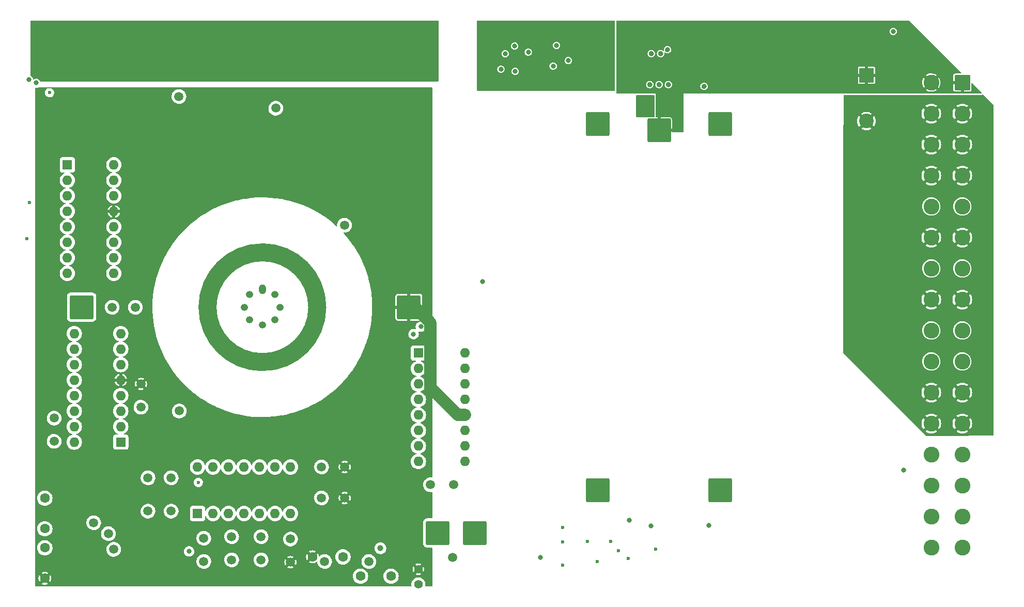
<source format=gbr>
G04 #@! TF.GenerationSoftware,KiCad,Pcbnew,(6.0.0)*
G04 #@! TF.CreationDate,2022-02-12T13:04:56+01:00*
G04 #@! TF.ProjectId,ADRmu,4144526d-752e-46b6-9963-61645f706362,0.3*
G04 #@! TF.SameCoordinates,Original*
G04 #@! TF.FileFunction,Copper,L3,Inr*
G04 #@! TF.FilePolarity,Positive*
%FSLAX46Y46*%
G04 Gerber Fmt 4.6, Leading zero omitted, Abs format (unit mm)*
G04 Created by KiCad (PCBNEW (6.0.0)) date 2022-02-12 13:04:56*
%MOMM*%
%LPD*%
G01*
G04 APERTURE LIST*
G04 Aperture macros list*
%AMRoundRect*
0 Rectangle with rounded corners*
0 $1 Rounding radius*
0 $2 $3 $4 $5 $6 $7 $8 $9 X,Y pos of 4 corners*
0 Add a 4 corners polygon primitive as box body*
4,1,4,$2,$3,$4,$5,$6,$7,$8,$9,$2,$3,0*
0 Add four circle primitives for the rounded corners*
1,1,$1+$1,$2,$3*
1,1,$1+$1,$4,$5*
1,1,$1+$1,$6,$7*
1,1,$1+$1,$8,$9*
0 Add four rect primitives between the rounded corners*
20,1,$1+$1,$2,$3,$4,$5,0*
20,1,$1+$1,$4,$5,$6,$7,0*
20,1,$1+$1,$6,$7,$8,$9,0*
20,1,$1+$1,$8,$9,$2,$3,0*%
G04 Aperture macros list end*
G04 #@! TA.AperFunction,NonConductor*
%ADD10C,3.000000*%
G04 #@! TD*
G04 #@! TA.AperFunction,ComponentPad*
%ADD11C,1.600000*%
G04 #@! TD*
G04 #@! TA.AperFunction,ComponentPad*
%ADD12RoundRect,0.250002X1.699998X1.699998X-1.699998X1.699998X-1.699998X-1.699998X1.699998X-1.699998X0*%
G04 #@! TD*
G04 #@! TA.AperFunction,ComponentPad*
%ADD13RoundRect,0.250002X-1.699998X-1.699998X1.699998X-1.699998X1.699998X1.699998X-1.699998X1.699998X0*%
G04 #@! TD*
G04 #@! TA.AperFunction,ComponentPad*
%ADD14RoundRect,0.250000X-1.050000X1.050000X-1.050000X-1.050000X1.050000X-1.050000X1.050000X1.050000X0*%
G04 #@! TD*
G04 #@! TA.AperFunction,ComponentPad*
%ADD15C,2.600000*%
G04 #@! TD*
G04 #@! TA.AperFunction,ComponentPad*
%ADD16C,1.500000*%
G04 #@! TD*
G04 #@! TA.AperFunction,ComponentPad*
%ADD17C,1.400000*%
G04 #@! TD*
G04 #@! TA.AperFunction,ComponentPad*
%ADD18R,1.600000X1.600000*%
G04 #@! TD*
G04 #@! TA.AperFunction,ComponentPad*
%ADD19O,1.600000X1.600000*%
G04 #@! TD*
G04 #@! TA.AperFunction,ComponentPad*
%ADD20R,2.400000X2.400000*%
G04 #@! TD*
G04 #@! TA.AperFunction,ComponentPad*
%ADD21C,2.400000*%
G04 #@! TD*
G04 #@! TA.AperFunction,ComponentPad*
%ADD22O,1.200000X1.600000*%
G04 #@! TD*
G04 #@! TA.AperFunction,ComponentPad*
%ADD23O,1.200000X1.200000*%
G04 #@! TD*
G04 #@! TA.AperFunction,ViaPad*
%ADD24C,0.800000*%
G04 #@! TD*
G04 #@! TA.AperFunction,ViaPad*
%ADD25C,1.500000*%
G04 #@! TD*
G04 #@! TA.AperFunction,ViaPad*
%ADD26C,0.600000*%
G04 #@! TD*
G04 #@! TA.AperFunction,ViaPad*
%ADD27C,1.000000*%
G04 #@! TD*
G04 #@! TA.AperFunction,Conductor*
%ADD28C,2.000000*%
G04 #@! TD*
G04 APERTURE END LIST*
D10*
X119000000Y-100000000D02*
G75*
G03*
X119000000Y-100000000I-9000000J0D01*
G01*
D11*
G04 #@! TO.N,/ref/U203_+in*
G04 #@! TO.C,C206*
X123211000Y-140912000D03*
G04 #@! TO.N,/ref/ADR_Pin7*
X118211000Y-140912000D03*
G04 #@! TD*
D12*
G04 #@! TO.N,/DC-DC/xformer_B*
G04 #@! TO.C,J305*
X185000000Y-130000000D03*
G04 #@! TD*
D13*
G04 #@! TO.N,/DC-DC/U302_cola*
G04 #@! TO.C,J301*
X185000000Y-70000000D03*
G04 #@! TD*
D14*
G04 #@! TO.N,+12V*
G04 #@! TO.C,J101*
X224700000Y-63170000D03*
D15*
G04 #@! TO.N,GND*
X224700000Y-68250000D03*
X224700000Y-73330000D03*
X224700000Y-78410000D03*
G04 #@! TO.N,/DC-DC/sync*
X224700000Y-83490000D03*
G04 #@! TO.N,GND*
X224700000Y-88570000D03*
G04 #@! TO.N,/DC-DC/status*
X224700000Y-93650000D03*
G04 #@! TO.N,GND*
X224700000Y-98730000D03*
G04 #@! TO.N,/DC-DC/SCL*
X224700000Y-103810000D03*
G04 #@! TO.N,/DC-DC/SDA*
X224700000Y-108890000D03*
G04 #@! TO.N,GND*
X224700000Y-113970000D03*
X224700000Y-119050000D03*
G04 #@! TO.N,GNDA*
X224700000Y-124130000D03*
G04 #@! TO.N,/ref/ADR_Pin7*
X224700000Y-129210000D03*
G04 #@! TO.N,/ref/10Vsense*
X224700000Y-134290000D03*
G04 #@! TO.N,/ref/10Vforce*
X224700000Y-139370000D03*
G04 #@! TO.N,+12V*
X219620000Y-63170000D03*
G04 #@! TO.N,GND*
X219620000Y-68250000D03*
X219620000Y-73330000D03*
X219620000Y-78410000D03*
G04 #@! TO.N,/DC-DC/sync*
X219620000Y-83490000D03*
G04 #@! TO.N,GND*
X219620000Y-88570000D03*
G04 #@! TO.N,/DC-DC/status*
X219620000Y-93650000D03*
G04 #@! TO.N,GND*
X219620000Y-98730000D03*
G04 #@! TO.N,/DC-DC/SCL*
X219620000Y-103810000D03*
G04 #@! TO.N,/DC-DC/SDA*
X219620000Y-108890000D03*
G04 #@! TO.N,GND*
X219620000Y-113970000D03*
X219620000Y-119050000D03*
G04 #@! TO.N,GNDA*
X219620000Y-124130000D03*
G04 #@! TO.N,/ref/ADR_Pin7*
X219620000Y-129210000D03*
G04 #@! TO.N,/ref/10Vsense*
X219620000Y-134290000D03*
G04 #@! TO.N,/ref/10Vforce*
X219620000Y-139370000D03*
G04 #@! TD*
D16*
G04 #@! TO.N,/ref/RN203_Pin3*
G04 #@! TO.C,R215*
X119695000Y-126180000D03*
G04 #@! TO.N,/ref/ADR_Pin7*
X123495000Y-126180000D03*
G04 #@! TD*
G04 #@! TO.N,/ref/RN203_Pin7*
G04 #@! TO.C,R225*
X114615000Y-137991000D03*
G04 #@! TO.N,/ref/ADR_Pin7*
X114615000Y-141791000D03*
G04 #@! TD*
G04 #@! TO.N,/ref/ADR_Pin5*
G04 #@! TO.C,R219*
X95057000Y-127958000D03*
G04 #@! TO.N,/ref/7Vref*
X91257000Y-127958000D03*
G04 #@! TD*
D11*
G04 #@! TO.N,/ref/U203_out*
G04 #@! TO.C,C208*
X131085000Y-144087000D03*
G04 #@! TO.N,/ref/U203_-in*
X126085000Y-144087000D03*
G04 #@! TD*
D13*
G04 #@! TO.N,/ref/ADR_Pin7*
G04 #@! TO.C,J105*
X134000000Y-100000000D03*
G04 #@! TD*
D16*
G04 #@! TO.N,/ref/RN203_Pin5*
G04 #@! TO.C,R210*
X104963000Y-137610000D03*
G04 #@! TO.N,/ref/7Vref*
X104963000Y-141410000D03*
G04 #@! TD*
G04 #@! TO.N,/ref/RN203_Pin1*
G04 #@! TO.C,R216*
X100391000Y-137864000D03*
G04 #@! TO.N,/ref/7Vref*
X100391000Y-141664000D03*
G04 #@! TD*
D17*
G04 #@! TO.N,/ref/ADR_Pin7*
G04 #@! TO.C,C209*
X135570000Y-142944000D03*
G04 #@! TO.N,/ref/10Vforce*
X135570000Y-145444000D03*
G04 #@! TD*
D16*
G04 #@! TO.N,/ref/ADR_Pin7*
G04 #@! TO.C,R201*
X90097000Y-112585000D03*
G04 #@! TO.N,/ref/RN201_Pin3*
X90097000Y-116385000D03*
G04 #@! TD*
D18*
G04 #@! TO.N,/ref/RN201_Pin8*
G04 #@! TO.C,RN201*
X86795000Y-122100000D03*
D19*
G04 #@! TO.N,/ref/RN201_Pin2*
X86795000Y-119560000D03*
G04 #@! TO.N,/ref/RN201_Pin3*
X86795000Y-117020000D03*
G04 #@! TO.N,/ref/7Vref*
X86795000Y-114480000D03*
G04 #@! TO.N,/ref/ADR_Pin7*
X86795000Y-111940000D03*
G04 #@! TO.N,/ref/RN201_Pin7*
X86795000Y-109400000D03*
X86795000Y-106860000D03*
G04 #@! TO.N,/ref/RN201_Pin8*
X86795000Y-104320000D03*
G04 #@! TO.N,/ref/RN201_Pin10*
X79175000Y-104320000D03*
X79175000Y-106860000D03*
G04 #@! TO.N,/ref/RN201_Pin14*
X79175000Y-109400000D03*
G04 #@! TO.N,/ref/ADR_Pin6*
X79175000Y-111940000D03*
G04 #@! TO.N,/ref/RN201_Pin14*
X79175000Y-114480000D03*
X79175000Y-117020000D03*
G04 #@! TO.N,/ref/RN201_Pin16*
X79175000Y-119560000D03*
X79175000Y-122100000D03*
G04 #@! TD*
D20*
G04 #@! TO.N,+12V*
G04 #@! TO.C,C302*
X209000000Y-62000000D03*
D21*
G04 #@! TO.N,GND*
X209000000Y-69500000D03*
G04 #@! TD*
D16*
G04 #@! TO.N,/ref/RN203_Pin6*
G04 #@! TO.C,R228*
X109789000Y-137610000D03*
G04 #@! TO.N,/ref/10Vsense*
X109789000Y-141410000D03*
G04 #@! TD*
D13*
G04 #@! TO.N,/ref/7Vref*
G04 #@! TO.C,J104*
X80375000Y-100000000D03*
G04 #@! TD*
D16*
G04 #@! TO.N,/ref/JP221_Pin2*
G04 #@! TO.C,R220*
X137531000Y-129094000D03*
G04 #@! TO.N,/ref/RN202_Pin16*
X141331000Y-129094000D03*
G04 #@! TD*
D13*
G04 #@! TO.N,/ref/10Vforce*
G04 #@! TO.C,J102*
X138745000Y-137000000D03*
G04 #@! TD*
D16*
G04 #@! TO.N,/ref/ADR_Pin6*
G04 #@! TO.C,R203*
X75873000Y-118173000D03*
G04 #@! TO.N,/ref/RN201_Pin2*
X75873000Y-121973000D03*
G04 #@! TD*
D13*
G04 #@! TO.N,/ref/10Vsense*
G04 #@! TO.C,J103*
X144775000Y-137000000D03*
G04 #@! TD*
D22*
G04 #@! TO.N,/ref/heater+*
G04 #@! TO.C,U201*
X110000000Y-97085000D03*
D23*
G04 #@! TO.N,/ref/heater-*
X107935248Y-97940248D03*
G04 #@! TO.N,/ref/ADR_Pin3*
X107080000Y-100005000D03*
G04 #@! TO.N,/ref/ADR_Pin4*
X107935248Y-102069752D03*
G04 #@! TO.N,/ref/ADR_Pin5*
X110000000Y-102925000D03*
G04 #@! TO.N,/ref/ADR_Pin6*
X112064752Y-102069752D03*
G04 #@! TO.N,/ref/ADR_Pin7*
X112920000Y-100005000D03*
G04 #@! TO.N,/ref/ADR_Pin8*
X112064752Y-97940248D03*
G04 #@! TD*
D13*
G04 #@! TO.N,+12V*
G04 #@! TO.C,J302*
X175000000Y-71000000D03*
G04 #@! TD*
D11*
G04 #@! TO.N,/ref/U202A_out*
G04 #@! TO.C,C205*
X74356000Y-136300000D03*
G04 #@! TO.N,/ref/ADR_Pin4*
X74356000Y-131300000D03*
G04 #@! TD*
D16*
G04 #@! TO.N,/ref/ADR_Pin3*
G04 #@! TO.C,R223*
X89175000Y-100000000D03*
G04 #@! TO.N,/ref/7Vref*
X85375000Y-100000000D03*
G04 #@! TD*
D18*
G04 #@! TO.N,/ref/7Vref*
G04 #@! TO.C,RN204*
X78039000Y-76662245D03*
D19*
X78039000Y-79202245D03*
X78039000Y-81742245D03*
G04 #@! TO.N,/ref/ADR_Pin4*
X78039000Y-84282245D03*
G04 #@! TO.N,/ref/RN204_Pin5*
X78039000Y-86822245D03*
G04 #@! TO.N,/ref/ADR_Pin3*
X78039000Y-89362245D03*
G04 #@! TO.N,/ref/7Vref*
X78039000Y-91902245D03*
X78039000Y-94442245D03*
G04 #@! TO.N,/ref/ADR_Pin3*
X85659000Y-94442245D03*
X85659000Y-91902245D03*
G04 #@! TO.N,/ref/RN204_Pin11*
X85659000Y-89362245D03*
G04 #@! TO.N,/ref/ADR_Pin3*
X85659000Y-86822245D03*
G04 #@! TO.N,/ref/ADR_Pin7*
X85659000Y-84282245D03*
G04 #@! TO.N,/ref/ADR_Pin3*
X85659000Y-81742245D03*
X85659000Y-79202245D03*
G04 #@! TO.N,/ref/RN204_Pin16*
X85659000Y-76662245D03*
G04 #@! TD*
D18*
G04 #@! TO.N,/ref/RN203_Pin1*
G04 #@! TO.C,RN203*
X99375000Y-133800000D03*
D19*
G04 #@! TO.N,/ref/RN203_Pin2*
X101915000Y-133800000D03*
G04 #@! TO.N,/ref/RN203_Pin3*
X104455000Y-133800000D03*
G04 #@! TO.N,/ref/RN203_Pin4*
X106995000Y-133800000D03*
G04 #@! TO.N,/ref/RN203_Pin5*
X109535000Y-133800000D03*
G04 #@! TO.N,/ref/RN203_Pin6*
X112075000Y-133800000D03*
G04 #@! TO.N,/ref/RN203_Pin7*
X114615000Y-133800000D03*
G04 #@! TO.N,N/C*
X114615000Y-126180000D03*
G04 #@! TO.N,/ref/U203_-in*
X112075000Y-126180000D03*
G04 #@! TO.N,N/C*
X109535000Y-126180000D03*
G04 #@! TO.N,/ref/ADR_Pin6*
X106995000Y-126180000D03*
G04 #@! TO.N,/ref/ADR_Pin4*
X104455000Y-126180000D03*
G04 #@! TO.N,/ref/ADR_Pin8*
X101915000Y-126180000D03*
G04 #@! TO.N,/ref/ADR_Pin5*
X99375000Y-126180000D03*
G04 #@! TD*
D12*
G04 #@! TO.N,/DC-DC/xformer_A*
G04 #@! TO.C,J304*
X165000000Y-130000000D03*
G04 #@! TD*
D16*
G04 #@! TO.N,/ref/RN203_Pin2*
G04 #@! TO.C,R213*
X95057000Y-133419000D03*
G04 #@! TO.N,/ref/7Vref*
X91257000Y-133419000D03*
G04 #@! TD*
G04 #@! TO.N,/ref/RN203_Pin4*
G04 #@! TO.C,R209*
X119695000Y-131260000D03*
G04 #@! TO.N,/ref/ADR_Pin7*
X123495000Y-131260000D03*
G04 #@! TD*
D18*
G04 #@! TO.N,/ref/RN202_Pin1*
G04 #@! TO.C,RN202*
X135570000Y-107511000D03*
D19*
G04 #@! TO.N,/ref/RN202_Pin2*
X135570000Y-110051000D03*
G04 #@! TO.N,/ref/U203_-in*
X135570000Y-112591000D03*
G04 #@! TO.N,/ref/RN202_Pin5*
X135570000Y-115131000D03*
X135570000Y-117671000D03*
G04 #@! TO.N,/ref/U203_-in*
X135570000Y-120211000D03*
G04 #@! TO.N,/ref/10Vsense*
X135570000Y-122751000D03*
G04 #@! TO.N,/ref/RN202_Pin8*
X135570000Y-125291000D03*
G04 #@! TO.N,/ref/RN202_Pin16*
X143190000Y-125291000D03*
G04 #@! TO.N,/ref/RN202_Pin14*
X143190000Y-122751000D03*
X143190000Y-120211000D03*
G04 #@! TO.N,/ref/ADR_Pin7*
X143190000Y-117671000D03*
G04 #@! TO.N,/ref/U203_-in*
X143190000Y-115131000D03*
G04 #@! TO.N,/ref/RN202_Pin14*
X143190000Y-112591000D03*
X143190000Y-110051000D03*
G04 #@! TO.N,/ref/RN202_Pin16*
X143190000Y-107511000D03*
G04 #@! TD*
D11*
G04 #@! TO.N,/ref/ADR_Pin7*
G04 #@! TO.C,C204*
X74356000Y-144428000D03*
G04 #@! TO.N,/ref/ADR_Pin5*
X74356000Y-139428000D03*
G04 #@! TD*
D13*
G04 #@! TO.N,/DC-DC/U302_colb*
G04 #@! TO.C,J303*
X165000000Y-70000000D03*
G04 #@! TD*
D24*
G04 #@! TO.N,+12V*
X178054000Y-66802000D03*
X169672000Y-62484000D03*
X178054000Y-65786000D03*
X178054000Y-67818000D03*
G04 #@! TO.N,GND*
X152308600Y-64153200D03*
X175260000Y-58420000D03*
X156474200Y-59835200D03*
X154493000Y-56885100D03*
X164084000Y-60960000D03*
X173736000Y-58420000D03*
X167056280Y-54282320D03*
X162484280Y-54282320D03*
X176375000Y-57800000D03*
X175006000Y-63500000D03*
X72959000Y-63188000D03*
X182375000Y-63800000D03*
X171958000Y-66802000D03*
X171958000Y-65786000D03*
X173482000Y-63500000D03*
X176530000Y-63500000D03*
X171958000Y-67818000D03*
G04 #@! TO.N,+3V3*
X153578600Y-58209600D03*
X149095965Y-60995401D03*
X149793992Y-58438192D03*
X160129900Y-59583100D03*
X157651200Y-60487000D03*
X151442563Y-61352349D03*
G04 #@! TO.N,/DC-DC/SCL*
X151343400Y-57193600D03*
X146060200Y-95801600D03*
G04 #@! TO.N,/DC-DC/SDA*
X158201400Y-57092000D03*
D25*
G04 #@! TO.N,/ref/ADR_Pin8*
X123449000Y-86556000D03*
D24*
G04 #@! TO.N,/ref/ADR_Pin7*
X78928000Y-145230000D03*
D26*
G04 #@! TO.N,/ref/ADR_Pin5*
X99502000Y-128720000D03*
D25*
G04 #@! TO.N,/ref/ADR_Pin4*
X96375000Y-117000000D03*
D24*
G04 #@! TO.N,/DC-DC/PG*
X170114000Y-134943000D03*
X215072000Y-126688000D03*
D25*
G04 #@! TO.N,/DC-DC/12Vf*
X84770000Y-137102000D03*
D26*
X137475000Y-60140000D03*
X94295000Y-57600000D03*
X81595000Y-60140000D03*
X91755000Y-60140000D03*
X122235000Y-60140000D03*
X99375000Y-62680000D03*
X119695000Y-57600000D03*
X109535000Y-57600000D03*
D27*
X129347000Y-139515000D03*
D26*
X84135000Y-57600000D03*
X99375000Y-57600000D03*
X127315000Y-60140000D03*
X89215000Y-57600000D03*
X79055000Y-62680000D03*
X86675000Y-60140000D03*
X101915000Y-60140000D03*
X114615000Y-57600000D03*
X117155000Y-60140000D03*
X134935000Y-57600000D03*
X89215000Y-62680000D03*
X84135000Y-62680000D03*
X104455000Y-57600000D03*
X79055000Y-57600000D03*
X132395000Y-60140000D03*
X129855000Y-57600000D03*
X96835000Y-60140000D03*
X104455000Y-62680000D03*
X124775000Y-57600000D03*
D25*
G04 #@! TO.N,/ref/heater+*
X112202000Y-67379000D03*
X85639872Y-139685417D03*
D24*
G04 #@! TO.N,/DC-DC/pwr_LED*
X71776500Y-62680000D03*
X213375000Y-54800000D03*
D25*
G04 #@! TO.N,/ref/U203_+in*
X120203000Y-141674000D03*
D26*
G04 #@! TO.N,/DC-DC/status_LED*
X71375000Y-88800000D03*
X75118000Y-64839000D03*
D24*
G04 #@! TO.N,/DC-DC/filtered+*
X173670000Y-135832000D03*
X183195000Y-135742500D03*
G04 #@! TO.N,/ref/7Vref*
X97978000Y-140023000D03*
D26*
G04 #@! TO.N,GNDA*
X163256000Y-138372000D03*
D24*
X155575000Y-141000000D03*
D26*
X174432000Y-139642000D03*
D25*
X141158000Y-141039000D03*
D24*
X134775000Y-104400000D03*
D26*
X164907000Y-141674000D03*
X159192000Y-138499000D03*
X159192000Y-142292980D03*
D25*
X127442000Y-141674000D03*
D24*
X135970011Y-103193000D03*
D26*
X159192000Y-136086000D03*
D25*
X82357000Y-135324000D03*
D26*
X168336000Y-139896000D03*
D25*
X96327000Y-65474011D03*
D26*
X71799500Y-82800000D03*
X167066000Y-138372000D03*
X169987000Y-141166000D03*
G04 #@! TD*
D28*
G04 #@! TO.N,/ref/ADR_Pin7*
X137569511Y-102530449D02*
X135039062Y-100000000D01*
X142058630Y-117671000D02*
X137569511Y-113181881D01*
X135039062Y-100000000D02*
X134000000Y-100000000D01*
X137569511Y-113181881D02*
X137569511Y-102530449D01*
X143190000Y-117671000D02*
X142058630Y-117671000D01*
G04 #@! TD*
G04 #@! TA.AperFunction,Conductor*
G04 #@! TO.N,+12V*
G36*
X216018306Y-53018306D02*
G01*
X224563307Y-61563307D01*
X224581613Y-61607501D01*
X224563307Y-61651695D01*
X224519113Y-61670001D01*
X223597706Y-61670001D01*
X223594762Y-61670140D01*
X223568515Y-61672620D01*
X223561135Y-61674239D01*
X223441463Y-61716264D01*
X223433293Y-61720591D01*
X223331965Y-61795433D01*
X223325433Y-61801965D01*
X223250591Y-61903293D01*
X223246264Y-61911463D01*
X223204240Y-62031133D01*
X223202620Y-62038517D01*
X223200138Y-62064765D01*
X223200000Y-62067704D01*
X223200000Y-62903569D01*
X223203641Y-62912359D01*
X223212431Y-62916000D01*
X224891500Y-62916000D01*
X224935694Y-62934306D01*
X224954000Y-62978500D01*
X224954000Y-64657568D01*
X224957641Y-64666358D01*
X224966431Y-64669999D01*
X225802294Y-64669999D01*
X225805238Y-64669860D01*
X225831485Y-64667380D01*
X225838865Y-64665761D01*
X225958537Y-64623736D01*
X225966707Y-64619409D01*
X226068035Y-64544567D01*
X226074567Y-64538035D01*
X226149409Y-64436707D01*
X226153736Y-64428537D01*
X226195760Y-64308867D01*
X226197380Y-64301483D01*
X226199862Y-64275235D01*
X226200000Y-64272296D01*
X226200000Y-63350888D01*
X226218306Y-63306694D01*
X226262500Y-63288388D01*
X226306694Y-63306694D01*
X227893306Y-64893306D01*
X227911612Y-64937500D01*
X227893306Y-64981694D01*
X227849112Y-65000000D01*
X179000000Y-65000000D01*
X179000000Y-71223500D01*
X178981694Y-71267694D01*
X178937500Y-71286000D01*
X177199866Y-71286000D01*
X177155672Y-71267694D01*
X177149948Y-71259128D01*
X177137569Y-71254000D01*
X174808500Y-71254000D01*
X174764306Y-71235694D01*
X174746000Y-71191500D01*
X174746000Y-70733569D01*
X175254000Y-70733569D01*
X175257641Y-70742359D01*
X175266431Y-70746000D01*
X177137569Y-70746000D01*
X177146359Y-70742359D01*
X177150000Y-70733569D01*
X177149999Y-69247708D01*
X177149860Y-69244764D01*
X177147381Y-69218524D01*
X177145758Y-69211128D01*
X177103734Y-69091462D01*
X177099411Y-69083297D01*
X177024567Y-68981965D01*
X177018035Y-68975433D01*
X176916703Y-68900589D01*
X176908538Y-68896266D01*
X176788867Y-68854240D01*
X176781482Y-68852620D01*
X176755233Y-68850138D01*
X176752294Y-68850000D01*
X175266431Y-68850001D01*
X175257641Y-68853642D01*
X175254000Y-68862432D01*
X175254000Y-70733569D01*
X174746000Y-70733569D01*
X174746000Y-68862432D01*
X174742359Y-68853642D01*
X174733569Y-68850001D01*
X174538500Y-68850001D01*
X174494306Y-68831695D01*
X174476000Y-68787501D01*
X174476000Y-65000000D01*
X168046500Y-65000000D01*
X168002306Y-64981694D01*
X167984000Y-64937500D01*
X167984000Y-63500000D01*
X172876318Y-63500000D01*
X172876853Y-63504064D01*
X172895176Y-63643238D01*
X172896956Y-63656762D01*
X172957464Y-63802841D01*
X173053718Y-63928282D01*
X173179159Y-64024536D01*
X173182942Y-64026103D01*
X173321452Y-64083476D01*
X173321453Y-64083476D01*
X173325238Y-64085044D01*
X173329300Y-64085579D01*
X173329301Y-64085579D01*
X173477936Y-64105147D01*
X173482000Y-64105682D01*
X173486064Y-64105147D01*
X173634699Y-64085579D01*
X173634700Y-64085579D01*
X173638762Y-64085044D01*
X173642547Y-64083476D01*
X173642548Y-64083476D01*
X173781058Y-64026103D01*
X173784841Y-64024536D01*
X173910282Y-63928282D01*
X174006536Y-63802841D01*
X174067044Y-63656762D01*
X174068825Y-63643238D01*
X174087147Y-63504064D01*
X174087682Y-63500000D01*
X174400318Y-63500000D01*
X174400853Y-63504064D01*
X174419176Y-63643238D01*
X174420956Y-63656762D01*
X174481464Y-63802841D01*
X174577718Y-63928282D01*
X174703159Y-64024536D01*
X174706942Y-64026103D01*
X174845452Y-64083476D01*
X174845453Y-64083476D01*
X174849238Y-64085044D01*
X174853300Y-64085579D01*
X174853301Y-64085579D01*
X175001936Y-64105147D01*
X175006000Y-64105682D01*
X175010064Y-64105147D01*
X175158699Y-64085579D01*
X175158700Y-64085579D01*
X175162762Y-64085044D01*
X175166547Y-64083476D01*
X175166548Y-64083476D01*
X175305058Y-64026103D01*
X175308841Y-64024536D01*
X175434282Y-63928282D01*
X175530536Y-63802841D01*
X175591044Y-63656762D01*
X175592825Y-63643238D01*
X175611147Y-63504064D01*
X175611682Y-63500000D01*
X175924318Y-63500000D01*
X175924853Y-63504064D01*
X175943176Y-63643238D01*
X175944956Y-63656762D01*
X176005464Y-63802841D01*
X176101718Y-63928282D01*
X176227159Y-64024536D01*
X176230942Y-64026103D01*
X176369452Y-64083476D01*
X176369453Y-64083476D01*
X176373238Y-64085044D01*
X176377300Y-64085579D01*
X176377301Y-64085579D01*
X176525936Y-64105147D01*
X176530000Y-64105682D01*
X176534064Y-64105147D01*
X176682699Y-64085579D01*
X176682700Y-64085579D01*
X176686762Y-64085044D01*
X176690547Y-64083476D01*
X176690548Y-64083476D01*
X176829058Y-64026103D01*
X176832841Y-64024536D01*
X176958282Y-63928282D01*
X177054536Y-63802841D01*
X177055713Y-63800000D01*
X181769318Y-63800000D01*
X181769853Y-63804064D01*
X181786207Y-63928282D01*
X181789956Y-63956762D01*
X181791524Y-63960547D01*
X181791524Y-63960548D01*
X181819670Y-64028497D01*
X181850464Y-64102841D01*
X181946718Y-64228282D01*
X182072159Y-64324536D01*
X182075942Y-64326103D01*
X182214452Y-64383476D01*
X182214453Y-64383476D01*
X182218238Y-64385044D01*
X182222300Y-64385579D01*
X182222301Y-64385579D01*
X182370936Y-64405147D01*
X182375000Y-64405682D01*
X182379064Y-64405147D01*
X182431718Y-64398215D01*
X218756145Y-64398215D01*
X218758530Y-64403973D01*
X218758906Y-64404236D01*
X218967432Y-64526089D01*
X218972048Y-64528301D01*
X219197683Y-64614462D01*
X219202594Y-64615889D01*
X219439272Y-64664042D01*
X219444346Y-64664647D01*
X219685708Y-64673498D01*
X219690831Y-64673265D01*
X219930386Y-64642577D01*
X219935396Y-64641512D01*
X220166739Y-64572106D01*
X220171490Y-64570244D01*
X220388396Y-64463983D01*
X220392784Y-64461367D01*
X220475684Y-64402235D01*
X220480726Y-64394166D01*
X220479457Y-64388668D01*
X220363083Y-64272294D01*
X223200001Y-64272294D01*
X223200140Y-64275238D01*
X223202620Y-64301485D01*
X223204239Y-64308865D01*
X223246264Y-64428537D01*
X223250591Y-64436707D01*
X223325433Y-64538035D01*
X223331965Y-64544567D01*
X223433293Y-64619409D01*
X223441463Y-64623736D01*
X223561133Y-64665760D01*
X223568517Y-64667380D01*
X223594765Y-64669862D01*
X223597704Y-64670000D01*
X224433569Y-64670000D01*
X224442359Y-64666359D01*
X224446000Y-64657569D01*
X224446000Y-63436431D01*
X224442359Y-63427641D01*
X224433569Y-63424000D01*
X223212432Y-63424000D01*
X223203642Y-63427641D01*
X223200001Y-63436431D01*
X223200001Y-64272294D01*
X220363083Y-64272294D01*
X219628790Y-63538000D01*
X219620000Y-63534359D01*
X219611210Y-63538000D01*
X218759786Y-64389425D01*
X218756145Y-64398215D01*
X182431718Y-64398215D01*
X182527699Y-64385579D01*
X182527700Y-64385579D01*
X182531762Y-64385044D01*
X182535547Y-64383476D01*
X182535548Y-64383476D01*
X182674058Y-64326103D01*
X182677841Y-64324536D01*
X182803282Y-64228282D01*
X182899536Y-64102841D01*
X182930330Y-64028497D01*
X182958476Y-63960548D01*
X182958476Y-63960547D01*
X182960044Y-63956762D01*
X182963794Y-63928282D01*
X182980147Y-63804064D01*
X182980682Y-63800000D01*
X182962323Y-63660548D01*
X182960579Y-63647301D01*
X182960579Y-63647300D01*
X182960044Y-63643238D01*
X182899536Y-63497159D01*
X182811154Y-63381977D01*
X182805772Y-63374963D01*
X182803282Y-63371718D01*
X182677841Y-63275464D01*
X182604751Y-63245189D01*
X182535797Y-63216627D01*
X207600000Y-63216627D01*
X207600599Y-63222711D01*
X207610403Y-63271997D01*
X207615024Y-63283155D01*
X207652389Y-63339075D01*
X207660925Y-63347611D01*
X207716845Y-63384976D01*
X207728003Y-63389597D01*
X207777289Y-63399401D01*
X207783373Y-63400000D01*
X208733569Y-63400000D01*
X208742359Y-63396359D01*
X208746000Y-63387569D01*
X209254000Y-63387569D01*
X209257641Y-63396359D01*
X209266431Y-63400000D01*
X210216627Y-63400000D01*
X210222711Y-63399401D01*
X210271997Y-63389597D01*
X210283155Y-63384976D01*
X210339075Y-63347611D01*
X210347611Y-63339075D01*
X210384976Y-63283155D01*
X210389597Y-63271997D01*
X210399401Y-63222711D01*
X210400000Y-63216627D01*
X210400000Y-63135786D01*
X218115456Y-63135786D01*
X218129359Y-63376912D01*
X218130071Y-63381977D01*
X218183170Y-63617597D01*
X218184699Y-63622476D01*
X218275565Y-63846252D01*
X218277875Y-63850826D01*
X218386161Y-64027531D01*
X218393859Y-64033124D01*
X218398381Y-64032408D01*
X219252000Y-63178790D01*
X219255641Y-63170000D01*
X219984359Y-63170000D01*
X219988000Y-63178790D01*
X220836249Y-64027038D01*
X220845039Y-64030679D01*
X220850307Y-64028497D01*
X220908658Y-63947292D01*
X220911297Y-63942901D01*
X221018306Y-63726383D01*
X221020191Y-63721623D01*
X221090404Y-63490526D01*
X221091484Y-63485530D01*
X221123125Y-63245189D01*
X221123385Y-63241849D01*
X221125100Y-63171663D01*
X221125005Y-63168346D01*
X221105140Y-62926731D01*
X221104304Y-62921679D01*
X221045466Y-62687432D01*
X221043818Y-62682592D01*
X220947511Y-62461102D01*
X220945088Y-62456583D01*
X220852673Y-62313730D01*
X220844840Y-62308326D01*
X220839996Y-62309215D01*
X219988000Y-63161210D01*
X219984359Y-63170000D01*
X219255641Y-63170000D01*
X219252000Y-63161210D01*
X218403636Y-62312847D01*
X218394846Y-62309206D01*
X218389950Y-62311234D01*
X218312738Y-62424422D01*
X218310205Y-62428881D01*
X218208517Y-62647949D01*
X218206750Y-62652750D01*
X218142203Y-62885498D01*
X218141247Y-62890513D01*
X218115580Y-63130678D01*
X218115456Y-63135786D01*
X210400000Y-63135786D01*
X210400000Y-62266431D01*
X210396359Y-62257641D01*
X210387569Y-62254000D01*
X209266431Y-62254000D01*
X209257641Y-62257641D01*
X209254000Y-62266431D01*
X209254000Y-63387569D01*
X208746000Y-63387569D01*
X208746000Y-62266431D01*
X208742359Y-62257641D01*
X208733569Y-62254000D01*
X207612431Y-62254000D01*
X207603641Y-62257641D01*
X207600000Y-62266431D01*
X207600000Y-63216627D01*
X182535797Y-63216627D01*
X182535548Y-63216524D01*
X182535547Y-63216524D01*
X182531762Y-63214956D01*
X182527700Y-63214421D01*
X182527699Y-63214421D01*
X182379064Y-63194853D01*
X182375000Y-63194318D01*
X182370936Y-63194853D01*
X182222301Y-63214421D01*
X182222300Y-63214421D01*
X182218238Y-63214956D01*
X182214453Y-63216524D01*
X182214452Y-63216524D01*
X182145249Y-63245189D01*
X182072159Y-63275464D01*
X181946718Y-63371718D01*
X181944228Y-63374963D01*
X181938846Y-63381977D01*
X181850464Y-63497159D01*
X181789956Y-63643238D01*
X181789421Y-63647300D01*
X181789421Y-63647301D01*
X181787677Y-63660548D01*
X181769318Y-63800000D01*
X177055713Y-63800000D01*
X177115044Y-63656762D01*
X177116825Y-63643238D01*
X177135147Y-63504064D01*
X177135682Y-63500000D01*
X177126156Y-63427641D01*
X177115579Y-63347301D01*
X177115579Y-63347300D01*
X177115044Y-63343238D01*
X177054536Y-63197159D01*
X176958282Y-63071718D01*
X176832841Y-62975464D01*
X176733477Y-62934306D01*
X176690548Y-62916524D01*
X176690547Y-62916524D01*
X176686762Y-62914956D01*
X176682700Y-62914421D01*
X176682699Y-62914421D01*
X176534064Y-62894853D01*
X176530000Y-62894318D01*
X176525936Y-62894853D01*
X176377301Y-62914421D01*
X176377300Y-62914421D01*
X176373238Y-62914956D01*
X176369453Y-62916524D01*
X176369452Y-62916524D01*
X176326523Y-62934306D01*
X176227159Y-62975464D01*
X176101718Y-63071718D01*
X176005464Y-63197159D01*
X175944956Y-63343238D01*
X175944421Y-63347300D01*
X175944421Y-63347301D01*
X175933844Y-63427641D01*
X175924318Y-63500000D01*
X175611682Y-63500000D01*
X175602156Y-63427641D01*
X175591579Y-63347301D01*
X175591579Y-63347300D01*
X175591044Y-63343238D01*
X175530536Y-63197159D01*
X175434282Y-63071718D01*
X175308841Y-62975464D01*
X175209477Y-62934306D01*
X175166548Y-62916524D01*
X175166547Y-62916524D01*
X175162762Y-62914956D01*
X175158700Y-62914421D01*
X175158699Y-62914421D01*
X175010064Y-62894853D01*
X175006000Y-62894318D01*
X175001936Y-62894853D01*
X174853301Y-62914421D01*
X174853300Y-62914421D01*
X174849238Y-62914956D01*
X174845453Y-62916524D01*
X174845452Y-62916524D01*
X174802523Y-62934306D01*
X174703159Y-62975464D01*
X174577718Y-63071718D01*
X174481464Y-63197159D01*
X174420956Y-63343238D01*
X174420421Y-63347300D01*
X174420421Y-63347301D01*
X174409844Y-63427641D01*
X174400318Y-63500000D01*
X174087682Y-63500000D01*
X174078156Y-63427641D01*
X174067579Y-63347301D01*
X174067579Y-63347300D01*
X174067044Y-63343238D01*
X174006536Y-63197159D01*
X173910282Y-63071718D01*
X173784841Y-62975464D01*
X173685477Y-62934306D01*
X173642548Y-62916524D01*
X173642547Y-62916524D01*
X173638762Y-62914956D01*
X173634700Y-62914421D01*
X173634699Y-62914421D01*
X173486064Y-62894853D01*
X173482000Y-62894318D01*
X173477936Y-62894853D01*
X173329301Y-62914421D01*
X173329300Y-62914421D01*
X173325238Y-62914956D01*
X173321453Y-62916524D01*
X173321452Y-62916524D01*
X173278523Y-62934306D01*
X173179159Y-62975464D01*
X173053718Y-63071718D01*
X172957464Y-63197159D01*
X172896956Y-63343238D01*
X172896421Y-63347300D01*
X172896421Y-63347301D01*
X172885844Y-63427641D01*
X172876318Y-63500000D01*
X167984000Y-63500000D01*
X167984000Y-61945277D01*
X218758860Y-61945277D01*
X218760370Y-61951159D01*
X219611210Y-62802000D01*
X219620000Y-62805641D01*
X219628790Y-62802000D01*
X220478516Y-61952273D01*
X220482157Y-61943483D01*
X220479653Y-61937439D01*
X220454949Y-61917929D01*
X220450687Y-61915097D01*
X220239240Y-61798372D01*
X220234569Y-61796273D01*
X220006901Y-61715651D01*
X220001953Y-61714343D01*
X219764182Y-61671991D01*
X219759071Y-61671508D01*
X219517575Y-61668556D01*
X219512471Y-61668913D01*
X219273724Y-61705447D01*
X219268745Y-61706633D01*
X219039178Y-61781667D01*
X219034453Y-61783653D01*
X218820225Y-61895173D01*
X218815891Y-61897903D01*
X218763704Y-61937086D01*
X218758860Y-61945277D01*
X167984000Y-61945277D01*
X167984000Y-61733569D01*
X207600000Y-61733569D01*
X207603641Y-61742359D01*
X207612431Y-61746000D01*
X208733569Y-61746000D01*
X208742359Y-61742359D01*
X208746000Y-61733569D01*
X209254000Y-61733569D01*
X209257641Y-61742359D01*
X209266431Y-61746000D01*
X210387569Y-61746000D01*
X210396359Y-61742359D01*
X210400000Y-61733569D01*
X210400000Y-60783373D01*
X210399401Y-60777289D01*
X210389597Y-60728003D01*
X210384976Y-60716845D01*
X210347611Y-60660925D01*
X210339075Y-60652389D01*
X210283155Y-60615024D01*
X210271997Y-60610403D01*
X210222711Y-60600599D01*
X210216627Y-60600000D01*
X209266431Y-60600000D01*
X209257641Y-60603641D01*
X209254000Y-60612431D01*
X209254000Y-61733569D01*
X208746000Y-61733569D01*
X208746000Y-60612431D01*
X208742359Y-60603641D01*
X208733569Y-60600000D01*
X207783373Y-60600000D01*
X207777289Y-60600599D01*
X207728003Y-60610403D01*
X207716845Y-60615024D01*
X207660925Y-60652389D01*
X207652389Y-60660925D01*
X207615024Y-60716845D01*
X207610403Y-60728003D01*
X207600599Y-60777289D01*
X207600000Y-60783373D01*
X207600000Y-61733569D01*
X167984000Y-61733569D01*
X167984000Y-58420000D01*
X173130318Y-58420000D01*
X173150956Y-58576762D01*
X173211464Y-58722841D01*
X173307718Y-58848282D01*
X173433159Y-58944536D01*
X173436942Y-58946103D01*
X173575452Y-59003476D01*
X173575453Y-59003476D01*
X173579238Y-59005044D01*
X173583300Y-59005579D01*
X173583301Y-59005579D01*
X173731936Y-59025147D01*
X173736000Y-59025682D01*
X173740064Y-59025147D01*
X173888699Y-59005579D01*
X173888700Y-59005579D01*
X173892762Y-59005044D01*
X173896547Y-59003476D01*
X173896548Y-59003476D01*
X174035058Y-58946103D01*
X174038841Y-58944536D01*
X174164282Y-58848282D01*
X174260536Y-58722841D01*
X174321044Y-58576762D01*
X174341682Y-58420000D01*
X174654318Y-58420000D01*
X174674956Y-58576762D01*
X174735464Y-58722841D01*
X174831718Y-58848282D01*
X174957159Y-58944536D01*
X174960942Y-58946103D01*
X175099452Y-59003476D01*
X175099453Y-59003476D01*
X175103238Y-59005044D01*
X175107300Y-59005579D01*
X175107301Y-59005579D01*
X175255936Y-59025147D01*
X175260000Y-59025682D01*
X175264064Y-59025147D01*
X175412699Y-59005579D01*
X175412700Y-59005579D01*
X175416762Y-59005044D01*
X175420547Y-59003476D01*
X175420548Y-59003476D01*
X175559058Y-58946103D01*
X175562841Y-58944536D01*
X175688282Y-58848282D01*
X175784536Y-58722841D01*
X175845044Y-58576762D01*
X175865682Y-58420000D01*
X175848194Y-58287167D01*
X175860574Y-58240963D01*
X175902001Y-58217045D01*
X175948206Y-58229425D01*
X176068909Y-58322043D01*
X176068913Y-58322045D01*
X176072159Y-58324536D01*
X176075942Y-58326103D01*
X176214452Y-58383476D01*
X176214453Y-58383476D01*
X176218238Y-58385044D01*
X176222300Y-58385579D01*
X176222301Y-58385579D01*
X176370936Y-58405147D01*
X176375000Y-58405682D01*
X176379064Y-58405147D01*
X176527699Y-58385579D01*
X176527700Y-58385579D01*
X176531762Y-58385044D01*
X176535547Y-58383476D01*
X176535548Y-58383476D01*
X176674058Y-58326103D01*
X176677841Y-58324536D01*
X176803282Y-58228282D01*
X176899536Y-58102841D01*
X176946596Y-57989228D01*
X176958476Y-57960548D01*
X176958476Y-57960547D01*
X176960044Y-57956762D01*
X176963195Y-57932832D01*
X176980147Y-57804064D01*
X176980682Y-57800000D01*
X176960044Y-57643238D01*
X176899536Y-57497159D01*
X176803282Y-57371718D01*
X176677841Y-57275464D01*
X176674058Y-57273897D01*
X176535548Y-57216524D01*
X176535547Y-57216524D01*
X176531762Y-57214956D01*
X176527700Y-57214421D01*
X176527699Y-57214421D01*
X176379064Y-57194853D01*
X176375000Y-57194318D01*
X176370936Y-57194853D01*
X176222301Y-57214421D01*
X176222300Y-57214421D01*
X176218238Y-57214956D01*
X176214453Y-57216524D01*
X176214452Y-57216524D01*
X176075942Y-57273897D01*
X176072159Y-57275464D01*
X175946718Y-57371718D01*
X175850464Y-57497159D01*
X175789956Y-57643238D01*
X175769318Y-57800000D01*
X175782215Y-57897957D01*
X175786806Y-57932832D01*
X175774426Y-57979037D01*
X175732999Y-58002955D01*
X175686794Y-57990575D01*
X175566091Y-57897957D01*
X175566087Y-57897955D01*
X175562841Y-57895464D01*
X175559058Y-57893897D01*
X175420548Y-57836524D01*
X175420547Y-57836524D01*
X175416762Y-57834956D01*
X175412700Y-57834421D01*
X175412699Y-57834421D01*
X175264064Y-57814853D01*
X175260000Y-57814318D01*
X175255936Y-57814853D01*
X175107301Y-57834421D01*
X175107300Y-57834421D01*
X175103238Y-57834956D01*
X175099453Y-57836524D01*
X175099452Y-57836524D01*
X174960942Y-57893897D01*
X174957159Y-57895464D01*
X174831718Y-57991718D01*
X174735464Y-58117159D01*
X174733897Y-58120942D01*
X174684183Y-58240963D01*
X174674956Y-58263238D01*
X174674421Y-58267300D01*
X174674421Y-58267301D01*
X174667214Y-58322043D01*
X174654318Y-58420000D01*
X174341682Y-58420000D01*
X174328786Y-58322043D01*
X174321579Y-58267301D01*
X174321579Y-58267300D01*
X174321044Y-58263238D01*
X174311818Y-58240963D01*
X174262103Y-58120942D01*
X174260536Y-58117159D01*
X174164282Y-57991718D01*
X174038841Y-57895464D01*
X174035058Y-57893897D01*
X173896548Y-57836524D01*
X173896547Y-57836524D01*
X173892762Y-57834956D01*
X173888700Y-57834421D01*
X173888699Y-57834421D01*
X173740064Y-57814853D01*
X173736000Y-57814318D01*
X173731936Y-57814853D01*
X173583301Y-57834421D01*
X173583300Y-57834421D01*
X173579238Y-57834956D01*
X173575453Y-57836524D01*
X173575452Y-57836524D01*
X173436942Y-57893897D01*
X173433159Y-57895464D01*
X173307718Y-57991718D01*
X173211464Y-58117159D01*
X173209897Y-58120942D01*
X173160183Y-58240963D01*
X173150956Y-58263238D01*
X173150421Y-58267300D01*
X173150421Y-58267301D01*
X173143214Y-58322043D01*
X173130318Y-58420000D01*
X167984000Y-58420000D01*
X167984000Y-54800000D01*
X212769318Y-54800000D01*
X212789956Y-54956762D01*
X212850464Y-55102841D01*
X212946718Y-55228282D01*
X213072159Y-55324536D01*
X213075942Y-55326103D01*
X213214452Y-55383476D01*
X213214453Y-55383476D01*
X213218238Y-55385044D01*
X213222300Y-55385579D01*
X213222301Y-55385579D01*
X213370936Y-55405147D01*
X213375000Y-55405682D01*
X213379064Y-55405147D01*
X213527699Y-55385579D01*
X213527700Y-55385579D01*
X213531762Y-55385044D01*
X213535547Y-55383476D01*
X213535548Y-55383476D01*
X213674058Y-55326103D01*
X213677841Y-55324536D01*
X213803282Y-55228282D01*
X213899536Y-55102841D01*
X213960044Y-54956762D01*
X213980682Y-54800000D01*
X213971828Y-54732747D01*
X213960579Y-54647301D01*
X213960579Y-54647300D01*
X213960044Y-54643238D01*
X213899536Y-54497159D01*
X213803282Y-54371718D01*
X213677841Y-54275464D01*
X213674058Y-54273897D01*
X213535548Y-54216524D01*
X213535547Y-54216524D01*
X213531762Y-54214956D01*
X213527700Y-54214421D01*
X213527699Y-54214421D01*
X213379064Y-54194853D01*
X213375000Y-54194318D01*
X213370936Y-54194853D01*
X213222301Y-54214421D01*
X213222300Y-54214421D01*
X213218238Y-54214956D01*
X213214453Y-54216524D01*
X213214452Y-54216524D01*
X213075942Y-54273897D01*
X213072159Y-54275464D01*
X212946718Y-54371718D01*
X212850464Y-54497159D01*
X212789956Y-54643238D01*
X212789421Y-54647300D01*
X212789421Y-54647301D01*
X212778172Y-54732747D01*
X212769318Y-54800000D01*
X167984000Y-54800000D01*
X167984000Y-53062500D01*
X168002306Y-53018306D01*
X168046500Y-53000000D01*
X215974112Y-53000000D01*
X216018306Y-53018306D01*
G37*
G04 #@! TD.AperFunction*
G04 #@! TD*
G04 #@! TA.AperFunction,Conductor*
G04 #@! TO.N,GND*
G36*
X228141752Y-65145446D02*
G01*
X228161648Y-65161648D01*
X229763095Y-66763095D01*
X229797121Y-66825407D01*
X229800000Y-66852190D01*
X229800000Y-120932828D01*
X229779998Y-121000949D01*
X229726342Y-121047442D01*
X229674170Y-121058828D01*
X221779397Y-121069460D01*
X218814671Y-121073453D01*
X218746524Y-121053543D01*
X218725522Y-121036663D01*
X218042544Y-120355390D01*
X218679440Y-120355390D01*
X218685167Y-120363040D01*
X218883506Y-120484583D01*
X218892300Y-120489064D01*
X219116991Y-120582134D01*
X219126376Y-120585183D01*
X219362863Y-120641959D01*
X219372610Y-120643502D01*
X219615070Y-120662584D01*
X219624930Y-120662584D01*
X219867390Y-120643502D01*
X219877137Y-120641959D01*
X220113624Y-120585183D01*
X220123009Y-120582134D01*
X220347700Y-120489064D01*
X220356494Y-120484583D01*
X220551167Y-120365287D01*
X220560120Y-120355390D01*
X223759440Y-120355390D01*
X223765167Y-120363040D01*
X223963506Y-120484583D01*
X223972300Y-120489064D01*
X224196991Y-120582134D01*
X224206376Y-120585183D01*
X224442863Y-120641959D01*
X224452610Y-120643502D01*
X224695070Y-120662584D01*
X224704930Y-120662584D01*
X224947390Y-120643502D01*
X224957137Y-120641959D01*
X225193624Y-120585183D01*
X225203009Y-120582134D01*
X225427700Y-120489064D01*
X225436494Y-120484583D01*
X225631167Y-120365287D01*
X225640627Y-120354830D01*
X225636844Y-120346054D01*
X224712812Y-119422022D01*
X224698868Y-119414408D01*
X224697035Y-119414539D01*
X224690420Y-119418790D01*
X223766200Y-120343010D01*
X223759440Y-120355390D01*
X220560120Y-120355390D01*
X220560627Y-120354830D01*
X220556844Y-120346054D01*
X219632812Y-119422022D01*
X219618868Y-119414408D01*
X219617035Y-119414539D01*
X219610420Y-119418790D01*
X218686200Y-120343010D01*
X218679440Y-120355390D01*
X218042544Y-120355390D01*
X216738828Y-119054930D01*
X218007416Y-119054930D01*
X218026498Y-119297390D01*
X218028041Y-119307137D01*
X218084817Y-119543624D01*
X218087866Y-119553009D01*
X218180936Y-119777700D01*
X218185417Y-119786494D01*
X218304713Y-119981167D01*
X218315170Y-119990627D01*
X218323946Y-119986844D01*
X219247978Y-119062812D01*
X219254356Y-119051132D01*
X219984408Y-119051132D01*
X219984539Y-119052965D01*
X219988790Y-119059580D01*
X220913010Y-119983800D01*
X220925390Y-119990560D01*
X220933040Y-119984833D01*
X221054583Y-119786494D01*
X221059064Y-119777700D01*
X221152134Y-119553009D01*
X221155183Y-119543624D01*
X221211959Y-119307137D01*
X221213502Y-119297390D01*
X221232584Y-119054930D01*
X223087416Y-119054930D01*
X223106498Y-119297390D01*
X223108041Y-119307137D01*
X223164817Y-119543624D01*
X223167866Y-119553009D01*
X223260936Y-119777700D01*
X223265417Y-119786494D01*
X223384713Y-119981167D01*
X223395170Y-119990627D01*
X223403946Y-119986844D01*
X224327978Y-119062812D01*
X224334356Y-119051132D01*
X225064408Y-119051132D01*
X225064539Y-119052965D01*
X225068790Y-119059580D01*
X225993010Y-119983800D01*
X226005390Y-119990560D01*
X226013040Y-119984833D01*
X226134583Y-119786494D01*
X226139064Y-119777700D01*
X226232134Y-119553009D01*
X226235183Y-119543624D01*
X226291959Y-119307137D01*
X226293502Y-119297390D01*
X226312584Y-119054930D01*
X226312584Y-119045070D01*
X226293502Y-118802610D01*
X226291959Y-118792863D01*
X226235183Y-118556376D01*
X226232134Y-118546991D01*
X226139064Y-118322300D01*
X226134583Y-118313506D01*
X226015287Y-118118833D01*
X226004830Y-118109373D01*
X225996054Y-118113156D01*
X225072022Y-119037188D01*
X225064408Y-119051132D01*
X224334356Y-119051132D01*
X224335592Y-119048868D01*
X224335461Y-119047035D01*
X224331210Y-119040420D01*
X223406990Y-118116200D01*
X223394610Y-118109440D01*
X223386960Y-118115167D01*
X223265417Y-118313506D01*
X223260936Y-118322300D01*
X223167866Y-118546991D01*
X223164817Y-118556376D01*
X223108041Y-118792863D01*
X223106498Y-118802610D01*
X223087416Y-119045070D01*
X223087416Y-119054930D01*
X221232584Y-119054930D01*
X221232584Y-119045070D01*
X221213502Y-118802610D01*
X221211959Y-118792863D01*
X221155183Y-118556376D01*
X221152134Y-118546991D01*
X221059064Y-118322300D01*
X221054583Y-118313506D01*
X220935287Y-118118833D01*
X220924830Y-118109373D01*
X220916054Y-118113156D01*
X219992022Y-119037188D01*
X219984408Y-119051132D01*
X219254356Y-119051132D01*
X219255592Y-119048868D01*
X219255461Y-119047035D01*
X219251210Y-119040420D01*
X218326990Y-118116200D01*
X218314610Y-118109440D01*
X218306960Y-118115167D01*
X218185417Y-118313506D01*
X218180936Y-118322300D01*
X218087866Y-118546991D01*
X218084817Y-118556376D01*
X218028041Y-118792863D01*
X218026498Y-118802610D01*
X218007416Y-119045070D01*
X218007416Y-119054930D01*
X216738828Y-119054930D01*
X215425789Y-117745170D01*
X218679373Y-117745170D01*
X218683156Y-117753946D01*
X219607188Y-118677978D01*
X219621132Y-118685592D01*
X219622965Y-118685461D01*
X219629580Y-118681210D01*
X220553800Y-117756990D01*
X220560254Y-117745170D01*
X223759373Y-117745170D01*
X223763156Y-117753946D01*
X224687188Y-118677978D01*
X224701132Y-118685592D01*
X224702965Y-118685461D01*
X224709580Y-118681210D01*
X225633800Y-117756990D01*
X225640560Y-117744610D01*
X225634833Y-117736960D01*
X225436494Y-117615417D01*
X225427700Y-117610936D01*
X225203009Y-117517866D01*
X225193624Y-117514817D01*
X224957137Y-117458041D01*
X224947390Y-117456498D01*
X224704930Y-117437416D01*
X224695070Y-117437416D01*
X224452610Y-117456498D01*
X224442863Y-117458041D01*
X224206376Y-117514817D01*
X224196991Y-117517866D01*
X223972300Y-117610936D01*
X223963506Y-117615417D01*
X223768833Y-117734713D01*
X223759373Y-117745170D01*
X220560254Y-117745170D01*
X220560560Y-117744610D01*
X220554833Y-117736960D01*
X220356494Y-117615417D01*
X220347700Y-117610936D01*
X220123009Y-117517866D01*
X220113624Y-117514817D01*
X219877137Y-117458041D01*
X219867390Y-117456498D01*
X219624930Y-117437416D01*
X219615070Y-117437416D01*
X219372610Y-117456498D01*
X219362863Y-117458041D01*
X219126376Y-117514817D01*
X219116991Y-117517866D01*
X218892300Y-117610936D01*
X218883506Y-117615417D01*
X218688833Y-117734713D01*
X218679373Y-117745170D01*
X215425789Y-117745170D01*
X212949826Y-115275390D01*
X218679440Y-115275390D01*
X218685167Y-115283040D01*
X218883506Y-115404583D01*
X218892300Y-115409064D01*
X219116991Y-115502134D01*
X219126376Y-115505183D01*
X219362863Y-115561959D01*
X219372610Y-115563502D01*
X219615070Y-115582584D01*
X219624930Y-115582584D01*
X219867390Y-115563502D01*
X219877137Y-115561959D01*
X220113624Y-115505183D01*
X220123009Y-115502134D01*
X220347700Y-115409064D01*
X220356494Y-115404583D01*
X220551167Y-115285287D01*
X220560120Y-115275390D01*
X223759440Y-115275390D01*
X223765167Y-115283040D01*
X223963506Y-115404583D01*
X223972300Y-115409064D01*
X224196991Y-115502134D01*
X224206376Y-115505183D01*
X224442863Y-115561959D01*
X224452610Y-115563502D01*
X224695070Y-115582584D01*
X224704930Y-115582584D01*
X224947390Y-115563502D01*
X224957137Y-115561959D01*
X225193624Y-115505183D01*
X225203009Y-115502134D01*
X225427700Y-115409064D01*
X225436494Y-115404583D01*
X225631167Y-115285287D01*
X225640627Y-115274830D01*
X225636844Y-115266054D01*
X224712812Y-114342022D01*
X224698868Y-114334408D01*
X224697035Y-114334539D01*
X224690420Y-114338790D01*
X223766200Y-115263010D01*
X223759440Y-115275390D01*
X220560120Y-115275390D01*
X220560627Y-115274830D01*
X220556844Y-115266054D01*
X219632812Y-114342022D01*
X219618868Y-114334408D01*
X219617035Y-114334539D01*
X219610420Y-114338790D01*
X218686200Y-115263010D01*
X218679440Y-115275390D01*
X212949826Y-115275390D01*
X211646111Y-113974930D01*
X218007416Y-113974930D01*
X218026498Y-114217390D01*
X218028041Y-114227137D01*
X218084817Y-114463624D01*
X218087866Y-114473009D01*
X218180936Y-114697700D01*
X218185417Y-114706494D01*
X218304713Y-114901167D01*
X218315170Y-114910627D01*
X218323946Y-114906844D01*
X219247978Y-113982812D01*
X219254356Y-113971132D01*
X219984408Y-113971132D01*
X219984539Y-113972965D01*
X219988790Y-113979580D01*
X220913010Y-114903800D01*
X220925390Y-114910560D01*
X220933040Y-114904833D01*
X221054583Y-114706494D01*
X221059064Y-114697700D01*
X221152134Y-114473009D01*
X221155183Y-114463624D01*
X221211959Y-114227137D01*
X221213502Y-114217390D01*
X221232584Y-113974930D01*
X223087416Y-113974930D01*
X223106498Y-114217390D01*
X223108041Y-114227137D01*
X223164817Y-114463624D01*
X223167866Y-114473009D01*
X223260936Y-114697700D01*
X223265417Y-114706494D01*
X223384713Y-114901167D01*
X223395170Y-114910627D01*
X223403946Y-114906844D01*
X224327978Y-113982812D01*
X224334356Y-113971132D01*
X225064408Y-113971132D01*
X225064539Y-113972965D01*
X225068790Y-113979580D01*
X225993010Y-114903800D01*
X226005390Y-114910560D01*
X226013040Y-114904833D01*
X226134583Y-114706494D01*
X226139064Y-114697700D01*
X226232134Y-114473009D01*
X226235183Y-114463624D01*
X226291959Y-114227137D01*
X226293502Y-114217390D01*
X226312584Y-113974930D01*
X226312584Y-113965070D01*
X226293502Y-113722610D01*
X226291959Y-113712863D01*
X226235183Y-113476376D01*
X226232134Y-113466991D01*
X226139064Y-113242300D01*
X226134583Y-113233506D01*
X226015287Y-113038833D01*
X226004830Y-113029373D01*
X225996054Y-113033156D01*
X225072022Y-113957188D01*
X225064408Y-113971132D01*
X224334356Y-113971132D01*
X224335592Y-113968868D01*
X224335461Y-113967035D01*
X224331210Y-113960420D01*
X223406990Y-113036200D01*
X223394610Y-113029440D01*
X223386960Y-113035167D01*
X223265417Y-113233506D01*
X223260936Y-113242300D01*
X223167866Y-113466991D01*
X223164817Y-113476376D01*
X223108041Y-113712863D01*
X223106498Y-113722610D01*
X223087416Y-113965070D01*
X223087416Y-113974930D01*
X221232584Y-113974930D01*
X221232584Y-113965070D01*
X221213502Y-113722610D01*
X221211959Y-113712863D01*
X221155183Y-113476376D01*
X221152134Y-113466991D01*
X221059064Y-113242300D01*
X221054583Y-113233506D01*
X220935287Y-113038833D01*
X220924830Y-113029373D01*
X220916054Y-113033156D01*
X219992022Y-113957188D01*
X219984408Y-113971132D01*
X219254356Y-113971132D01*
X219255592Y-113968868D01*
X219255461Y-113967035D01*
X219251210Y-113960420D01*
X218326990Y-113036200D01*
X218314610Y-113029440D01*
X218306960Y-113035167D01*
X218185417Y-113233506D01*
X218180936Y-113242300D01*
X218087866Y-113466991D01*
X218084817Y-113476376D01*
X218028041Y-113712863D01*
X218026498Y-113722610D01*
X218007416Y-113965070D01*
X218007416Y-113974930D01*
X211646111Y-113974930D01*
X210333072Y-112665170D01*
X218679373Y-112665170D01*
X218683156Y-112673946D01*
X219607188Y-113597978D01*
X219621132Y-113605592D01*
X219622965Y-113605461D01*
X219629580Y-113601210D01*
X220553800Y-112676990D01*
X220560254Y-112665170D01*
X223759373Y-112665170D01*
X223763156Y-112673946D01*
X224687188Y-113597978D01*
X224701132Y-113605592D01*
X224702965Y-113605461D01*
X224709580Y-113601210D01*
X225633800Y-112676990D01*
X225640560Y-112664610D01*
X225634833Y-112656960D01*
X225436494Y-112535417D01*
X225427700Y-112530936D01*
X225203009Y-112437866D01*
X225193624Y-112434817D01*
X224957137Y-112378041D01*
X224947390Y-112376498D01*
X224704930Y-112357416D01*
X224695070Y-112357416D01*
X224452610Y-112376498D01*
X224442863Y-112378041D01*
X224206376Y-112434817D01*
X224196991Y-112437866D01*
X223972300Y-112530936D01*
X223963506Y-112535417D01*
X223768833Y-112654713D01*
X223759373Y-112665170D01*
X220560254Y-112665170D01*
X220560560Y-112664610D01*
X220554833Y-112656960D01*
X220356494Y-112535417D01*
X220347700Y-112530936D01*
X220123009Y-112437866D01*
X220113624Y-112434817D01*
X219877137Y-112378041D01*
X219867390Y-112376498D01*
X219624930Y-112357416D01*
X219615070Y-112357416D01*
X219372610Y-112376498D01*
X219362863Y-112378041D01*
X219126376Y-112434817D01*
X219116991Y-112437866D01*
X218892300Y-112530936D01*
X218883506Y-112535417D01*
X218688833Y-112654713D01*
X218679373Y-112665170D01*
X210333072Y-112665170D01*
X206511573Y-108853214D01*
X218114806Y-108853214D01*
X218129010Y-109099545D01*
X218130147Y-109104591D01*
X218130148Y-109104597D01*
X218152336Y-109203051D01*
X218183255Y-109340249D01*
X218276084Y-109568861D01*
X218405006Y-109779241D01*
X218566557Y-109965741D01*
X218756399Y-110123351D01*
X218969433Y-110247838D01*
X218974253Y-110249678D01*
X218974258Y-110249681D01*
X219088547Y-110293323D01*
X219199939Y-110335859D01*
X219205007Y-110336890D01*
X219205010Y-110336891D01*
X219324587Y-110361219D01*
X219441726Y-110385052D01*
X219446899Y-110385242D01*
X219446902Y-110385242D01*
X219683136Y-110393904D01*
X219683140Y-110393904D01*
X219688300Y-110394093D01*
X219693420Y-110393437D01*
X219693422Y-110393437D01*
X219769703Y-110383665D01*
X219933041Y-110362741D01*
X219937990Y-110361256D01*
X219937996Y-110361255D01*
X220164424Y-110293323D01*
X220164423Y-110293323D01*
X220169374Y-110291838D01*
X220273266Y-110240942D01*
X220386303Y-110185566D01*
X220386308Y-110185563D01*
X220390954Y-110183287D01*
X220395164Y-110180284D01*
X220395169Y-110180281D01*
X220587617Y-110043009D01*
X220587622Y-110043005D01*
X220591829Y-110040004D01*
X220766605Y-109865837D01*
X220910588Y-109665463D01*
X221019911Y-109444264D01*
X221053045Y-109335207D01*
X221090135Y-109213132D01*
X221090136Y-109213126D01*
X221091639Y-109208180D01*
X221123845Y-108963550D01*
X221125643Y-108890000D01*
X221122618Y-108853214D01*
X223194806Y-108853214D01*
X223209010Y-109099545D01*
X223210147Y-109104591D01*
X223210148Y-109104597D01*
X223232336Y-109203051D01*
X223263255Y-109340249D01*
X223356084Y-109568861D01*
X223485006Y-109779241D01*
X223646557Y-109965741D01*
X223836399Y-110123351D01*
X224049433Y-110247838D01*
X224054253Y-110249678D01*
X224054258Y-110249681D01*
X224168547Y-110293323D01*
X224279939Y-110335859D01*
X224285007Y-110336890D01*
X224285010Y-110336891D01*
X224404587Y-110361219D01*
X224521726Y-110385052D01*
X224526899Y-110385242D01*
X224526902Y-110385242D01*
X224763136Y-110393904D01*
X224763140Y-110393904D01*
X224768300Y-110394093D01*
X224773420Y-110393437D01*
X224773422Y-110393437D01*
X224849703Y-110383665D01*
X225013041Y-110362741D01*
X225017990Y-110361256D01*
X225017996Y-110361255D01*
X225244424Y-110293323D01*
X225244423Y-110293323D01*
X225249374Y-110291838D01*
X225353266Y-110240942D01*
X225466303Y-110185566D01*
X225466308Y-110185563D01*
X225470954Y-110183287D01*
X225475164Y-110180284D01*
X225475169Y-110180281D01*
X225667617Y-110043009D01*
X225667622Y-110043005D01*
X225671829Y-110040004D01*
X225846605Y-109865837D01*
X225990588Y-109665463D01*
X226099911Y-109444264D01*
X226133045Y-109335207D01*
X226170135Y-109213132D01*
X226170136Y-109213126D01*
X226171639Y-109208180D01*
X226203845Y-108963550D01*
X226205643Y-108890000D01*
X226197660Y-108792906D01*
X226185849Y-108649240D01*
X226185848Y-108649234D01*
X226185425Y-108644089D01*
X226125316Y-108404783D01*
X226026928Y-108178507D01*
X225892905Y-107971339D01*
X225866635Y-107942468D01*
X225840243Y-107913464D01*
X225726846Y-107788842D01*
X225722795Y-107785643D01*
X225722791Y-107785639D01*
X225537264Y-107639119D01*
X225537259Y-107639116D01*
X225533210Y-107635918D01*
X225528694Y-107633425D01*
X225528691Y-107633423D01*
X225321722Y-107519170D01*
X225321718Y-107519168D01*
X225317198Y-107516673D01*
X225312329Y-107514949D01*
X225312325Y-107514947D01*
X225089485Y-107436035D01*
X225089481Y-107436034D01*
X225084610Y-107434309D01*
X225079517Y-107433402D01*
X225079514Y-107433401D01*
X224846783Y-107391945D01*
X224846777Y-107391944D01*
X224841694Y-107391039D01*
X224762324Y-107390069D01*
X224600142Y-107388088D01*
X224600140Y-107388088D01*
X224594972Y-107388025D01*
X224351070Y-107425347D01*
X224116540Y-107502003D01*
X223897679Y-107615935D01*
X223893546Y-107619038D01*
X223893543Y-107619040D01*
X223704499Y-107760978D01*
X223700364Y-107764083D01*
X223529896Y-107942468D01*
X223526982Y-107946740D01*
X223526981Y-107946741D01*
X223507238Y-107975683D01*
X223390851Y-108146300D01*
X223286965Y-108370104D01*
X223221026Y-108607871D01*
X223194806Y-108853214D01*
X221122618Y-108853214D01*
X221117660Y-108792906D01*
X221105849Y-108649240D01*
X221105848Y-108649234D01*
X221105425Y-108644089D01*
X221045316Y-108404783D01*
X220946928Y-108178507D01*
X220812905Y-107971339D01*
X220786635Y-107942468D01*
X220760243Y-107913464D01*
X220646846Y-107788842D01*
X220642795Y-107785643D01*
X220642791Y-107785639D01*
X220457264Y-107639119D01*
X220457259Y-107639116D01*
X220453210Y-107635918D01*
X220448694Y-107633425D01*
X220448691Y-107633423D01*
X220241722Y-107519170D01*
X220241718Y-107519168D01*
X220237198Y-107516673D01*
X220232329Y-107514949D01*
X220232325Y-107514947D01*
X220009485Y-107436035D01*
X220009481Y-107436034D01*
X220004610Y-107434309D01*
X219999517Y-107433402D01*
X219999514Y-107433401D01*
X219766783Y-107391945D01*
X219766777Y-107391944D01*
X219761694Y-107391039D01*
X219682324Y-107390069D01*
X219520142Y-107388088D01*
X219520140Y-107388088D01*
X219514972Y-107388025D01*
X219271070Y-107425347D01*
X219036540Y-107502003D01*
X218817679Y-107615935D01*
X218813546Y-107619038D01*
X218813543Y-107619040D01*
X218624499Y-107760978D01*
X218620364Y-107764083D01*
X218449896Y-107942468D01*
X218446982Y-107946740D01*
X218446981Y-107946741D01*
X218427238Y-107975683D01*
X218310851Y-108146300D01*
X218206965Y-108370104D01*
X218141026Y-108607871D01*
X218114806Y-108853214D01*
X206511573Y-108853214D01*
X205203095Y-107548003D01*
X205168993Y-107485734D01*
X205166080Y-107458604D01*
X205166133Y-107424565D01*
X205171736Y-103773214D01*
X218114806Y-103773214D01*
X218129010Y-104019545D01*
X218130147Y-104024591D01*
X218130148Y-104024597D01*
X218152336Y-104123051D01*
X218183255Y-104260249D01*
X218276084Y-104488861D01*
X218405006Y-104699241D01*
X218566557Y-104885741D01*
X218756399Y-105043351D01*
X218969433Y-105167838D01*
X218974253Y-105169678D01*
X218974258Y-105169681D01*
X219088547Y-105213323D01*
X219199939Y-105255859D01*
X219205007Y-105256890D01*
X219205010Y-105256891D01*
X219324587Y-105281219D01*
X219441726Y-105305052D01*
X219446899Y-105305242D01*
X219446902Y-105305242D01*
X219683136Y-105313904D01*
X219683140Y-105313904D01*
X219688300Y-105314093D01*
X219693420Y-105313437D01*
X219693422Y-105313437D01*
X219769703Y-105303665D01*
X219933041Y-105282741D01*
X219937990Y-105281256D01*
X219937996Y-105281255D01*
X220164424Y-105213323D01*
X220164423Y-105213323D01*
X220169374Y-105211838D01*
X220273266Y-105160942D01*
X220386303Y-105105566D01*
X220386308Y-105105563D01*
X220390954Y-105103287D01*
X220395164Y-105100284D01*
X220395169Y-105100281D01*
X220587617Y-104963009D01*
X220587622Y-104963005D01*
X220591829Y-104960004D01*
X220766605Y-104785837D01*
X220910588Y-104585463D01*
X221019911Y-104364264D01*
X221070716Y-104197047D01*
X221090135Y-104133132D01*
X221090136Y-104133126D01*
X221091639Y-104128180D01*
X221123845Y-103883550D01*
X221125643Y-103810000D01*
X221122619Y-103773214D01*
X223194806Y-103773214D01*
X223209010Y-104019545D01*
X223210147Y-104024591D01*
X223210148Y-104024597D01*
X223232336Y-104123051D01*
X223263255Y-104260249D01*
X223356084Y-104488861D01*
X223485006Y-104699241D01*
X223646557Y-104885741D01*
X223836399Y-105043351D01*
X224049433Y-105167838D01*
X224054253Y-105169678D01*
X224054258Y-105169681D01*
X224168547Y-105213323D01*
X224279939Y-105255859D01*
X224285007Y-105256890D01*
X224285010Y-105256891D01*
X224404587Y-105281219D01*
X224521726Y-105305052D01*
X224526899Y-105305242D01*
X224526902Y-105305242D01*
X224763136Y-105313904D01*
X224763140Y-105313904D01*
X224768300Y-105314093D01*
X224773420Y-105313437D01*
X224773422Y-105313437D01*
X224849703Y-105303665D01*
X225013041Y-105282741D01*
X225017990Y-105281256D01*
X225017996Y-105281255D01*
X225244424Y-105213323D01*
X225244423Y-105213323D01*
X225249374Y-105211838D01*
X225353266Y-105160942D01*
X225466303Y-105105566D01*
X225466308Y-105105563D01*
X225470954Y-105103287D01*
X225475164Y-105100284D01*
X225475169Y-105100281D01*
X225667617Y-104963009D01*
X225667622Y-104963005D01*
X225671829Y-104960004D01*
X225846605Y-104785837D01*
X225990588Y-104585463D01*
X226099911Y-104364264D01*
X226150716Y-104197047D01*
X226170135Y-104133132D01*
X226170136Y-104133126D01*
X226171639Y-104128180D01*
X226203845Y-103883550D01*
X226205643Y-103810000D01*
X226192605Y-103651415D01*
X226185849Y-103569240D01*
X226185848Y-103569234D01*
X226185425Y-103564089D01*
X226125316Y-103324783D01*
X226026928Y-103098507D01*
X225892905Y-102891339D01*
X225866635Y-102862468D01*
X225840243Y-102833464D01*
X225726846Y-102708842D01*
X225722795Y-102705643D01*
X225722791Y-102705639D01*
X225537264Y-102559119D01*
X225537259Y-102559116D01*
X225533210Y-102555918D01*
X225528694Y-102553425D01*
X225528691Y-102553423D01*
X225321722Y-102439170D01*
X225321718Y-102439168D01*
X225317198Y-102436673D01*
X225312329Y-102434949D01*
X225312325Y-102434947D01*
X225089485Y-102356035D01*
X225089481Y-102356034D01*
X225084610Y-102354309D01*
X225079517Y-102353402D01*
X225079514Y-102353401D01*
X224846783Y-102311945D01*
X224846777Y-102311944D01*
X224841694Y-102311039D01*
X224762324Y-102310069D01*
X224600142Y-102308088D01*
X224600140Y-102308088D01*
X224594972Y-102308025D01*
X224351070Y-102345347D01*
X224116540Y-102422003D01*
X223897679Y-102535935D01*
X223893546Y-102539038D01*
X223893543Y-102539040D01*
X223748423Y-102647999D01*
X223700364Y-102684083D01*
X223529896Y-102862468D01*
X223526982Y-102866740D01*
X223526981Y-102866741D01*
X223507238Y-102895683D01*
X223390851Y-103066300D01*
X223375901Y-103098507D01*
X223299153Y-103263848D01*
X223286965Y-103290104D01*
X223221026Y-103527871D01*
X223194806Y-103773214D01*
X221122619Y-103773214D01*
X221112605Y-103651415D01*
X221105849Y-103569240D01*
X221105848Y-103569234D01*
X221105425Y-103564089D01*
X221045316Y-103324783D01*
X220946928Y-103098507D01*
X220812905Y-102891339D01*
X220786635Y-102862468D01*
X220760243Y-102833464D01*
X220646846Y-102708842D01*
X220642795Y-102705643D01*
X220642791Y-102705639D01*
X220457264Y-102559119D01*
X220457259Y-102559116D01*
X220453210Y-102555918D01*
X220448694Y-102553425D01*
X220448691Y-102553423D01*
X220241722Y-102439170D01*
X220241718Y-102439168D01*
X220237198Y-102436673D01*
X220232329Y-102434949D01*
X220232325Y-102434947D01*
X220009485Y-102356035D01*
X220009481Y-102356034D01*
X220004610Y-102354309D01*
X219999517Y-102353402D01*
X219999514Y-102353401D01*
X219766783Y-102311945D01*
X219766777Y-102311944D01*
X219761694Y-102311039D01*
X219682324Y-102310069D01*
X219520142Y-102308088D01*
X219520140Y-102308088D01*
X219514972Y-102308025D01*
X219271070Y-102345347D01*
X219036540Y-102422003D01*
X218817679Y-102535935D01*
X218813546Y-102539038D01*
X218813543Y-102539040D01*
X218668423Y-102647999D01*
X218620364Y-102684083D01*
X218449896Y-102862468D01*
X218446982Y-102866740D01*
X218446981Y-102866741D01*
X218427238Y-102895683D01*
X218310851Y-103066300D01*
X218295901Y-103098507D01*
X218219153Y-103263848D01*
X218206965Y-103290104D01*
X218141026Y-103527871D01*
X218114806Y-103773214D01*
X205171736Y-103773214D01*
X205177472Y-100035390D01*
X218679440Y-100035390D01*
X218685167Y-100043040D01*
X218883506Y-100164583D01*
X218892300Y-100169064D01*
X219116991Y-100262134D01*
X219126376Y-100265183D01*
X219362863Y-100321959D01*
X219372610Y-100323502D01*
X219615070Y-100342584D01*
X219624930Y-100342584D01*
X219867390Y-100323502D01*
X219877137Y-100321959D01*
X220113624Y-100265183D01*
X220123009Y-100262134D01*
X220347700Y-100169064D01*
X220356494Y-100164583D01*
X220551167Y-100045287D01*
X220560120Y-100035390D01*
X223759440Y-100035390D01*
X223765167Y-100043040D01*
X223963506Y-100164583D01*
X223972300Y-100169064D01*
X224196991Y-100262134D01*
X224206376Y-100265183D01*
X224442863Y-100321959D01*
X224452610Y-100323502D01*
X224695070Y-100342584D01*
X224704930Y-100342584D01*
X224947390Y-100323502D01*
X224957137Y-100321959D01*
X225193624Y-100265183D01*
X225203009Y-100262134D01*
X225427700Y-100169064D01*
X225436494Y-100164583D01*
X225631167Y-100045287D01*
X225640627Y-100034830D01*
X225636844Y-100026054D01*
X224712812Y-99102022D01*
X224698868Y-99094408D01*
X224697035Y-99094539D01*
X224690420Y-99098790D01*
X223766200Y-100023010D01*
X223759440Y-100035390D01*
X220560120Y-100035390D01*
X220560627Y-100034830D01*
X220556844Y-100026054D01*
X219632812Y-99102022D01*
X219618868Y-99094408D01*
X219617035Y-99094539D01*
X219610420Y-99098790D01*
X218686200Y-100023010D01*
X218679440Y-100035390D01*
X205177472Y-100035390D01*
X205179467Y-98734930D01*
X218007416Y-98734930D01*
X218026498Y-98977390D01*
X218028041Y-98987137D01*
X218084817Y-99223624D01*
X218087866Y-99233009D01*
X218180936Y-99457700D01*
X218185417Y-99466494D01*
X218304713Y-99661167D01*
X218315170Y-99670627D01*
X218323946Y-99666844D01*
X219247978Y-98742812D01*
X219254356Y-98731132D01*
X219984408Y-98731132D01*
X219984539Y-98732965D01*
X219988790Y-98739580D01*
X220913010Y-99663800D01*
X220925390Y-99670560D01*
X220933040Y-99664833D01*
X221054583Y-99466494D01*
X221059064Y-99457700D01*
X221152134Y-99233009D01*
X221155183Y-99223624D01*
X221211959Y-98987137D01*
X221213502Y-98977390D01*
X221232584Y-98734930D01*
X223087416Y-98734930D01*
X223106498Y-98977390D01*
X223108041Y-98987137D01*
X223164817Y-99223624D01*
X223167866Y-99233009D01*
X223260936Y-99457700D01*
X223265417Y-99466494D01*
X223384713Y-99661167D01*
X223395170Y-99670627D01*
X223403946Y-99666844D01*
X224327978Y-98742812D01*
X224334356Y-98731132D01*
X225064408Y-98731132D01*
X225064539Y-98732965D01*
X225068790Y-98739580D01*
X225993010Y-99663800D01*
X226005390Y-99670560D01*
X226013040Y-99664833D01*
X226134583Y-99466494D01*
X226139064Y-99457700D01*
X226232134Y-99233009D01*
X226235183Y-99223624D01*
X226291959Y-98987137D01*
X226293502Y-98977390D01*
X226312584Y-98734930D01*
X226312584Y-98725070D01*
X226293502Y-98482610D01*
X226291959Y-98472863D01*
X226235183Y-98236376D01*
X226232134Y-98226991D01*
X226139064Y-98002300D01*
X226134583Y-97993506D01*
X226015287Y-97798833D01*
X226004830Y-97789373D01*
X225996054Y-97793156D01*
X225072022Y-98717188D01*
X225064408Y-98731132D01*
X224334356Y-98731132D01*
X224335592Y-98728868D01*
X224335461Y-98727035D01*
X224331210Y-98720420D01*
X223406990Y-97796200D01*
X223394610Y-97789440D01*
X223386960Y-97795167D01*
X223265417Y-97993506D01*
X223260936Y-98002300D01*
X223167866Y-98226991D01*
X223164817Y-98236376D01*
X223108041Y-98472863D01*
X223106498Y-98482610D01*
X223087416Y-98725070D01*
X223087416Y-98734930D01*
X221232584Y-98734930D01*
X221232584Y-98725070D01*
X221213502Y-98482610D01*
X221211959Y-98472863D01*
X221155183Y-98236376D01*
X221152134Y-98226991D01*
X221059064Y-98002300D01*
X221054583Y-97993506D01*
X220935287Y-97798833D01*
X220924830Y-97789373D01*
X220916054Y-97793156D01*
X219992022Y-98717188D01*
X219984408Y-98731132D01*
X219254356Y-98731132D01*
X219255592Y-98728868D01*
X219255461Y-98727035D01*
X219251210Y-98720420D01*
X218326990Y-97796200D01*
X218314610Y-97789440D01*
X218306960Y-97795167D01*
X218185417Y-97993506D01*
X218180936Y-98002300D01*
X218087866Y-98226991D01*
X218084817Y-98236376D01*
X218028041Y-98472863D01*
X218026498Y-98482610D01*
X218007416Y-98725070D01*
X218007416Y-98734930D01*
X205179467Y-98734930D01*
X205181477Y-97425170D01*
X218679373Y-97425170D01*
X218683156Y-97433946D01*
X219607188Y-98357978D01*
X219621132Y-98365592D01*
X219622965Y-98365461D01*
X219629580Y-98361210D01*
X220553800Y-97436990D01*
X220560254Y-97425170D01*
X223759373Y-97425170D01*
X223763156Y-97433946D01*
X224687188Y-98357978D01*
X224701132Y-98365592D01*
X224702965Y-98365461D01*
X224709580Y-98361210D01*
X225633800Y-97436990D01*
X225640560Y-97424610D01*
X225634833Y-97416960D01*
X225436494Y-97295417D01*
X225427700Y-97290936D01*
X225203009Y-97197866D01*
X225193624Y-97194817D01*
X224957137Y-97138041D01*
X224947390Y-97136498D01*
X224704930Y-97117416D01*
X224695070Y-97117416D01*
X224452610Y-97136498D01*
X224442863Y-97138041D01*
X224206376Y-97194817D01*
X224196991Y-97197866D01*
X223972300Y-97290936D01*
X223963506Y-97295417D01*
X223768833Y-97414713D01*
X223759373Y-97425170D01*
X220560254Y-97425170D01*
X220560560Y-97424610D01*
X220554833Y-97416960D01*
X220356494Y-97295417D01*
X220347700Y-97290936D01*
X220123009Y-97197866D01*
X220113624Y-97194817D01*
X219877137Y-97138041D01*
X219867390Y-97136498D01*
X219624930Y-97117416D01*
X219615070Y-97117416D01*
X219372610Y-97136498D01*
X219362863Y-97138041D01*
X219126376Y-97194817D01*
X219116991Y-97197866D01*
X218892300Y-97290936D01*
X218883506Y-97295417D01*
X218688833Y-97414713D01*
X218679373Y-97425170D01*
X205181477Y-97425170D01*
X205187327Y-93613214D01*
X218114806Y-93613214D01*
X218115103Y-93618366D01*
X218115103Y-93618370D01*
X218117121Y-93653364D01*
X218129010Y-93859545D01*
X218130147Y-93864591D01*
X218130148Y-93864597D01*
X218141606Y-93915440D01*
X218183255Y-94100249D01*
X218276084Y-94328861D01*
X218405006Y-94539241D01*
X218566557Y-94725741D01*
X218756399Y-94883351D01*
X218969433Y-95007838D01*
X218974253Y-95009678D01*
X218974258Y-95009681D01*
X219088547Y-95053323D01*
X219199939Y-95095859D01*
X219205007Y-95096890D01*
X219205010Y-95096891D01*
X219324587Y-95121219D01*
X219441726Y-95145052D01*
X219446899Y-95145242D01*
X219446902Y-95145242D01*
X219683136Y-95153904D01*
X219683140Y-95153904D01*
X219688300Y-95154093D01*
X219693420Y-95153437D01*
X219693422Y-95153437D01*
X219769703Y-95143665D01*
X219933041Y-95122741D01*
X219937990Y-95121256D01*
X219937996Y-95121255D01*
X220164424Y-95053323D01*
X220164423Y-95053323D01*
X220169374Y-95051838D01*
X220273266Y-95000942D01*
X220386303Y-94945566D01*
X220386308Y-94945563D01*
X220390954Y-94943287D01*
X220395164Y-94940284D01*
X220395169Y-94940281D01*
X220587617Y-94803009D01*
X220587622Y-94803005D01*
X220591829Y-94800004D01*
X220766605Y-94625837D01*
X220910588Y-94425463D01*
X221019911Y-94204264D01*
X221078895Y-94010126D01*
X221090135Y-93973132D01*
X221090136Y-93973126D01*
X221091639Y-93968180D01*
X221106622Y-93854376D01*
X221123408Y-93726872D01*
X221123409Y-93726866D01*
X221123845Y-93723550D01*
X221125643Y-93650000D01*
X221122619Y-93613214D01*
X223194806Y-93613214D01*
X223195103Y-93618366D01*
X223195103Y-93618370D01*
X223197121Y-93653364D01*
X223209010Y-93859545D01*
X223210147Y-93864591D01*
X223210148Y-93864597D01*
X223221606Y-93915440D01*
X223263255Y-94100249D01*
X223356084Y-94328861D01*
X223485006Y-94539241D01*
X223646557Y-94725741D01*
X223836399Y-94883351D01*
X224049433Y-95007838D01*
X224054253Y-95009678D01*
X224054258Y-95009681D01*
X224168547Y-95053323D01*
X224279939Y-95095859D01*
X224285007Y-95096890D01*
X224285010Y-95096891D01*
X224404587Y-95121219D01*
X224521726Y-95145052D01*
X224526899Y-95145242D01*
X224526902Y-95145242D01*
X224763136Y-95153904D01*
X224763140Y-95153904D01*
X224768300Y-95154093D01*
X224773420Y-95153437D01*
X224773422Y-95153437D01*
X224849703Y-95143665D01*
X225013041Y-95122741D01*
X225017990Y-95121256D01*
X225017996Y-95121255D01*
X225244424Y-95053323D01*
X225244423Y-95053323D01*
X225249374Y-95051838D01*
X225353266Y-95000942D01*
X225466303Y-94945566D01*
X225466308Y-94945563D01*
X225470954Y-94943287D01*
X225475164Y-94940284D01*
X225475169Y-94940281D01*
X225667617Y-94803009D01*
X225667622Y-94803005D01*
X225671829Y-94800004D01*
X225846605Y-94625837D01*
X225990588Y-94425463D01*
X226099911Y-94204264D01*
X226158895Y-94010126D01*
X226170135Y-93973132D01*
X226170136Y-93973126D01*
X226171639Y-93968180D01*
X226186622Y-93854376D01*
X226203408Y-93726872D01*
X226203409Y-93726866D01*
X226203845Y-93723550D01*
X226205643Y-93650000D01*
X226185850Y-93409253D01*
X226185849Y-93409240D01*
X226185848Y-93409234D01*
X226185425Y-93404089D01*
X226125316Y-93164783D01*
X226026928Y-92938507D01*
X225892905Y-92731339D01*
X225866635Y-92702468D01*
X225772941Y-92599500D01*
X225726846Y-92548842D01*
X225722795Y-92545643D01*
X225722791Y-92545639D01*
X225537264Y-92399119D01*
X225537259Y-92399116D01*
X225533210Y-92395918D01*
X225528694Y-92393425D01*
X225528691Y-92393423D01*
X225321722Y-92279170D01*
X225321718Y-92279168D01*
X225317198Y-92276673D01*
X225312329Y-92274949D01*
X225312325Y-92274947D01*
X225089485Y-92196035D01*
X225089481Y-92196034D01*
X225084610Y-92194309D01*
X225079517Y-92193402D01*
X225079514Y-92193401D01*
X224846783Y-92151945D01*
X224846777Y-92151944D01*
X224841694Y-92151039D01*
X224762324Y-92150069D01*
X224600142Y-92148088D01*
X224600140Y-92148088D01*
X224594972Y-92148025D01*
X224351070Y-92185347D01*
X224116540Y-92262003D01*
X223897679Y-92375935D01*
X223893546Y-92379038D01*
X223893543Y-92379040D01*
X223704499Y-92520978D01*
X223700364Y-92524083D01*
X223529896Y-92702468D01*
X223526982Y-92706740D01*
X223526981Y-92706741D01*
X223507238Y-92735683D01*
X223390851Y-92906300D01*
X223286965Y-93130104D01*
X223221026Y-93367871D01*
X223194806Y-93613214D01*
X221122619Y-93613214D01*
X221105850Y-93409253D01*
X221105849Y-93409240D01*
X221105848Y-93409234D01*
X221105425Y-93404089D01*
X221045316Y-93164783D01*
X220946928Y-92938507D01*
X220812905Y-92731339D01*
X220786635Y-92702468D01*
X220692941Y-92599500D01*
X220646846Y-92548842D01*
X220642795Y-92545643D01*
X220642791Y-92545639D01*
X220457264Y-92399119D01*
X220457259Y-92399116D01*
X220453210Y-92395918D01*
X220448694Y-92393425D01*
X220448691Y-92393423D01*
X220241722Y-92279170D01*
X220241718Y-92279168D01*
X220237198Y-92276673D01*
X220232329Y-92274949D01*
X220232325Y-92274947D01*
X220009485Y-92196035D01*
X220009481Y-92196034D01*
X220004610Y-92194309D01*
X219999517Y-92193402D01*
X219999514Y-92193401D01*
X219766783Y-92151945D01*
X219766777Y-92151944D01*
X219761694Y-92151039D01*
X219682324Y-92150069D01*
X219520142Y-92148088D01*
X219520140Y-92148088D01*
X219514972Y-92148025D01*
X219271070Y-92185347D01*
X219036540Y-92262003D01*
X218817679Y-92375935D01*
X218813546Y-92379038D01*
X218813543Y-92379040D01*
X218624499Y-92520978D01*
X218620364Y-92524083D01*
X218449896Y-92702468D01*
X218446982Y-92706740D01*
X218446981Y-92706741D01*
X218427238Y-92735683D01*
X218310851Y-92906300D01*
X218206965Y-93130104D01*
X218141026Y-93367871D01*
X218114806Y-93613214D01*
X205187327Y-93613214D01*
X205193063Y-89875390D01*
X218679440Y-89875390D01*
X218685167Y-89883040D01*
X218883506Y-90004583D01*
X218892300Y-90009064D01*
X219116991Y-90102134D01*
X219126376Y-90105183D01*
X219362863Y-90161959D01*
X219372610Y-90163502D01*
X219615070Y-90182584D01*
X219624930Y-90182584D01*
X219867390Y-90163502D01*
X219877137Y-90161959D01*
X220113624Y-90105183D01*
X220123009Y-90102134D01*
X220347700Y-90009064D01*
X220356494Y-90004583D01*
X220551167Y-89885287D01*
X220560120Y-89875390D01*
X223759440Y-89875390D01*
X223765167Y-89883040D01*
X223963506Y-90004583D01*
X223972300Y-90009064D01*
X224196991Y-90102134D01*
X224206376Y-90105183D01*
X224442863Y-90161959D01*
X224452610Y-90163502D01*
X224695070Y-90182584D01*
X224704930Y-90182584D01*
X224947390Y-90163502D01*
X224957137Y-90161959D01*
X225193624Y-90105183D01*
X225203009Y-90102134D01*
X225427700Y-90009064D01*
X225436494Y-90004583D01*
X225631167Y-89885287D01*
X225640627Y-89874830D01*
X225636844Y-89866054D01*
X224712812Y-88942022D01*
X224698868Y-88934408D01*
X224697035Y-88934539D01*
X224690420Y-88938790D01*
X223766200Y-89863010D01*
X223759440Y-89875390D01*
X220560120Y-89875390D01*
X220560627Y-89874830D01*
X220556844Y-89866054D01*
X219632812Y-88942022D01*
X219618868Y-88934408D01*
X219617035Y-88934539D01*
X219610420Y-88938790D01*
X218686200Y-89863010D01*
X218679440Y-89875390D01*
X205193063Y-89875390D01*
X205195058Y-88574930D01*
X218007416Y-88574930D01*
X218026498Y-88817390D01*
X218028041Y-88827137D01*
X218084817Y-89063624D01*
X218087866Y-89073009D01*
X218180936Y-89297700D01*
X218185417Y-89306494D01*
X218304713Y-89501167D01*
X218315170Y-89510627D01*
X218323946Y-89506844D01*
X219247978Y-88582812D01*
X219254356Y-88571132D01*
X219984408Y-88571132D01*
X219984539Y-88572965D01*
X219988790Y-88579580D01*
X220913010Y-89503800D01*
X220925390Y-89510560D01*
X220933040Y-89504833D01*
X221054583Y-89306494D01*
X221059064Y-89297700D01*
X221152134Y-89073009D01*
X221155183Y-89063624D01*
X221211959Y-88827137D01*
X221213502Y-88817390D01*
X221232584Y-88574930D01*
X223087416Y-88574930D01*
X223106498Y-88817390D01*
X223108041Y-88827137D01*
X223164817Y-89063624D01*
X223167866Y-89073009D01*
X223260936Y-89297700D01*
X223265417Y-89306494D01*
X223384713Y-89501167D01*
X223395170Y-89510627D01*
X223403946Y-89506844D01*
X224327978Y-88582812D01*
X224334356Y-88571132D01*
X225064408Y-88571132D01*
X225064539Y-88572965D01*
X225068790Y-88579580D01*
X225993010Y-89503800D01*
X226005390Y-89510560D01*
X226013040Y-89504833D01*
X226134583Y-89306494D01*
X226139064Y-89297700D01*
X226232134Y-89073009D01*
X226235183Y-89063624D01*
X226291959Y-88827137D01*
X226293502Y-88817390D01*
X226312584Y-88574930D01*
X226312584Y-88565070D01*
X226293502Y-88322610D01*
X226291959Y-88312863D01*
X226235183Y-88076376D01*
X226232134Y-88066991D01*
X226139064Y-87842300D01*
X226134583Y-87833506D01*
X226015287Y-87638833D01*
X226004830Y-87629373D01*
X225996054Y-87633156D01*
X225072022Y-88557188D01*
X225064408Y-88571132D01*
X224334356Y-88571132D01*
X224335592Y-88568868D01*
X224335461Y-88567035D01*
X224331210Y-88560420D01*
X223406990Y-87636200D01*
X223394610Y-87629440D01*
X223386960Y-87635167D01*
X223265417Y-87833506D01*
X223260936Y-87842300D01*
X223167866Y-88066991D01*
X223164817Y-88076376D01*
X223108041Y-88312863D01*
X223106498Y-88322610D01*
X223087416Y-88565070D01*
X223087416Y-88574930D01*
X221232584Y-88574930D01*
X221232584Y-88565070D01*
X221213502Y-88322610D01*
X221211959Y-88312863D01*
X221155183Y-88076376D01*
X221152134Y-88066991D01*
X221059064Y-87842300D01*
X221054583Y-87833506D01*
X220935287Y-87638833D01*
X220924830Y-87629373D01*
X220916054Y-87633156D01*
X219992022Y-88557188D01*
X219984408Y-88571132D01*
X219254356Y-88571132D01*
X219255592Y-88568868D01*
X219255461Y-88567035D01*
X219251210Y-88560420D01*
X218326990Y-87636200D01*
X218314610Y-87629440D01*
X218306960Y-87635167D01*
X218185417Y-87833506D01*
X218180936Y-87842300D01*
X218087866Y-88066991D01*
X218084817Y-88076376D01*
X218028041Y-88312863D01*
X218026498Y-88322610D01*
X218007416Y-88565070D01*
X218007416Y-88574930D01*
X205195058Y-88574930D01*
X205197068Y-87265170D01*
X218679373Y-87265170D01*
X218683156Y-87273946D01*
X219607188Y-88197978D01*
X219621132Y-88205592D01*
X219622965Y-88205461D01*
X219629580Y-88201210D01*
X220553800Y-87276990D01*
X220560254Y-87265170D01*
X223759373Y-87265170D01*
X223763156Y-87273946D01*
X224687188Y-88197978D01*
X224701132Y-88205592D01*
X224702965Y-88205461D01*
X224709580Y-88201210D01*
X225633800Y-87276990D01*
X225640560Y-87264610D01*
X225634833Y-87256960D01*
X225436494Y-87135417D01*
X225427700Y-87130936D01*
X225203009Y-87037866D01*
X225193624Y-87034817D01*
X224957137Y-86978041D01*
X224947390Y-86976498D01*
X224704930Y-86957416D01*
X224695070Y-86957416D01*
X224452610Y-86976498D01*
X224442863Y-86978041D01*
X224206376Y-87034817D01*
X224196991Y-87037866D01*
X223972300Y-87130936D01*
X223963506Y-87135417D01*
X223768833Y-87254713D01*
X223759373Y-87265170D01*
X220560254Y-87265170D01*
X220560560Y-87264610D01*
X220554833Y-87256960D01*
X220356494Y-87135417D01*
X220347700Y-87130936D01*
X220123009Y-87037866D01*
X220113624Y-87034817D01*
X219877137Y-86978041D01*
X219867390Y-86976498D01*
X219624930Y-86957416D01*
X219615070Y-86957416D01*
X219372610Y-86976498D01*
X219362863Y-86978041D01*
X219126376Y-87034817D01*
X219116991Y-87037866D01*
X218892300Y-87130936D01*
X218883506Y-87135417D01*
X218688833Y-87254713D01*
X218679373Y-87265170D01*
X205197068Y-87265170D01*
X205202917Y-83453214D01*
X218114806Y-83453214D01*
X218129010Y-83699545D01*
X218130147Y-83704591D01*
X218130148Y-83704597D01*
X218153492Y-83808180D01*
X218183255Y-83940249D01*
X218276084Y-84168861D01*
X218405006Y-84379241D01*
X218566557Y-84565741D01*
X218756399Y-84723351D01*
X218969433Y-84847838D01*
X218974253Y-84849678D01*
X218974258Y-84849681D01*
X219088547Y-84893323D01*
X219199939Y-84935859D01*
X219205007Y-84936890D01*
X219205010Y-84936891D01*
X219324587Y-84961219D01*
X219441726Y-84985052D01*
X219446899Y-84985242D01*
X219446902Y-84985242D01*
X219683136Y-84993904D01*
X219683140Y-84993904D01*
X219688300Y-84994093D01*
X219693420Y-84993437D01*
X219693422Y-84993437D01*
X219769703Y-84983665D01*
X219933041Y-84962741D01*
X219937990Y-84961256D01*
X219937996Y-84961255D01*
X220164424Y-84893323D01*
X220164423Y-84893323D01*
X220169374Y-84891838D01*
X220273266Y-84840942D01*
X220386303Y-84785566D01*
X220386308Y-84785563D01*
X220390954Y-84783287D01*
X220395164Y-84780284D01*
X220395169Y-84780281D01*
X220587617Y-84643009D01*
X220587622Y-84643005D01*
X220591829Y-84640004D01*
X220766605Y-84465837D01*
X220910588Y-84265463D01*
X221019911Y-84044264D01*
X221053524Y-83933631D01*
X221090135Y-83813132D01*
X221090136Y-83813126D01*
X221091639Y-83808180D01*
X221106622Y-83694376D01*
X221123408Y-83566872D01*
X221123409Y-83566866D01*
X221123845Y-83563550D01*
X221125643Y-83490000D01*
X221122619Y-83453214D01*
X223194806Y-83453214D01*
X223209010Y-83699545D01*
X223210147Y-83704591D01*
X223210148Y-83704597D01*
X223233492Y-83808180D01*
X223263255Y-83940249D01*
X223356084Y-84168861D01*
X223485006Y-84379241D01*
X223646557Y-84565741D01*
X223836399Y-84723351D01*
X224049433Y-84847838D01*
X224054253Y-84849678D01*
X224054258Y-84849681D01*
X224168547Y-84893323D01*
X224279939Y-84935859D01*
X224285007Y-84936890D01*
X224285010Y-84936891D01*
X224404587Y-84961219D01*
X224521726Y-84985052D01*
X224526899Y-84985242D01*
X224526902Y-84985242D01*
X224763136Y-84993904D01*
X224763140Y-84993904D01*
X224768300Y-84994093D01*
X224773420Y-84993437D01*
X224773422Y-84993437D01*
X224849703Y-84983665D01*
X225013041Y-84962741D01*
X225017990Y-84961256D01*
X225017996Y-84961255D01*
X225244424Y-84893323D01*
X225244423Y-84893323D01*
X225249374Y-84891838D01*
X225353266Y-84840942D01*
X225466303Y-84785566D01*
X225466308Y-84785563D01*
X225470954Y-84783287D01*
X225475164Y-84780284D01*
X225475169Y-84780281D01*
X225667617Y-84643009D01*
X225667622Y-84643005D01*
X225671829Y-84640004D01*
X225846605Y-84465837D01*
X225990588Y-84265463D01*
X226099911Y-84044264D01*
X226133524Y-83933631D01*
X226170135Y-83813132D01*
X226170136Y-83813126D01*
X226171639Y-83808180D01*
X226186622Y-83694376D01*
X226203408Y-83566872D01*
X226203409Y-83566866D01*
X226203845Y-83563550D01*
X226205643Y-83490000D01*
X226186768Y-83260418D01*
X226185849Y-83249240D01*
X226185848Y-83249234D01*
X226185425Y-83244089D01*
X226125316Y-83004783D01*
X226064629Y-82865213D01*
X226028993Y-82783256D01*
X226028993Y-82783255D01*
X226026928Y-82778507D01*
X225892905Y-82571339D01*
X225866635Y-82542468D01*
X225741813Y-82405291D01*
X225726846Y-82388842D01*
X225722795Y-82385643D01*
X225722791Y-82385639D01*
X225537264Y-82239119D01*
X225537259Y-82239116D01*
X225533210Y-82235918D01*
X225528694Y-82233425D01*
X225528691Y-82233423D01*
X225321722Y-82119170D01*
X225321718Y-82119168D01*
X225317198Y-82116673D01*
X225312329Y-82114949D01*
X225312325Y-82114947D01*
X225089485Y-82036035D01*
X225089481Y-82036034D01*
X225084610Y-82034309D01*
X225079517Y-82033402D01*
X225079514Y-82033401D01*
X224846783Y-81991945D01*
X224846777Y-81991944D01*
X224841694Y-81991039D01*
X224762324Y-81990069D01*
X224600142Y-81988088D01*
X224600140Y-81988088D01*
X224594972Y-81988025D01*
X224351070Y-82025347D01*
X224116540Y-82102003D01*
X224111948Y-82104393D01*
X224111949Y-82104393D01*
X223917792Y-82205465D01*
X223897679Y-82215935D01*
X223893546Y-82219038D01*
X223893543Y-82219040D01*
X223704499Y-82360978D01*
X223700364Y-82364083D01*
X223529896Y-82542468D01*
X223526982Y-82546740D01*
X223526981Y-82546741D01*
X223507238Y-82575683D01*
X223390851Y-82746300D01*
X223286965Y-82970104D01*
X223221026Y-83207871D01*
X223194806Y-83453214D01*
X221122619Y-83453214D01*
X221106768Y-83260418D01*
X221105849Y-83249240D01*
X221105848Y-83249234D01*
X221105425Y-83244089D01*
X221045316Y-83004783D01*
X220984629Y-82865213D01*
X220948993Y-82783256D01*
X220948993Y-82783255D01*
X220946928Y-82778507D01*
X220812905Y-82571339D01*
X220786635Y-82542468D01*
X220661813Y-82405291D01*
X220646846Y-82388842D01*
X220642795Y-82385643D01*
X220642791Y-82385639D01*
X220457264Y-82239119D01*
X220457259Y-82239116D01*
X220453210Y-82235918D01*
X220448694Y-82233425D01*
X220448691Y-82233423D01*
X220241722Y-82119170D01*
X220241718Y-82119168D01*
X220237198Y-82116673D01*
X220232329Y-82114949D01*
X220232325Y-82114947D01*
X220009485Y-82036035D01*
X220009481Y-82036034D01*
X220004610Y-82034309D01*
X219999517Y-82033402D01*
X219999514Y-82033401D01*
X219766783Y-81991945D01*
X219766777Y-81991944D01*
X219761694Y-81991039D01*
X219682324Y-81990069D01*
X219520142Y-81988088D01*
X219520140Y-81988088D01*
X219514972Y-81988025D01*
X219271070Y-82025347D01*
X219036540Y-82102003D01*
X219031948Y-82104393D01*
X219031949Y-82104393D01*
X218837792Y-82205465D01*
X218817679Y-82215935D01*
X218813546Y-82219038D01*
X218813543Y-82219040D01*
X218624499Y-82360978D01*
X218620364Y-82364083D01*
X218449896Y-82542468D01*
X218446982Y-82546740D01*
X218446981Y-82546741D01*
X218427238Y-82575683D01*
X218310851Y-82746300D01*
X218206965Y-82970104D01*
X218141026Y-83207871D01*
X218114806Y-83453214D01*
X205202917Y-83453214D01*
X205208653Y-79715390D01*
X218679440Y-79715390D01*
X218685167Y-79723040D01*
X218883506Y-79844583D01*
X218892300Y-79849064D01*
X219116991Y-79942134D01*
X219126376Y-79945183D01*
X219362863Y-80001959D01*
X219372610Y-80003502D01*
X219615070Y-80022584D01*
X219624930Y-80022584D01*
X219867390Y-80003502D01*
X219877137Y-80001959D01*
X220113624Y-79945183D01*
X220123009Y-79942134D01*
X220347700Y-79849064D01*
X220356494Y-79844583D01*
X220551167Y-79725287D01*
X220560120Y-79715390D01*
X223759440Y-79715390D01*
X223765167Y-79723040D01*
X223963506Y-79844583D01*
X223972300Y-79849064D01*
X224196991Y-79942134D01*
X224206376Y-79945183D01*
X224442863Y-80001959D01*
X224452610Y-80003502D01*
X224695070Y-80022584D01*
X224704930Y-80022584D01*
X224947390Y-80003502D01*
X224957137Y-80001959D01*
X225193624Y-79945183D01*
X225203009Y-79942134D01*
X225427700Y-79849064D01*
X225436494Y-79844583D01*
X225631167Y-79725287D01*
X225640627Y-79714830D01*
X225636844Y-79706054D01*
X224712812Y-78782022D01*
X224698868Y-78774408D01*
X224697035Y-78774539D01*
X224690420Y-78778790D01*
X223766200Y-79703010D01*
X223759440Y-79715390D01*
X220560120Y-79715390D01*
X220560627Y-79714830D01*
X220556844Y-79706054D01*
X219632812Y-78782022D01*
X219618868Y-78774408D01*
X219617035Y-78774539D01*
X219610420Y-78778790D01*
X218686200Y-79703010D01*
X218679440Y-79715390D01*
X205208653Y-79715390D01*
X205210648Y-78414930D01*
X218007416Y-78414930D01*
X218026498Y-78657390D01*
X218028041Y-78667137D01*
X218084817Y-78903624D01*
X218087866Y-78913009D01*
X218180936Y-79137700D01*
X218185417Y-79146494D01*
X218304713Y-79341167D01*
X218315170Y-79350627D01*
X218323946Y-79346844D01*
X219247978Y-78422812D01*
X219254356Y-78411132D01*
X219984408Y-78411132D01*
X219984539Y-78412965D01*
X219988790Y-78419580D01*
X220913010Y-79343800D01*
X220925390Y-79350560D01*
X220933040Y-79344833D01*
X221054583Y-79146494D01*
X221059064Y-79137700D01*
X221152134Y-78913009D01*
X221155183Y-78903624D01*
X221211959Y-78667137D01*
X221213502Y-78657390D01*
X221232584Y-78414930D01*
X223087416Y-78414930D01*
X223106498Y-78657390D01*
X223108041Y-78667137D01*
X223164817Y-78903624D01*
X223167866Y-78913009D01*
X223260936Y-79137700D01*
X223265417Y-79146494D01*
X223384713Y-79341167D01*
X223395170Y-79350627D01*
X223403946Y-79346844D01*
X224327978Y-78422812D01*
X224334356Y-78411132D01*
X225064408Y-78411132D01*
X225064539Y-78412965D01*
X225068790Y-78419580D01*
X225993010Y-79343800D01*
X226005390Y-79350560D01*
X226013040Y-79344833D01*
X226134583Y-79146494D01*
X226139064Y-79137700D01*
X226232134Y-78913009D01*
X226235183Y-78903624D01*
X226291959Y-78667137D01*
X226293502Y-78657390D01*
X226312584Y-78414930D01*
X226312584Y-78405070D01*
X226293502Y-78162610D01*
X226291959Y-78152863D01*
X226235183Y-77916376D01*
X226232134Y-77906991D01*
X226139064Y-77682300D01*
X226134583Y-77673506D01*
X226015287Y-77478833D01*
X226004830Y-77469373D01*
X225996054Y-77473156D01*
X225072022Y-78397188D01*
X225064408Y-78411132D01*
X224334356Y-78411132D01*
X224335592Y-78408868D01*
X224335461Y-78407035D01*
X224331210Y-78400420D01*
X223406990Y-77476200D01*
X223394610Y-77469440D01*
X223386960Y-77475167D01*
X223265417Y-77673506D01*
X223260936Y-77682300D01*
X223167866Y-77906991D01*
X223164817Y-77916376D01*
X223108041Y-78152863D01*
X223106498Y-78162610D01*
X223087416Y-78405070D01*
X223087416Y-78414930D01*
X221232584Y-78414930D01*
X221232584Y-78405070D01*
X221213502Y-78162610D01*
X221211959Y-78152863D01*
X221155183Y-77916376D01*
X221152134Y-77906991D01*
X221059064Y-77682300D01*
X221054583Y-77673506D01*
X220935287Y-77478833D01*
X220924830Y-77469373D01*
X220916054Y-77473156D01*
X219992022Y-78397188D01*
X219984408Y-78411132D01*
X219254356Y-78411132D01*
X219255592Y-78408868D01*
X219255461Y-78407035D01*
X219251210Y-78400420D01*
X218326990Y-77476200D01*
X218314610Y-77469440D01*
X218306960Y-77475167D01*
X218185417Y-77673506D01*
X218180936Y-77682300D01*
X218087866Y-77906991D01*
X218084817Y-77916376D01*
X218028041Y-78152863D01*
X218026498Y-78162610D01*
X218007416Y-78405070D01*
X218007416Y-78414930D01*
X205210648Y-78414930D01*
X205212658Y-77105170D01*
X218679373Y-77105170D01*
X218683156Y-77113946D01*
X219607188Y-78037978D01*
X219621132Y-78045592D01*
X219622965Y-78045461D01*
X219629580Y-78041210D01*
X220553800Y-77116990D01*
X220560254Y-77105170D01*
X223759373Y-77105170D01*
X223763156Y-77113946D01*
X224687188Y-78037978D01*
X224701132Y-78045592D01*
X224702965Y-78045461D01*
X224709580Y-78041210D01*
X225633800Y-77116990D01*
X225640560Y-77104610D01*
X225634833Y-77096960D01*
X225436494Y-76975417D01*
X225427700Y-76970936D01*
X225203009Y-76877866D01*
X225193624Y-76874817D01*
X224957137Y-76818041D01*
X224947390Y-76816498D01*
X224704930Y-76797416D01*
X224695070Y-76797416D01*
X224452610Y-76816498D01*
X224442863Y-76818041D01*
X224206376Y-76874817D01*
X224196991Y-76877866D01*
X223972300Y-76970936D01*
X223963506Y-76975417D01*
X223768833Y-77094713D01*
X223759373Y-77105170D01*
X220560254Y-77105170D01*
X220560560Y-77104610D01*
X220554833Y-77096960D01*
X220356494Y-76975417D01*
X220347700Y-76970936D01*
X220123009Y-76877866D01*
X220113624Y-76874817D01*
X219877137Y-76818041D01*
X219867390Y-76816498D01*
X219624930Y-76797416D01*
X219615070Y-76797416D01*
X219372610Y-76816498D01*
X219362863Y-76818041D01*
X219126376Y-76874817D01*
X219116991Y-76877866D01*
X218892300Y-76970936D01*
X218883506Y-76975417D01*
X218688833Y-77094713D01*
X218679373Y-77105170D01*
X205212658Y-77105170D01*
X205216448Y-74635390D01*
X218679440Y-74635390D01*
X218685167Y-74643040D01*
X218883506Y-74764583D01*
X218892300Y-74769064D01*
X219116991Y-74862134D01*
X219126376Y-74865183D01*
X219362863Y-74921959D01*
X219372610Y-74923502D01*
X219615070Y-74942584D01*
X219624930Y-74942584D01*
X219867390Y-74923502D01*
X219877137Y-74921959D01*
X220113624Y-74865183D01*
X220123009Y-74862134D01*
X220347700Y-74769064D01*
X220356494Y-74764583D01*
X220551167Y-74645287D01*
X220560120Y-74635390D01*
X223759440Y-74635390D01*
X223765167Y-74643040D01*
X223963506Y-74764583D01*
X223972300Y-74769064D01*
X224196991Y-74862134D01*
X224206376Y-74865183D01*
X224442863Y-74921959D01*
X224452610Y-74923502D01*
X224695070Y-74942584D01*
X224704930Y-74942584D01*
X224947390Y-74923502D01*
X224957137Y-74921959D01*
X225193624Y-74865183D01*
X225203009Y-74862134D01*
X225427700Y-74769064D01*
X225436494Y-74764583D01*
X225631167Y-74645287D01*
X225640627Y-74634830D01*
X225636844Y-74626054D01*
X224712812Y-73702022D01*
X224698868Y-73694408D01*
X224697035Y-73694539D01*
X224690420Y-73698790D01*
X223766200Y-74623010D01*
X223759440Y-74635390D01*
X220560120Y-74635390D01*
X220560627Y-74634830D01*
X220556844Y-74626054D01*
X219632812Y-73702022D01*
X219618868Y-73694408D01*
X219617035Y-73694539D01*
X219610420Y-73698790D01*
X218686200Y-74623010D01*
X218679440Y-74635390D01*
X205216448Y-74635390D01*
X205218443Y-73334930D01*
X218007416Y-73334930D01*
X218026498Y-73577390D01*
X218028041Y-73587137D01*
X218084817Y-73823624D01*
X218087866Y-73833009D01*
X218180936Y-74057700D01*
X218185417Y-74066494D01*
X218304713Y-74261167D01*
X218315170Y-74270627D01*
X218323946Y-74266844D01*
X219247978Y-73342812D01*
X219254356Y-73331132D01*
X219984408Y-73331132D01*
X219984539Y-73332965D01*
X219988790Y-73339580D01*
X220913010Y-74263800D01*
X220925390Y-74270560D01*
X220933040Y-74264833D01*
X221054583Y-74066494D01*
X221059064Y-74057700D01*
X221152134Y-73833009D01*
X221155183Y-73823624D01*
X221211959Y-73587137D01*
X221213502Y-73577390D01*
X221232584Y-73334930D01*
X223087416Y-73334930D01*
X223106498Y-73577390D01*
X223108041Y-73587137D01*
X223164817Y-73823624D01*
X223167866Y-73833009D01*
X223260936Y-74057700D01*
X223265417Y-74066494D01*
X223384713Y-74261167D01*
X223395170Y-74270627D01*
X223403946Y-74266844D01*
X224327978Y-73342812D01*
X224334356Y-73331132D01*
X225064408Y-73331132D01*
X225064539Y-73332965D01*
X225068790Y-73339580D01*
X225993010Y-74263800D01*
X226005390Y-74270560D01*
X226013040Y-74264833D01*
X226134583Y-74066494D01*
X226139064Y-74057700D01*
X226232134Y-73833009D01*
X226235183Y-73823624D01*
X226291959Y-73587137D01*
X226293502Y-73577390D01*
X226312584Y-73334930D01*
X226312584Y-73325070D01*
X226293502Y-73082610D01*
X226291959Y-73072863D01*
X226235183Y-72836376D01*
X226232134Y-72826991D01*
X226139064Y-72602300D01*
X226134583Y-72593506D01*
X226015287Y-72398833D01*
X226004830Y-72389373D01*
X225996054Y-72393156D01*
X225072022Y-73317188D01*
X225064408Y-73331132D01*
X224334356Y-73331132D01*
X224335592Y-73328868D01*
X224335461Y-73327035D01*
X224331210Y-73320420D01*
X223406990Y-72396200D01*
X223394610Y-72389440D01*
X223386960Y-72395167D01*
X223265417Y-72593506D01*
X223260936Y-72602300D01*
X223167866Y-72826991D01*
X223164817Y-72836376D01*
X223108041Y-73072863D01*
X223106498Y-73082610D01*
X223087416Y-73325070D01*
X223087416Y-73334930D01*
X221232584Y-73334930D01*
X221232584Y-73325070D01*
X221213502Y-73082610D01*
X221211959Y-73072863D01*
X221155183Y-72836376D01*
X221152134Y-72826991D01*
X221059064Y-72602300D01*
X221054583Y-72593506D01*
X220935287Y-72398833D01*
X220924830Y-72389373D01*
X220916054Y-72393156D01*
X219992022Y-73317188D01*
X219984408Y-73331132D01*
X219254356Y-73331132D01*
X219255592Y-73328868D01*
X219255461Y-73327035D01*
X219251210Y-73320420D01*
X218326990Y-72396200D01*
X218314610Y-72389440D01*
X218306960Y-72395167D01*
X218185417Y-72593506D01*
X218180936Y-72602300D01*
X218087866Y-72826991D01*
X218084817Y-72836376D01*
X218028041Y-73072863D01*
X218026498Y-73082610D01*
X218007416Y-73325070D01*
X218007416Y-73334930D01*
X205218443Y-73334930D01*
X205220453Y-72025170D01*
X218679373Y-72025170D01*
X218683156Y-72033946D01*
X219607188Y-72957978D01*
X219621132Y-72965592D01*
X219622965Y-72965461D01*
X219629580Y-72961210D01*
X220553800Y-72036990D01*
X220560254Y-72025170D01*
X223759373Y-72025170D01*
X223763156Y-72033946D01*
X224687188Y-72957978D01*
X224701132Y-72965592D01*
X224702965Y-72965461D01*
X224709580Y-72961210D01*
X225633800Y-72036990D01*
X225640560Y-72024610D01*
X225634833Y-72016960D01*
X225436494Y-71895417D01*
X225427700Y-71890936D01*
X225203009Y-71797866D01*
X225193624Y-71794817D01*
X224957137Y-71738041D01*
X224947390Y-71736498D01*
X224704930Y-71717416D01*
X224695070Y-71717416D01*
X224452610Y-71736498D01*
X224442863Y-71738041D01*
X224206376Y-71794817D01*
X224196991Y-71797866D01*
X223972300Y-71890936D01*
X223963506Y-71895417D01*
X223768833Y-72014713D01*
X223759373Y-72025170D01*
X220560254Y-72025170D01*
X220560560Y-72024610D01*
X220554833Y-72016960D01*
X220356494Y-71895417D01*
X220347700Y-71890936D01*
X220123009Y-71797866D01*
X220113624Y-71794817D01*
X219877137Y-71738041D01*
X219867390Y-71736498D01*
X219624930Y-71717416D01*
X219615070Y-71717416D01*
X219372610Y-71736498D01*
X219362863Y-71738041D01*
X219126376Y-71794817D01*
X219116991Y-71797866D01*
X218892300Y-71890936D01*
X218883506Y-71895417D01*
X218688833Y-72014713D01*
X218679373Y-72025170D01*
X205220453Y-72025170D01*
X205222436Y-70732670D01*
X208132160Y-70732670D01*
X208137887Y-70740320D01*
X208309042Y-70845205D01*
X208317837Y-70849687D01*
X208527988Y-70936734D01*
X208537373Y-70939783D01*
X208758554Y-70992885D01*
X208768301Y-70994428D01*
X208995070Y-71012275D01*
X209004930Y-71012275D01*
X209231699Y-70994428D01*
X209241446Y-70992885D01*
X209462627Y-70939783D01*
X209472012Y-70936734D01*
X209682163Y-70849687D01*
X209690958Y-70845205D01*
X209858445Y-70742568D01*
X209867907Y-70732110D01*
X209864124Y-70723334D01*
X209012812Y-69872022D01*
X208998868Y-69864408D01*
X208997035Y-69864539D01*
X208990420Y-69868790D01*
X208138920Y-70720290D01*
X208132160Y-70732670D01*
X205222436Y-70732670D01*
X205224320Y-69504930D01*
X207487725Y-69504930D01*
X207505572Y-69731699D01*
X207507115Y-69741446D01*
X207560217Y-69962627D01*
X207563266Y-69972012D01*
X207650313Y-70182163D01*
X207654795Y-70190958D01*
X207757432Y-70358445D01*
X207767890Y-70367907D01*
X207776666Y-70364124D01*
X208627978Y-69512812D01*
X208634356Y-69501132D01*
X209364408Y-69501132D01*
X209364539Y-69502965D01*
X209368790Y-69509580D01*
X210220290Y-70361080D01*
X210232670Y-70367840D01*
X210240320Y-70362113D01*
X210345205Y-70190958D01*
X210349687Y-70182163D01*
X210436734Y-69972012D01*
X210439783Y-69962627D01*
X210492885Y-69741446D01*
X210494428Y-69731699D01*
X210508304Y-69555390D01*
X218679440Y-69555390D01*
X218685167Y-69563040D01*
X218883506Y-69684583D01*
X218892300Y-69689064D01*
X219116991Y-69782134D01*
X219126376Y-69785183D01*
X219362863Y-69841959D01*
X219372610Y-69843502D01*
X219615070Y-69862584D01*
X219624930Y-69862584D01*
X219867390Y-69843502D01*
X219877137Y-69841959D01*
X220113624Y-69785183D01*
X220123009Y-69782134D01*
X220347700Y-69689064D01*
X220356494Y-69684583D01*
X220551167Y-69565287D01*
X220560120Y-69555390D01*
X223759440Y-69555390D01*
X223765167Y-69563040D01*
X223963506Y-69684583D01*
X223972300Y-69689064D01*
X224196991Y-69782134D01*
X224206376Y-69785183D01*
X224442863Y-69841959D01*
X224452610Y-69843502D01*
X224695070Y-69862584D01*
X224704930Y-69862584D01*
X224947390Y-69843502D01*
X224957137Y-69841959D01*
X225193624Y-69785183D01*
X225203009Y-69782134D01*
X225427700Y-69689064D01*
X225436494Y-69684583D01*
X225631167Y-69565287D01*
X225640627Y-69554830D01*
X225636844Y-69546054D01*
X224712812Y-68622022D01*
X224698868Y-68614408D01*
X224697035Y-68614539D01*
X224690420Y-68618790D01*
X223766200Y-69543010D01*
X223759440Y-69555390D01*
X220560120Y-69555390D01*
X220560627Y-69554830D01*
X220556844Y-69546054D01*
X219632812Y-68622022D01*
X219618868Y-68614408D01*
X219617035Y-68614539D01*
X219610420Y-68618790D01*
X218686200Y-69543010D01*
X218679440Y-69555390D01*
X210508304Y-69555390D01*
X210512275Y-69504930D01*
X210512275Y-69495070D01*
X210494428Y-69268301D01*
X210492885Y-69258554D01*
X210439783Y-69037373D01*
X210436734Y-69027988D01*
X210349687Y-68817837D01*
X210345205Y-68809042D01*
X210242568Y-68641555D01*
X210232110Y-68632093D01*
X210223334Y-68635876D01*
X209372022Y-69487188D01*
X209364408Y-69501132D01*
X208634356Y-69501132D01*
X208635592Y-69498868D01*
X208635461Y-69497035D01*
X208631210Y-69490420D01*
X207779710Y-68638920D01*
X207767330Y-68632160D01*
X207759680Y-68637887D01*
X207654795Y-68809042D01*
X207650313Y-68817837D01*
X207563266Y-69027988D01*
X207560217Y-69037373D01*
X207507115Y-69258554D01*
X207505572Y-69268301D01*
X207487725Y-69495070D01*
X207487725Y-69504930D01*
X205224320Y-69504930D01*
X205226218Y-68267890D01*
X208132093Y-68267890D01*
X208135876Y-68276666D01*
X208987188Y-69127978D01*
X209001132Y-69135592D01*
X209002965Y-69135461D01*
X209009580Y-69131210D01*
X209861080Y-68279710D01*
X209867840Y-68267330D01*
X209862113Y-68259680D01*
X209854362Y-68254930D01*
X218007416Y-68254930D01*
X218026498Y-68497390D01*
X218028041Y-68507137D01*
X218084817Y-68743624D01*
X218087866Y-68753009D01*
X218180936Y-68977700D01*
X218185417Y-68986494D01*
X218304713Y-69181167D01*
X218315170Y-69190627D01*
X218323946Y-69186844D01*
X219247978Y-68262812D01*
X219254356Y-68251132D01*
X219984408Y-68251132D01*
X219984539Y-68252965D01*
X219988790Y-68259580D01*
X220913010Y-69183800D01*
X220925390Y-69190560D01*
X220933040Y-69184833D01*
X221054583Y-68986494D01*
X221059064Y-68977700D01*
X221152134Y-68753009D01*
X221155183Y-68743624D01*
X221211959Y-68507137D01*
X221213502Y-68497390D01*
X221232584Y-68254930D01*
X223087416Y-68254930D01*
X223106498Y-68497390D01*
X223108041Y-68507137D01*
X223164817Y-68743624D01*
X223167866Y-68753009D01*
X223260936Y-68977700D01*
X223265417Y-68986494D01*
X223384713Y-69181167D01*
X223395170Y-69190627D01*
X223403946Y-69186844D01*
X224327978Y-68262812D01*
X224334356Y-68251132D01*
X225064408Y-68251132D01*
X225064539Y-68252965D01*
X225068790Y-68259580D01*
X225993010Y-69183800D01*
X226005390Y-69190560D01*
X226013040Y-69184833D01*
X226134583Y-68986494D01*
X226139064Y-68977700D01*
X226232134Y-68753009D01*
X226235183Y-68743624D01*
X226291959Y-68507137D01*
X226293502Y-68497390D01*
X226312584Y-68254930D01*
X226312584Y-68245070D01*
X226293502Y-68002610D01*
X226291959Y-67992863D01*
X226235183Y-67756376D01*
X226232134Y-67746991D01*
X226139064Y-67522300D01*
X226134583Y-67513506D01*
X226015287Y-67318833D01*
X226004830Y-67309373D01*
X225996054Y-67313156D01*
X225072022Y-68237188D01*
X225064408Y-68251132D01*
X224334356Y-68251132D01*
X224335592Y-68248868D01*
X224335461Y-68247035D01*
X224331210Y-68240420D01*
X223406990Y-67316200D01*
X223394610Y-67309440D01*
X223386960Y-67315167D01*
X223265417Y-67513506D01*
X223260936Y-67522300D01*
X223167866Y-67746991D01*
X223164817Y-67756376D01*
X223108041Y-67992863D01*
X223106498Y-68002610D01*
X223087416Y-68245070D01*
X223087416Y-68254930D01*
X221232584Y-68254930D01*
X221232584Y-68245070D01*
X221213502Y-68002610D01*
X221211959Y-67992863D01*
X221155183Y-67756376D01*
X221152134Y-67746991D01*
X221059064Y-67522300D01*
X221054583Y-67513506D01*
X220935287Y-67318833D01*
X220924830Y-67309373D01*
X220916054Y-67313156D01*
X219992022Y-68237188D01*
X219984408Y-68251132D01*
X219254356Y-68251132D01*
X219255592Y-68248868D01*
X219255461Y-68247035D01*
X219251210Y-68240420D01*
X218326990Y-67316200D01*
X218314610Y-67309440D01*
X218306960Y-67315167D01*
X218185417Y-67513506D01*
X218180936Y-67522300D01*
X218087866Y-67746991D01*
X218084817Y-67756376D01*
X218028041Y-67992863D01*
X218026498Y-68002610D01*
X218007416Y-68245070D01*
X218007416Y-68254930D01*
X209854362Y-68254930D01*
X209690958Y-68154795D01*
X209682163Y-68150313D01*
X209472012Y-68063266D01*
X209462627Y-68060217D01*
X209241446Y-68007115D01*
X209231699Y-68005572D01*
X209004930Y-67987725D01*
X208995070Y-67987725D01*
X208768301Y-68005572D01*
X208758554Y-68007115D01*
X208537373Y-68060217D01*
X208527988Y-68063266D01*
X208317837Y-68150313D01*
X208309042Y-68154795D01*
X208141555Y-68257432D01*
X208132093Y-68267890D01*
X205226218Y-68267890D01*
X205228248Y-66945170D01*
X218679373Y-66945170D01*
X218683156Y-66953946D01*
X219607188Y-67877978D01*
X219621132Y-67885592D01*
X219622965Y-67885461D01*
X219629580Y-67881210D01*
X220553800Y-66956990D01*
X220560254Y-66945170D01*
X223759373Y-66945170D01*
X223763156Y-66953946D01*
X224687188Y-67877978D01*
X224701132Y-67885592D01*
X224702965Y-67885461D01*
X224709580Y-67881210D01*
X225633800Y-66956990D01*
X225640560Y-66944610D01*
X225634833Y-66936960D01*
X225436494Y-66815417D01*
X225427700Y-66810936D01*
X225203009Y-66717866D01*
X225193624Y-66714817D01*
X224957137Y-66658041D01*
X224947390Y-66656498D01*
X224704930Y-66637416D01*
X224695070Y-66637416D01*
X224452610Y-66656498D01*
X224442863Y-66658041D01*
X224206376Y-66714817D01*
X224196991Y-66717866D01*
X223972300Y-66810936D01*
X223963506Y-66815417D01*
X223768833Y-66934713D01*
X223759373Y-66945170D01*
X220560254Y-66945170D01*
X220560560Y-66944610D01*
X220554833Y-66936960D01*
X220356494Y-66815417D01*
X220347700Y-66810936D01*
X220123009Y-66717866D01*
X220113624Y-66714817D01*
X219877137Y-66658041D01*
X219867390Y-66656498D01*
X219624930Y-66637416D01*
X219615070Y-66637416D01*
X219372610Y-66656498D01*
X219362863Y-66658041D01*
X219126376Y-66714817D01*
X219116991Y-66717866D01*
X218892300Y-66810936D01*
X218883506Y-66815417D01*
X218688833Y-66934713D01*
X218679373Y-66945170D01*
X205228248Y-66945170D01*
X205230733Y-65325807D01*
X205250840Y-65257717D01*
X205304567Y-65211306D01*
X205356733Y-65200000D01*
X227849112Y-65200000D01*
X227862231Y-65197391D01*
X227919583Y-65185983D01*
X227919585Y-65185982D01*
X227925650Y-65184776D01*
X227969844Y-65166470D01*
X228005516Y-65144055D01*
X228073839Y-65124750D01*
X228141752Y-65145446D01*
G37*
G04 #@! TD.AperFunction*
G04 #@! TA.AperFunction,Conductor*
G36*
X174218121Y-65220002D02*
G01*
X174264614Y-65273658D01*
X174276000Y-65326000D01*
X174276000Y-68713551D01*
X174255998Y-68781672D01*
X174202342Y-68828165D01*
X174149975Y-68839551D01*
X171382869Y-68838992D01*
X171314752Y-68818976D01*
X171268270Y-68765311D01*
X171256894Y-68712989D01*
X171256897Y-68618790D01*
X171256942Y-66810936D01*
X171256980Y-65325997D01*
X171276984Y-65257877D01*
X171330641Y-65211385D01*
X171382980Y-65200000D01*
X174150000Y-65200000D01*
X174218121Y-65220002D01*
G37*
G04 #@! TD.AperFunction*
G04 #@! TA.AperFunction,Conductor*
G36*
X167726121Y-53020002D02*
G01*
X167772614Y-53073658D01*
X167784000Y-53126000D01*
X167784000Y-64394024D01*
X167763998Y-64462145D01*
X167710342Y-64508638D01*
X167657973Y-64520024D01*
X155716392Y-64517356D01*
X145299972Y-64515028D01*
X145231856Y-64495011D01*
X145185375Y-64441345D01*
X145174000Y-64389028D01*
X145174000Y-60995401D01*
X148490283Y-60995401D01*
X148510921Y-61152163D01*
X148571429Y-61298242D01*
X148667683Y-61423683D01*
X148793124Y-61519937D01*
X148939203Y-61580445D01*
X149095965Y-61601083D01*
X149104153Y-61600005D01*
X149244539Y-61581523D01*
X149252727Y-61580445D01*
X149398806Y-61519937D01*
X149524247Y-61423683D01*
X149578983Y-61352349D01*
X150836881Y-61352349D01*
X150857519Y-61509111D01*
X150918027Y-61655190D01*
X151014281Y-61780631D01*
X151139722Y-61876885D01*
X151285801Y-61937393D01*
X151442563Y-61958031D01*
X151450751Y-61956953D01*
X151591137Y-61938471D01*
X151599325Y-61937393D01*
X151745404Y-61876885D01*
X151870845Y-61780631D01*
X151967099Y-61655190D01*
X152027607Y-61509111D01*
X152048245Y-61352349D01*
X152027607Y-61195587D01*
X151967099Y-61049508D01*
X151870845Y-60924067D01*
X151745404Y-60827813D01*
X151599325Y-60767305D01*
X151442563Y-60746667D01*
X151285801Y-60767305D01*
X151139722Y-60827813D01*
X151014281Y-60924067D01*
X150918027Y-61049508D01*
X150857519Y-61195587D01*
X150836881Y-61352349D01*
X149578983Y-61352349D01*
X149620501Y-61298242D01*
X149681009Y-61152163D01*
X149701647Y-60995401D01*
X149681009Y-60838639D01*
X149620501Y-60692560D01*
X149524247Y-60567119D01*
X149419834Y-60487000D01*
X157045518Y-60487000D01*
X157066156Y-60643762D01*
X157126664Y-60789841D01*
X157222918Y-60915282D01*
X157348359Y-61011536D01*
X157494438Y-61072044D01*
X157651200Y-61092682D01*
X157659388Y-61091604D01*
X157799774Y-61073122D01*
X157807962Y-61072044D01*
X157954041Y-61011536D01*
X158079482Y-60915282D01*
X158175736Y-60789841D01*
X158236244Y-60643762D01*
X158256882Y-60487000D01*
X158236244Y-60330238D01*
X158175736Y-60184159D01*
X158079482Y-60058718D01*
X157954041Y-59962464D01*
X157807962Y-59901956D01*
X157651200Y-59881318D01*
X157494438Y-59901956D01*
X157348359Y-59962464D01*
X157222918Y-60058718D01*
X157126664Y-60184159D01*
X157066156Y-60330238D01*
X157045518Y-60487000D01*
X149419834Y-60487000D01*
X149398806Y-60470865D01*
X149252727Y-60410357D01*
X149095965Y-60389719D01*
X148939203Y-60410357D01*
X148793124Y-60470865D01*
X148667683Y-60567119D01*
X148571429Y-60692560D01*
X148510921Y-60838639D01*
X148490283Y-60995401D01*
X145174000Y-60995401D01*
X145174000Y-59583100D01*
X159524218Y-59583100D01*
X159544856Y-59739862D01*
X159605364Y-59885941D01*
X159701618Y-60011382D01*
X159827059Y-60107636D01*
X159973138Y-60168144D01*
X160129900Y-60188782D01*
X160138088Y-60187704D01*
X160278474Y-60169222D01*
X160286662Y-60168144D01*
X160432741Y-60107636D01*
X160558182Y-60011382D01*
X160654436Y-59885941D01*
X160714944Y-59739862D01*
X160735582Y-59583100D01*
X160714944Y-59426338D01*
X160654436Y-59280259D01*
X160558182Y-59154818D01*
X160432741Y-59058564D01*
X160286662Y-58998056D01*
X160129900Y-58977418D01*
X159973138Y-58998056D01*
X159827059Y-59058564D01*
X159701618Y-59154818D01*
X159605364Y-59280259D01*
X159544856Y-59426338D01*
X159524218Y-59583100D01*
X145174000Y-59583100D01*
X145174000Y-58438192D01*
X149188310Y-58438192D01*
X149208948Y-58594954D01*
X149269456Y-58741033D01*
X149365710Y-58866474D01*
X149491151Y-58962728D01*
X149637230Y-59023236D01*
X149793992Y-59043874D01*
X149802180Y-59042796D01*
X149942566Y-59024314D01*
X149950754Y-59023236D01*
X150096833Y-58962728D01*
X150222274Y-58866474D01*
X150318528Y-58741033D01*
X150379036Y-58594954D01*
X150399674Y-58438192D01*
X150379036Y-58281430D01*
X150349283Y-58209600D01*
X152972918Y-58209600D01*
X152993556Y-58366362D01*
X153054064Y-58512441D01*
X153150318Y-58637882D01*
X153275759Y-58734136D01*
X153421838Y-58794644D01*
X153578600Y-58815282D01*
X153586788Y-58814204D01*
X153600818Y-58812357D01*
X153735362Y-58794644D01*
X153881441Y-58734136D01*
X154006882Y-58637882D01*
X154103136Y-58512441D01*
X154163644Y-58366362D01*
X154184282Y-58209600D01*
X154163644Y-58052838D01*
X154103136Y-57906759D01*
X154006882Y-57781318D01*
X153881441Y-57685064D01*
X153735362Y-57624556D01*
X153698447Y-57619696D01*
X153586788Y-57604996D01*
X153578600Y-57603918D01*
X153570412Y-57604996D01*
X153458754Y-57619696D01*
X153421838Y-57624556D01*
X153275759Y-57685064D01*
X153150318Y-57781318D01*
X153054064Y-57906759D01*
X152993556Y-58052838D01*
X152972918Y-58209600D01*
X150349283Y-58209600D01*
X150318528Y-58135351D01*
X150222274Y-58009910D01*
X150096833Y-57913656D01*
X149950754Y-57853148D01*
X149793992Y-57832510D01*
X149637230Y-57853148D01*
X149491151Y-57913656D01*
X149365710Y-58009910D01*
X149269456Y-58135351D01*
X149208948Y-58281430D01*
X149188310Y-58438192D01*
X145174000Y-58438192D01*
X145174000Y-57193600D01*
X150737718Y-57193600D01*
X150758356Y-57350362D01*
X150818864Y-57496441D01*
X150823891Y-57502992D01*
X150907159Y-57611509D01*
X150915118Y-57621882D01*
X151040559Y-57718136D01*
X151186638Y-57778644D01*
X151194826Y-57779722D01*
X151256671Y-57787864D01*
X151343400Y-57799282D01*
X151351588Y-57798204D01*
X151491974Y-57779722D01*
X151500162Y-57778644D01*
X151646241Y-57718136D01*
X151771682Y-57621882D01*
X151779642Y-57611509D01*
X151862909Y-57502992D01*
X151867936Y-57496441D01*
X151928444Y-57350362D01*
X151949082Y-57193600D01*
X151935706Y-57092000D01*
X157595718Y-57092000D01*
X157596796Y-57100188D01*
X157613294Y-57225500D01*
X157616356Y-57248762D01*
X157676864Y-57394841D01*
X157773118Y-57520282D01*
X157898559Y-57616536D01*
X158044638Y-57677044D01*
X158052826Y-57678122D01*
X158105556Y-57685064D01*
X158201400Y-57697682D01*
X158209588Y-57696604D01*
X158349974Y-57678122D01*
X158358162Y-57677044D01*
X158504241Y-57616536D01*
X158629682Y-57520282D01*
X158725936Y-57394841D01*
X158786444Y-57248762D01*
X158789507Y-57225500D01*
X158806004Y-57100188D01*
X158807082Y-57092000D01*
X158786444Y-56935238D01*
X158725936Y-56789159D01*
X158657459Y-56699918D01*
X158634705Y-56670264D01*
X158629682Y-56663718D01*
X158504241Y-56567464D01*
X158358162Y-56506956D01*
X158201400Y-56486318D01*
X158044638Y-56506956D01*
X157898559Y-56567464D01*
X157773118Y-56663718D01*
X157768095Y-56670264D01*
X157745341Y-56699918D01*
X157676864Y-56789159D01*
X157616356Y-56935238D01*
X157595718Y-57092000D01*
X151935706Y-57092000D01*
X151928444Y-57036838D01*
X151867936Y-56890759D01*
X151771682Y-56765318D01*
X151646241Y-56669064D01*
X151500162Y-56608556D01*
X151343400Y-56587918D01*
X151186638Y-56608556D01*
X151040559Y-56669064D01*
X150915118Y-56765318D01*
X150818864Y-56890759D01*
X150758356Y-57036838D01*
X150737718Y-57193600D01*
X145174000Y-57193600D01*
X145174000Y-53126000D01*
X145194002Y-53057879D01*
X145247658Y-53011386D01*
X145300000Y-53000000D01*
X167658000Y-53000000D01*
X167726121Y-53020002D01*
G37*
G04 #@! TD.AperFunction*
G04 #@! TA.AperFunction,Conductor*
G36*
X182412520Y-63400983D02*
G01*
X182463104Y-63407643D01*
X182494877Y-63416156D01*
X182528214Y-63429965D01*
X182561653Y-63443816D01*
X182590138Y-63460262D01*
X182647483Y-63504265D01*
X182670740Y-63527522D01*
X182714736Y-63584858D01*
X182731183Y-63613345D01*
X182758844Y-63680125D01*
X182767357Y-63711896D01*
X182776791Y-63783552D01*
X182776791Y-63816444D01*
X182767358Y-63888101D01*
X182758845Y-63919873D01*
X182758841Y-63919883D01*
X182745555Y-63951959D01*
X182745554Y-63951961D01*
X182731184Y-63986654D01*
X182714739Y-64015138D01*
X182670738Y-64072480D01*
X182647480Y-64095738D01*
X182590138Y-64139738D01*
X182561653Y-64156183D01*
X182494875Y-64183844D01*
X182463104Y-64192357D01*
X182421536Y-64197830D01*
X182405612Y-64199926D01*
X182391445Y-64201791D01*
X182358555Y-64201791D01*
X182330816Y-64198139D01*
X182286897Y-64192357D01*
X182255126Y-64183844D01*
X182188348Y-64156184D01*
X182159862Y-64139738D01*
X182102520Y-64095738D01*
X182079262Y-64072480D01*
X182035261Y-64015138D01*
X182018816Y-63986654D01*
X182004446Y-63951961D01*
X182004445Y-63951959D01*
X181991158Y-63919882D01*
X181982644Y-63888110D01*
X181982643Y-63888101D01*
X181973209Y-63816444D01*
X181973209Y-63783552D01*
X181982643Y-63711896D01*
X181991156Y-63680125D01*
X182018817Y-63613345D01*
X182035264Y-63584858D01*
X182079260Y-63527522D01*
X182102518Y-63504265D01*
X182159862Y-63460263D01*
X182188348Y-63443816D01*
X182221787Y-63429965D01*
X182221788Y-63429965D01*
X182255127Y-63416156D01*
X182286897Y-63407643D01*
X182330816Y-63401861D01*
X182358555Y-63398209D01*
X182391445Y-63398209D01*
X182412520Y-63400983D01*
G37*
G04 #@! TD.AperFunction*
G04 #@! TA.AperFunction,Conductor*
G36*
X176574184Y-63101861D02*
G01*
X176618103Y-63107643D01*
X176649868Y-63116154D01*
X176656933Y-63119080D01*
X176656939Y-63119082D01*
X176716652Y-63143816D01*
X176745139Y-63160263D01*
X176802480Y-63204263D01*
X176825737Y-63227520D01*
X176869738Y-63284862D01*
X176886185Y-63313350D01*
X176913844Y-63380126D01*
X176922357Y-63411895D01*
X176927396Y-63450164D01*
X176927867Y-63453743D01*
X176927867Y-63453746D01*
X176931791Y-63483554D01*
X176931791Y-63516443D01*
X176922359Y-63588098D01*
X176913845Y-63619873D01*
X176886183Y-63686653D01*
X176869737Y-63715139D01*
X176825737Y-63772480D01*
X176802480Y-63795737D01*
X176745139Y-63839737D01*
X176716652Y-63856184D01*
X176649874Y-63883844D01*
X176618103Y-63892357D01*
X176574184Y-63898139D01*
X176546445Y-63901791D01*
X176513555Y-63901791D01*
X176485816Y-63898139D01*
X176441897Y-63892357D01*
X176410126Y-63883844D01*
X176343348Y-63856184D01*
X176314861Y-63839737D01*
X176257520Y-63795737D01*
X176234263Y-63772480D01*
X176190262Y-63715138D01*
X176173815Y-63686651D01*
X176146157Y-63619878D01*
X176137644Y-63588107D01*
X176128209Y-63516444D01*
X176128209Y-63483550D01*
X176132133Y-63453746D01*
X176137643Y-63411896D01*
X176146156Y-63380126D01*
X176173815Y-63313350D01*
X176190262Y-63284862D01*
X176234265Y-63227517D01*
X176257523Y-63204260D01*
X176314858Y-63160265D01*
X176343343Y-63143818D01*
X176343348Y-63143816D01*
X176403060Y-63119082D01*
X176403060Y-63119083D01*
X176410118Y-63116159D01*
X176441896Y-63107643D01*
X176443841Y-63107387D01*
X176513555Y-63098209D01*
X176546445Y-63098209D01*
X176574184Y-63101861D01*
G37*
G04 #@! TD.AperFunction*
G04 #@! TA.AperFunction,Conductor*
G36*
X173526184Y-63101861D02*
G01*
X173570103Y-63107643D01*
X173601868Y-63116154D01*
X173608933Y-63119080D01*
X173608939Y-63119082D01*
X173668652Y-63143816D01*
X173697139Y-63160263D01*
X173754480Y-63204263D01*
X173777737Y-63227520D01*
X173821738Y-63284862D01*
X173838185Y-63313350D01*
X173865844Y-63380126D01*
X173874357Y-63411895D01*
X173879396Y-63450164D01*
X173879867Y-63453743D01*
X173879867Y-63453746D01*
X173883791Y-63483554D01*
X173883791Y-63516443D01*
X173874359Y-63588098D01*
X173865845Y-63619873D01*
X173838183Y-63686653D01*
X173821737Y-63715139D01*
X173777737Y-63772480D01*
X173754480Y-63795737D01*
X173697139Y-63839737D01*
X173668652Y-63856184D01*
X173601874Y-63883844D01*
X173570103Y-63892357D01*
X173526184Y-63898139D01*
X173498445Y-63901791D01*
X173465555Y-63901791D01*
X173437816Y-63898139D01*
X173393897Y-63892357D01*
X173362126Y-63883844D01*
X173295348Y-63856184D01*
X173266861Y-63839737D01*
X173209520Y-63795737D01*
X173186263Y-63772480D01*
X173142262Y-63715138D01*
X173125815Y-63686651D01*
X173098157Y-63619878D01*
X173089644Y-63588107D01*
X173080209Y-63516444D01*
X173080209Y-63483550D01*
X173084133Y-63453746D01*
X173089643Y-63411896D01*
X173098156Y-63380126D01*
X173125815Y-63313350D01*
X173142262Y-63284862D01*
X173186265Y-63227517D01*
X173209523Y-63204260D01*
X173266858Y-63160265D01*
X173295343Y-63143818D01*
X173295348Y-63143816D01*
X173355060Y-63119082D01*
X173355060Y-63119083D01*
X173362118Y-63116159D01*
X173393896Y-63107643D01*
X173395841Y-63107387D01*
X173465555Y-63098209D01*
X173498445Y-63098209D01*
X173526184Y-63101861D01*
G37*
G04 #@! TD.AperFunction*
G04 #@! TA.AperFunction,Conductor*
G36*
X175050184Y-63101861D02*
G01*
X175094103Y-63107643D01*
X175125868Y-63116154D01*
X175132933Y-63119080D01*
X175132939Y-63119082D01*
X175192652Y-63143816D01*
X175221139Y-63160263D01*
X175278480Y-63204263D01*
X175301737Y-63227520D01*
X175345738Y-63284862D01*
X175362185Y-63313350D01*
X175389844Y-63380126D01*
X175398357Y-63411895D01*
X175403396Y-63450164D01*
X175403867Y-63453743D01*
X175403867Y-63453746D01*
X175407791Y-63483554D01*
X175407791Y-63516443D01*
X175398359Y-63588098D01*
X175389845Y-63619873D01*
X175362183Y-63686653D01*
X175345737Y-63715139D01*
X175301737Y-63772480D01*
X175278480Y-63795737D01*
X175221139Y-63839737D01*
X175192652Y-63856184D01*
X175125874Y-63883844D01*
X175094103Y-63892357D01*
X175050184Y-63898139D01*
X175022445Y-63901791D01*
X174989555Y-63901791D01*
X174961816Y-63898139D01*
X174917897Y-63892357D01*
X174886126Y-63883844D01*
X174819348Y-63856184D01*
X174790861Y-63839737D01*
X174733520Y-63795737D01*
X174710263Y-63772480D01*
X174666262Y-63715138D01*
X174649815Y-63686651D01*
X174622157Y-63619878D01*
X174613644Y-63588107D01*
X174604209Y-63516444D01*
X174604209Y-63483550D01*
X174608133Y-63453746D01*
X174613643Y-63411896D01*
X174622156Y-63380126D01*
X174649815Y-63313350D01*
X174666262Y-63284862D01*
X174710265Y-63227517D01*
X174733523Y-63204260D01*
X174790858Y-63160265D01*
X174819343Y-63143818D01*
X174819348Y-63143816D01*
X174879060Y-63119082D01*
X174879060Y-63119083D01*
X174886118Y-63116159D01*
X174917896Y-63107643D01*
X174919841Y-63107387D01*
X174989555Y-63098209D01*
X175022445Y-63098209D01*
X175050184Y-63101861D01*
G37*
G04 #@! TD.AperFunction*
G04 #@! TA.AperFunction,Conductor*
G36*
X175297520Y-58020983D02*
G01*
X175348104Y-58027643D01*
X175379876Y-58036156D01*
X175401117Y-58044954D01*
X175446656Y-58063817D01*
X175475139Y-58080261D01*
X175565042Y-58149246D01*
X175582155Y-58157685D01*
X175634403Y-58205751D01*
X175652156Y-58278930D01*
X175649905Y-58313273D01*
X175657899Y-58373991D01*
X175661791Y-58403553D01*
X175661791Y-58436447D01*
X175652357Y-58508103D01*
X175643844Y-58539874D01*
X175616184Y-58606652D01*
X175599737Y-58635139D01*
X175555737Y-58692480D01*
X175532480Y-58715737D01*
X175475139Y-58759737D01*
X175446652Y-58776184D01*
X175379874Y-58803844D01*
X175348103Y-58812357D01*
X175304184Y-58818139D01*
X175276445Y-58821791D01*
X175243555Y-58821791D01*
X175215816Y-58818139D01*
X175171897Y-58812357D01*
X175140126Y-58803844D01*
X175073348Y-58776184D01*
X175044861Y-58759737D01*
X174987520Y-58715737D01*
X174964263Y-58692480D01*
X174920263Y-58635139D01*
X174903816Y-58606652D01*
X174876156Y-58539874D01*
X174867643Y-58508103D01*
X174858209Y-58436447D01*
X174858209Y-58403554D01*
X174865503Y-58348149D01*
X174865503Y-58348147D01*
X174865504Y-58348144D01*
X174867643Y-58331894D01*
X174876156Y-58300124D01*
X174903816Y-58233347D01*
X174920262Y-58204862D01*
X174930159Y-58191964D01*
X174964262Y-58147520D01*
X174987519Y-58124263D01*
X175044863Y-58080262D01*
X175073348Y-58063816D01*
X175140126Y-58036156D01*
X175171897Y-58027643D01*
X175215816Y-58021861D01*
X175243555Y-58018209D01*
X175276445Y-58018209D01*
X175297520Y-58020983D01*
G37*
G04 #@! TD.AperFunction*
G04 #@! TA.AperFunction,Conductor*
G36*
X173780184Y-58021861D02*
G01*
X173824103Y-58027643D01*
X173855874Y-58036156D01*
X173922652Y-58063816D01*
X173951138Y-58080262D01*
X174008479Y-58124261D01*
X174031738Y-58147521D01*
X174075739Y-58204865D01*
X174092184Y-58233349D01*
X174119843Y-58300122D01*
X174128357Y-58331891D01*
X174130497Y-58348147D01*
X174137791Y-58403553D01*
X174137791Y-58436446D01*
X174128357Y-58508103D01*
X174119844Y-58539874D01*
X174092184Y-58606652D01*
X174075737Y-58635139D01*
X174031737Y-58692480D01*
X174008480Y-58715737D01*
X173951139Y-58759737D01*
X173922652Y-58776184D01*
X173855874Y-58803844D01*
X173824103Y-58812357D01*
X173780184Y-58818139D01*
X173752445Y-58821791D01*
X173719555Y-58821791D01*
X173691816Y-58818139D01*
X173647897Y-58812357D01*
X173616126Y-58803844D01*
X173549348Y-58776184D01*
X173520861Y-58759737D01*
X173463520Y-58715737D01*
X173440263Y-58692480D01*
X173396263Y-58635139D01*
X173379816Y-58606652D01*
X173352156Y-58539874D01*
X173343643Y-58508103D01*
X173334209Y-58436447D01*
X173334209Y-58403554D01*
X173341503Y-58348149D01*
X173341503Y-58348147D01*
X173341504Y-58348144D01*
X173343643Y-58331894D01*
X173352156Y-58300124D01*
X173379816Y-58233347D01*
X173396262Y-58204862D01*
X173406159Y-58191964D01*
X173440262Y-58147520D01*
X173463519Y-58124263D01*
X173520863Y-58080262D01*
X173549348Y-58063816D01*
X173616126Y-58036156D01*
X173647897Y-58027643D01*
X173691816Y-58021861D01*
X173719555Y-58018209D01*
X173752445Y-58018209D01*
X173780184Y-58021861D01*
G37*
G04 #@! TD.AperFunction*
G04 #@! TA.AperFunction,Conductor*
G36*
X176415623Y-57401392D02*
G01*
X176463103Y-57407643D01*
X176494874Y-57416156D01*
X176561652Y-57443816D01*
X176590139Y-57460263D01*
X176647480Y-57504263D01*
X176670737Y-57527520D01*
X176714737Y-57584861D01*
X176731184Y-57613348D01*
X176758844Y-57680126D01*
X176767357Y-57711897D01*
X176771340Y-57742151D01*
X176776287Y-57779722D01*
X176776791Y-57783551D01*
X176776791Y-57816443D01*
X176767358Y-57888099D01*
X176758845Y-57919871D01*
X176731183Y-57986654D01*
X176714737Y-58015140D01*
X176672515Y-58070165D01*
X176670740Y-58072478D01*
X176647482Y-58095735D01*
X176590138Y-58139737D01*
X176561652Y-58156184D01*
X176494874Y-58183844D01*
X176463103Y-58192357D01*
X176419184Y-58198139D01*
X176391445Y-58201791D01*
X176358555Y-58201791D01*
X176337480Y-58199017D01*
X176286896Y-58192357D01*
X176255124Y-58183844D01*
X176233883Y-58175046D01*
X176188344Y-58156183D01*
X176159860Y-58139738D01*
X176145605Y-58128800D01*
X176069958Y-58070754D01*
X176052845Y-58062315D01*
X176000597Y-58014249D01*
X175982844Y-57941069D01*
X175984690Y-57912911D01*
X175984690Y-57912909D01*
X175985095Y-57906729D01*
X175980504Y-57871854D01*
X175980504Y-57871850D01*
X175973209Y-57816442D01*
X175973209Y-57783551D01*
X175973855Y-57778644D01*
X175982643Y-57711895D01*
X175991156Y-57680125D01*
X176018817Y-57613347D01*
X176035263Y-57584861D01*
X176079263Y-57527520D01*
X176102520Y-57504263D01*
X176159861Y-57460263D01*
X176188348Y-57443816D01*
X176255126Y-57416156D01*
X176286897Y-57407643D01*
X176334377Y-57401392D01*
X176358555Y-57398209D01*
X176391445Y-57398209D01*
X176415623Y-57401392D01*
G37*
G04 #@! TD.AperFunction*
G04 #@! TD*
G04 #@! TA.AperFunction,Conductor*
G04 #@! TO.N,/DC-DC/12Vf*
G36*
X138828294Y-53018306D02*
G01*
X138846600Y-53062500D01*
X138846600Y-62937500D01*
X138828294Y-62981694D01*
X138784100Y-63000000D01*
X73630859Y-63000000D01*
X73586665Y-62981694D01*
X73572394Y-62959592D01*
X73544612Y-62886071D01*
X73543280Y-62882546D01*
X73453553Y-62751992D01*
X73376194Y-62683068D01*
X73338087Y-62649116D01*
X73338085Y-62649115D01*
X73335275Y-62646611D01*
X73195274Y-62572484D01*
X73041633Y-62533892D01*
X73037868Y-62533872D01*
X73037866Y-62533872D01*
X72959296Y-62533461D01*
X72883221Y-62533062D01*
X72879557Y-62533942D01*
X72879554Y-62533942D01*
X72809948Y-62550653D01*
X72729184Y-62570043D01*
X72725842Y-62571768D01*
X72725839Y-62571769D01*
X72658799Y-62606371D01*
X72588414Y-62642700D01*
X72542140Y-62683068D01*
X72535248Y-62689080D01*
X72489911Y-62704337D01*
X72447064Y-62683068D01*
X72432115Y-62649490D01*
X72417229Y-62526477D01*
X72416776Y-62522733D01*
X72360780Y-62374546D01*
X72271053Y-62243992D01*
X72152775Y-62138611D01*
X72033253Y-62075327D01*
X72002763Y-62038471D01*
X72000000Y-62020093D01*
X72000000Y-53062500D01*
X72018306Y-53018306D01*
X72062500Y-53000000D01*
X138784100Y-53000000D01*
X138828294Y-53018306D01*
G37*
G04 #@! TD.AperFunction*
G04 #@! TD*
G04 #@! TA.AperFunction,Conductor*
G04 #@! TO.N,/ref/ADR_Pin7*
G36*
X73765488Y-63959413D02*
G01*
X75111736Y-63959638D01*
X75122018Y-63963899D01*
X75134313Y-63959642D01*
X137776153Y-63970081D01*
X137820345Y-63988394D01*
X137838643Y-64032580D01*
X137839837Y-127855168D01*
X137821532Y-127899362D01*
X137777338Y-127917669D01*
X137765144Y-127916468D01*
X137659830Y-127895520D01*
X137659828Y-127895520D01*
X137657024Y-127894962D01*
X137553127Y-127893602D01*
X137439268Y-127892111D01*
X137439263Y-127892111D01*
X137436406Y-127892074D01*
X137433585Y-127892559D01*
X137433581Y-127892559D01*
X137306124Y-127914460D01*
X137218957Y-127929438D01*
X137216269Y-127930430D01*
X137216264Y-127930431D01*
X137014645Y-128004812D01*
X137014642Y-128004814D01*
X137011957Y-128005804D01*
X137009497Y-128007267D01*
X137009496Y-128007268D01*
X136824806Y-128117147D01*
X136824802Y-128117150D01*
X136822341Y-128118614D01*
X136656457Y-128264090D01*
X136654681Y-128266343D01*
X136551701Y-128396974D01*
X136519863Y-128437360D01*
X136417131Y-128632620D01*
X136416284Y-128635347D01*
X136416283Y-128635350D01*
X136383451Y-128741088D01*
X136351703Y-128843333D01*
X136345404Y-128896552D01*
X136328452Y-129039784D01*
X136325770Y-129062440D01*
X136328536Y-129104635D01*
X136334954Y-129202557D01*
X136340200Y-129282604D01*
X136340906Y-129285384D01*
X136389004Y-129474767D01*
X136394511Y-129496452D01*
X136486883Y-129696821D01*
X136614222Y-129877002D01*
X136772264Y-130030961D01*
X136955717Y-130153540D01*
X137158436Y-130240635D01*
X137161222Y-130241265D01*
X137161227Y-130241267D01*
X137370842Y-130288698D01*
X137370845Y-130288698D01*
X137373632Y-130289329D01*
X137471029Y-130293156D01*
X137591238Y-130297879D01*
X137591242Y-130297879D01*
X137594098Y-130297991D01*
X137768415Y-130272716D01*
X137814778Y-130284491D01*
X137839236Y-130325601D01*
X137839883Y-130334568D01*
X137839962Y-134537000D01*
X137821657Y-134581194D01*
X137777463Y-134599501D01*
X136989010Y-134599501D01*
X136916408Y-134606171D01*
X136833682Y-134632096D01*
X136759644Y-134655298D01*
X136754618Y-134656873D01*
X136751393Y-134658826D01*
X136751391Y-134658827D01*
X136701633Y-134688962D01*
X136609592Y-134744704D01*
X136489704Y-134864592D01*
X136457121Y-134918393D01*
X136405165Y-135004183D01*
X136401873Y-135009618D01*
X136400745Y-135013216D01*
X136400745Y-135013217D01*
X136366787Y-135121578D01*
X136351171Y-135171408D01*
X136350868Y-135174706D01*
X136350867Y-135174711D01*
X136347359Y-135212898D01*
X136344500Y-135244009D01*
X136344501Y-138755990D01*
X136351171Y-138828592D01*
X136360262Y-138857602D01*
X136393609Y-138964010D01*
X136401873Y-138990382D01*
X136403826Y-138993607D01*
X136403827Y-138993609D01*
X136414521Y-139011267D01*
X136489704Y-139135408D01*
X136609592Y-139255296D01*
X136652127Y-139281056D01*
X136751391Y-139341173D01*
X136751393Y-139341174D01*
X136754618Y-139343127D01*
X136758216Y-139344255D01*
X136758217Y-139344255D01*
X136913241Y-139392837D01*
X136913245Y-139392838D01*
X136916408Y-139393829D01*
X136919706Y-139394132D01*
X136919711Y-139394133D01*
X136960749Y-139397903D01*
X136989009Y-139400500D01*
X137777554Y-139400500D01*
X137821748Y-139418806D01*
X137840054Y-139462999D01*
X137840098Y-141782210D01*
X137840170Y-145627529D01*
X137840171Y-145699691D01*
X137821866Y-145743885D01*
X137777671Y-145762192D01*
X137510719Y-145762191D01*
X136758693Y-145762188D01*
X136714499Y-145743882D01*
X136696193Y-145699688D01*
X136696839Y-145690726D01*
X136723846Y-145504470D01*
X136725429Y-145444000D01*
X136706081Y-145233440D01*
X136688906Y-145172539D01*
X136649466Y-145032696D01*
X136649465Y-145032694D01*
X136648686Y-145029931D01*
X136555165Y-144840290D01*
X136428651Y-144670867D01*
X136273381Y-144527337D01*
X136094554Y-144414505D01*
X135898160Y-144336152D01*
X135895354Y-144335594D01*
X135895351Y-144335593D01*
X135693581Y-144295459D01*
X135693579Y-144295459D01*
X135690775Y-144294901D01*
X135591145Y-144293597D01*
X135482208Y-144292170D01*
X135482203Y-144292170D01*
X135479346Y-144292133D01*
X135476525Y-144292618D01*
X135476521Y-144292618D01*
X135354580Y-144313571D01*
X135270953Y-144327941D01*
X135268265Y-144328933D01*
X135268260Y-144328934D01*
X135075263Y-144400135D01*
X135075260Y-144400136D01*
X135072575Y-144401127D01*
X135070115Y-144402590D01*
X135070114Y-144402591D01*
X135047520Y-144416033D01*
X134890856Y-144509238D01*
X134731881Y-144648655D01*
X134600976Y-144814708D01*
X134502523Y-145001836D01*
X134501676Y-145004563D01*
X134501675Y-145004566D01*
X134488003Y-145048598D01*
X134439820Y-145203773D01*
X134414967Y-145413754D01*
X134428796Y-145624749D01*
X134429502Y-145627529D01*
X134443919Y-145684296D01*
X134437055Y-145731637D01*
X134398727Y-145760258D01*
X134383342Y-145762181D01*
X72824496Y-145761985D01*
X72780302Y-145743679D01*
X72761996Y-145699486D01*
X72761989Y-145331370D01*
X73816989Y-145331370D01*
X73818540Y-145335115D01*
X73929324Y-145397030D01*
X73934895Y-145399464D01*
X74125661Y-145461448D01*
X74131618Y-145462757D01*
X74330785Y-145486506D01*
X74336865Y-145486634D01*
X74536863Y-145471245D01*
X74542855Y-145470188D01*
X74736058Y-145416245D01*
X74741721Y-145414048D01*
X74890820Y-145338732D01*
X74897025Y-145331518D01*
X74896758Y-145327968D01*
X74364790Y-144796000D01*
X74356000Y-144792359D01*
X74347210Y-144796000D01*
X73820630Y-145322580D01*
X73816989Y-145331370D01*
X72761989Y-145331370D01*
X72761972Y-144416260D01*
X73297259Y-144416260D01*
X73314044Y-144616147D01*
X73315140Y-144622121D01*
X73370431Y-144814942D01*
X73372672Y-144820601D01*
X73445581Y-144962469D01*
X73452838Y-144968623D01*
X73456465Y-144968325D01*
X73988000Y-144436790D01*
X73991641Y-144428000D01*
X74720359Y-144428000D01*
X74724000Y-144436790D01*
X75250423Y-144963213D01*
X75259213Y-144966854D01*
X75263038Y-144965269D01*
X75322025Y-144861435D01*
X75324501Y-144855873D01*
X75387818Y-144665537D01*
X75389164Y-144659613D01*
X75414467Y-144459314D01*
X75414711Y-144455819D01*
X75415076Y-144429738D01*
X75414931Y-144426272D01*
X75395228Y-144225326D01*
X75394046Y-144219358D01*
X75354085Y-144087000D01*
X124829723Y-144087000D01*
X124829961Y-144089720D01*
X124847673Y-144292170D01*
X124848793Y-144304977D01*
X124849498Y-144307610D01*
X124849499Y-144307613D01*
X124904032Y-144511130D01*
X124905425Y-144516330D01*
X124906577Y-144518801D01*
X124906578Y-144518803D01*
X124976580Y-144668921D01*
X124997898Y-144714638D01*
X125123402Y-144893877D01*
X125278123Y-145048598D01*
X125457361Y-145174102D01*
X125655670Y-145266575D01*
X125658303Y-145267280D01*
X125658307Y-145267282D01*
X125864387Y-145322501D01*
X125864390Y-145322502D01*
X125867023Y-145323207D01*
X125869739Y-145323445D01*
X125869741Y-145323445D01*
X126082280Y-145342039D01*
X126085000Y-145342277D01*
X126087720Y-145342039D01*
X126300259Y-145323445D01*
X126300261Y-145323445D01*
X126302977Y-145323207D01*
X126305610Y-145322502D01*
X126305613Y-145322501D01*
X126511693Y-145267282D01*
X126511697Y-145267280D01*
X126514330Y-145266575D01*
X126712639Y-145174102D01*
X126891877Y-145048598D01*
X127046598Y-144893877D01*
X127172102Y-144714638D01*
X127193421Y-144668921D01*
X127263422Y-144518803D01*
X127263423Y-144518801D01*
X127264575Y-144516330D01*
X127265969Y-144511130D01*
X127320501Y-144307613D01*
X127320502Y-144307610D01*
X127321207Y-144304977D01*
X127322328Y-144292170D01*
X127340039Y-144089720D01*
X127340277Y-144087000D01*
X129829723Y-144087000D01*
X129829961Y-144089720D01*
X129847673Y-144292170D01*
X129848793Y-144304977D01*
X129849498Y-144307610D01*
X129849499Y-144307613D01*
X129904032Y-144511130D01*
X129905425Y-144516330D01*
X129906577Y-144518801D01*
X129906578Y-144518803D01*
X129976580Y-144668921D01*
X129997898Y-144714638D01*
X130123402Y-144893877D01*
X130278123Y-145048598D01*
X130457361Y-145174102D01*
X130655670Y-145266575D01*
X130658303Y-145267280D01*
X130658307Y-145267282D01*
X130864387Y-145322501D01*
X130864390Y-145322502D01*
X130867023Y-145323207D01*
X130869739Y-145323445D01*
X130869741Y-145323445D01*
X131082280Y-145342039D01*
X131085000Y-145342277D01*
X131087720Y-145342039D01*
X131300259Y-145323445D01*
X131300261Y-145323445D01*
X131302977Y-145323207D01*
X131305610Y-145322502D01*
X131305613Y-145322501D01*
X131511693Y-145267282D01*
X131511697Y-145267280D01*
X131514330Y-145266575D01*
X131712639Y-145174102D01*
X131891877Y-145048598D01*
X132046598Y-144893877D01*
X132172102Y-144714638D01*
X132193421Y-144668921D01*
X132263422Y-144518803D01*
X132263423Y-144518801D01*
X132264575Y-144516330D01*
X132265969Y-144511130D01*
X132320501Y-144307613D01*
X132320502Y-144307610D01*
X132321207Y-144304977D01*
X132322328Y-144292170D01*
X132340039Y-144089720D01*
X132340277Y-144087000D01*
X132322905Y-143888427D01*
X132321445Y-143871741D01*
X132321445Y-143871739D01*
X132321207Y-143869023D01*
X132320501Y-143866387D01*
X132295714Y-143773880D01*
X135104479Y-143773880D01*
X135106030Y-143777625D01*
X135183553Y-143820950D01*
X135189124Y-143823384D01*
X135361238Y-143879308D01*
X135367195Y-143880617D01*
X135546889Y-143902044D01*
X135552969Y-143902172D01*
X135733411Y-143888287D01*
X135739409Y-143887229D01*
X135913714Y-143838563D01*
X135919391Y-143836361D01*
X136030383Y-143780294D01*
X136036587Y-143773081D01*
X136036320Y-143769530D01*
X135578790Y-143312000D01*
X135570000Y-143308359D01*
X135561210Y-143312000D01*
X135108120Y-143765090D01*
X135104479Y-143773880D01*
X132295714Y-143773880D01*
X132265282Y-143660307D01*
X132265280Y-143660303D01*
X132264575Y-143657670D01*
X132172102Y-143459362D01*
X132046598Y-143280123D01*
X131891877Y-143125402D01*
X131712639Y-142999898D01*
X131598154Y-142946513D01*
X131570597Y-142933663D01*
X134611733Y-142933663D01*
X134626877Y-143114006D01*
X134627975Y-143119985D01*
X134677860Y-143293955D01*
X134680096Y-143299604D01*
X134733850Y-143404200D01*
X134741107Y-143410354D01*
X134744734Y-143410056D01*
X135202000Y-142952790D01*
X135205641Y-142944000D01*
X135934359Y-142944000D01*
X135938000Y-142952790D01*
X136391076Y-143405866D01*
X136399866Y-143409507D01*
X136403691Y-143407922D01*
X136444231Y-143336559D01*
X136446703Y-143331006D01*
X136503831Y-143159275D01*
X136505177Y-143153351D01*
X136528022Y-142972509D01*
X136528267Y-142969012D01*
X136528592Y-142945738D01*
X136528447Y-142942272D01*
X136510657Y-142760845D01*
X136509476Y-142754880D01*
X136457167Y-142581622D01*
X136454851Y-142576003D01*
X136405964Y-142484061D01*
X136398621Y-142478008D01*
X136394838Y-142478372D01*
X135938000Y-142935210D01*
X135934359Y-142944000D01*
X135205641Y-142944000D01*
X135202000Y-142935210D01*
X134748863Y-142482073D01*
X134740073Y-142478432D01*
X134736407Y-142479951D01*
X134690375Y-142563681D01*
X134687977Y-142569278D01*
X134633257Y-142741778D01*
X134631991Y-142747732D01*
X134611818Y-142927574D01*
X134611733Y-142933663D01*
X131570597Y-142933663D01*
X131516803Y-142908578D01*
X131516801Y-142908577D01*
X131514330Y-142907425D01*
X131511697Y-142906720D01*
X131511693Y-142906718D01*
X131305613Y-142851499D01*
X131305610Y-142851498D01*
X131302977Y-142850793D01*
X131300261Y-142850555D01*
X131300259Y-142850555D01*
X131087720Y-142831961D01*
X131085000Y-142831723D01*
X131082280Y-142831961D01*
X130869741Y-142850555D01*
X130869739Y-142850555D01*
X130867023Y-142850793D01*
X130864390Y-142851498D01*
X130864387Y-142851499D01*
X130658307Y-142906718D01*
X130658303Y-142906720D01*
X130655670Y-142907425D01*
X130653199Y-142908577D01*
X130653197Y-142908578D01*
X130459836Y-142998744D01*
X130459833Y-142998746D01*
X130457362Y-142999898D01*
X130278123Y-143125402D01*
X130123402Y-143280123D01*
X129997898Y-143459362D01*
X129905425Y-143657670D01*
X129904720Y-143660303D01*
X129904718Y-143660307D01*
X129849499Y-143866387D01*
X129848793Y-143869023D01*
X129848555Y-143871739D01*
X129848555Y-143871741D01*
X129847095Y-143888427D01*
X129829723Y-144087000D01*
X127340277Y-144087000D01*
X127322905Y-143888427D01*
X127321445Y-143871741D01*
X127321445Y-143871739D01*
X127321207Y-143869023D01*
X127320501Y-143866387D01*
X127265282Y-143660307D01*
X127265280Y-143660303D01*
X127264575Y-143657670D01*
X127172102Y-143459362D01*
X127046598Y-143280123D01*
X126891877Y-143125402D01*
X126712639Y-142999898D01*
X126598154Y-142946513D01*
X126516803Y-142908578D01*
X126516801Y-142908577D01*
X126514330Y-142907425D01*
X126511697Y-142906720D01*
X126511693Y-142906718D01*
X126305613Y-142851499D01*
X126305610Y-142851498D01*
X126302977Y-142850793D01*
X126300261Y-142850555D01*
X126300259Y-142850555D01*
X126087720Y-142831961D01*
X126085000Y-142831723D01*
X126082280Y-142831961D01*
X125869741Y-142850555D01*
X125869739Y-142850555D01*
X125867023Y-142850793D01*
X125864390Y-142851498D01*
X125864387Y-142851499D01*
X125658307Y-142906718D01*
X125658303Y-142906720D01*
X125655670Y-142907425D01*
X125653199Y-142908577D01*
X125653197Y-142908578D01*
X125459836Y-142998744D01*
X125459833Y-142998746D01*
X125457362Y-142999898D01*
X125278123Y-143125402D01*
X125123402Y-143280123D01*
X124997898Y-143459362D01*
X124905425Y-143657670D01*
X124904720Y-143660303D01*
X124904718Y-143660307D01*
X124849499Y-143866387D01*
X124848793Y-143869023D01*
X124848555Y-143871739D01*
X124848555Y-143871741D01*
X124847095Y-143888427D01*
X124829723Y-144087000D01*
X75354085Y-144087000D01*
X75336071Y-144027336D01*
X75333751Y-144021708D01*
X75265909Y-143894116D01*
X75258566Y-143888063D01*
X75254783Y-143888427D01*
X74724000Y-144419210D01*
X74720359Y-144428000D01*
X73991641Y-144428000D01*
X73988000Y-144419210D01*
X73461225Y-143892435D01*
X73452435Y-143888794D01*
X73448769Y-143890313D01*
X73384017Y-144008096D01*
X73381619Y-144013693D01*
X73320969Y-144204886D01*
X73319703Y-144210840D01*
X73297344Y-144410171D01*
X73297259Y-144416260D01*
X72761972Y-144416260D01*
X72761955Y-143525155D01*
X73815740Y-143525155D01*
X73816071Y-143528861D01*
X74347210Y-144060000D01*
X74356000Y-144063641D01*
X74364790Y-144060000D01*
X74891799Y-143532991D01*
X74895440Y-143524201D01*
X74893954Y-143520613D01*
X74769103Y-143453107D01*
X74763503Y-143450753D01*
X74571877Y-143391434D01*
X74565928Y-143390213D01*
X74366426Y-143369245D01*
X74360357Y-143369202D01*
X74160582Y-143387384D01*
X74154615Y-143388522D01*
X73962190Y-143445156D01*
X73956544Y-143447437D01*
X73821842Y-143517857D01*
X73815740Y-143525155D01*
X72761955Y-143525155D01*
X72761920Y-141632440D01*
X99185770Y-141632440D01*
X99186613Y-141645304D01*
X99198123Y-141820908D01*
X99200200Y-141852604D01*
X99200906Y-141855384D01*
X99251431Y-142054323D01*
X99254511Y-142066452D01*
X99346883Y-142266821D01*
X99348534Y-142269156D01*
X99348535Y-142269159D01*
X99405024Y-142349089D01*
X99474222Y-142447002D01*
X99476274Y-142449001D01*
X99612412Y-142581622D01*
X99632264Y-142600961D01*
X99815717Y-142723540D01*
X100018436Y-142810635D01*
X100021222Y-142811265D01*
X100021227Y-142811267D01*
X100230842Y-142858698D01*
X100230845Y-142858698D01*
X100233632Y-142859329D01*
X100331029Y-142863156D01*
X100451238Y-142867879D01*
X100451242Y-142867879D01*
X100454098Y-142867991D01*
X100672452Y-142836331D01*
X100881379Y-142765410D01*
X101073843Y-142657625D01*
X114112735Y-142657625D01*
X114114286Y-142661370D01*
X114208439Y-142713990D01*
X114214010Y-142716424D01*
X114395450Y-142775378D01*
X114401407Y-142776687D01*
X114590837Y-142799275D01*
X114596917Y-142799403D01*
X114787135Y-142784766D01*
X114793133Y-142783708D01*
X114976884Y-142732404D01*
X114982555Y-142730205D01*
X115112600Y-142664514D01*
X115118805Y-142657299D01*
X115118538Y-142653749D01*
X114623790Y-142159000D01*
X114615000Y-142155359D01*
X114606210Y-142159000D01*
X114116376Y-142648834D01*
X114112735Y-142657625D01*
X101073843Y-142657625D01*
X101073884Y-142657602D01*
X101243518Y-142516518D01*
X101384602Y-142346884D01*
X101492410Y-142154379D01*
X101563331Y-141945452D01*
X101582192Y-141815370D01*
X101594728Y-141728914D01*
X101594728Y-141728909D01*
X101594991Y-141727098D01*
X101596643Y-141664000D01*
X101593482Y-141629592D01*
X101577192Y-141452325D01*
X101576454Y-141444289D01*
X101566954Y-141410602D01*
X101557883Y-141378440D01*
X103757770Y-141378440D01*
X103760899Y-141426173D01*
X103771262Y-141584286D01*
X103772200Y-141598604D01*
X103772906Y-141601384D01*
X103825020Y-141806580D01*
X103826511Y-141812452D01*
X103918883Y-142012821D01*
X103920534Y-142015156D01*
X103920535Y-142015159D01*
X103993899Y-142118966D01*
X104046222Y-142193002D01*
X104204264Y-142346961D01*
X104387717Y-142469540D01*
X104590436Y-142556635D01*
X104593222Y-142557265D01*
X104593227Y-142557267D01*
X104802842Y-142604698D01*
X104802845Y-142604698D01*
X104805632Y-142605329D01*
X104898125Y-142608963D01*
X105023238Y-142613879D01*
X105023242Y-142613879D01*
X105026098Y-142613991D01*
X105046996Y-142610961D01*
X105115964Y-142600961D01*
X105244452Y-142582331D01*
X105415365Y-142524314D01*
X105450666Y-142512331D01*
X105450667Y-142512331D01*
X105453379Y-142511410D01*
X105645884Y-142403602D01*
X105815518Y-142262518D01*
X105956602Y-142092884D01*
X106064410Y-141900379D01*
X106135331Y-141691452D01*
X106166991Y-141473098D01*
X106168643Y-141410000D01*
X106167402Y-141396486D01*
X106165744Y-141378440D01*
X108583770Y-141378440D01*
X108586899Y-141426173D01*
X108597262Y-141584286D01*
X108598200Y-141598604D01*
X108598906Y-141601384D01*
X108651020Y-141806580D01*
X108652511Y-141812452D01*
X108744883Y-142012821D01*
X108746534Y-142015156D01*
X108746535Y-142015159D01*
X108819899Y-142118966D01*
X108872222Y-142193002D01*
X109030264Y-142346961D01*
X109213717Y-142469540D01*
X109416436Y-142556635D01*
X109419222Y-142557265D01*
X109419227Y-142557267D01*
X109628842Y-142604698D01*
X109628845Y-142604698D01*
X109631632Y-142605329D01*
X109724125Y-142608963D01*
X109849238Y-142613879D01*
X109849242Y-142613879D01*
X109852098Y-142613991D01*
X109872996Y-142610961D01*
X109941964Y-142600961D01*
X110070452Y-142582331D01*
X110241365Y-142524314D01*
X110276666Y-142512331D01*
X110276667Y-142512331D01*
X110279379Y-142511410D01*
X110471884Y-142403602D01*
X110641518Y-142262518D01*
X110782602Y-142092884D01*
X110890410Y-141900379D01*
X110931286Y-141779961D01*
X113606496Y-141779961D01*
X113622460Y-141970075D01*
X113623558Y-141976054D01*
X113676146Y-142159449D01*
X113678383Y-142165099D01*
X113741717Y-142288334D01*
X113748973Y-142294487D01*
X113752600Y-142294189D01*
X114247000Y-141799790D01*
X114250641Y-141791000D01*
X114979359Y-141791000D01*
X114983000Y-141799790D01*
X115472749Y-142289539D01*
X115481540Y-142293180D01*
X115485365Y-142291595D01*
X115535127Y-142204000D01*
X115537603Y-142198438D01*
X115597823Y-142017410D01*
X115599170Y-142011479D01*
X115623245Y-141820908D01*
X115623489Y-141817418D01*
X115623518Y-141815370D01*
X117671989Y-141815370D01*
X117673540Y-141819115D01*
X117784324Y-141881030D01*
X117789895Y-141883464D01*
X117980661Y-141945448D01*
X117986618Y-141946757D01*
X118185785Y-141970506D01*
X118191865Y-141970634D01*
X118391863Y-141955245D01*
X118397855Y-141954188D01*
X118591058Y-141900245D01*
X118596721Y-141898048D01*
X118775774Y-141807602D01*
X118780896Y-141804352D01*
X118904184Y-141708028D01*
X118950280Y-141695245D01*
X118991914Y-141718800D01*
X119005029Y-141753191D01*
X119011727Y-141855384D01*
X119012200Y-141862604D01*
X119012906Y-141865384D01*
X119063266Y-142063673D01*
X119066511Y-142076452D01*
X119158883Y-142276821D01*
X119160534Y-142279156D01*
X119160535Y-142279159D01*
X119248483Y-142403602D01*
X119286222Y-142457002D01*
X119288274Y-142459001D01*
X119300255Y-142470672D01*
X119444264Y-142610961D01*
X119627717Y-142733540D01*
X119830436Y-142820635D01*
X119833222Y-142821265D01*
X119833227Y-142821267D01*
X120042842Y-142868698D01*
X120042845Y-142868698D01*
X120045632Y-142869329D01*
X120143029Y-142873156D01*
X120263238Y-142877879D01*
X120263242Y-142877879D01*
X120266098Y-142877991D01*
X120484452Y-142846331D01*
X120693379Y-142775410D01*
X120885884Y-142667602D01*
X121055518Y-142526518D01*
X121196602Y-142356884D01*
X121304410Y-142164379D01*
X121308726Y-142151666D01*
X121374410Y-141958165D01*
X121375331Y-141955452D01*
X121395642Y-141815370D01*
X121406728Y-141738914D01*
X121406728Y-141738909D01*
X121406991Y-141737098D01*
X121407418Y-141720809D01*
X121408595Y-141675827D01*
X121408643Y-141674000D01*
X121405482Y-141639592D01*
X121388716Y-141457142D01*
X121388454Y-141454289D01*
X121386439Y-141447142D01*
X121329342Y-141244691D01*
X121328565Y-141241936D01*
X121324993Y-141234691D01*
X121232248Y-141046624D01*
X121232247Y-141046623D01*
X121230980Y-141044053D01*
X121229262Y-141041752D01*
X121132371Y-140912000D01*
X121955723Y-140912000D01*
X121955961Y-140914720D01*
X121967075Y-141041752D01*
X121974793Y-141129977D01*
X121975498Y-141132610D01*
X121975499Y-141132613D01*
X122018767Y-141294089D01*
X122031425Y-141341330D01*
X122032577Y-141343801D01*
X122032578Y-141343803D01*
X122093717Y-141474914D01*
X122123898Y-141539638D01*
X122249402Y-141718877D01*
X122404123Y-141873598D01*
X122583361Y-141999102D01*
X122622623Y-142017410D01*
X122749239Y-142076452D01*
X122781670Y-142091575D01*
X122784303Y-142092280D01*
X122784307Y-142092282D01*
X122990387Y-142147501D01*
X122990390Y-142147502D01*
X122993023Y-142148207D01*
X122995739Y-142148445D01*
X122995741Y-142148445D01*
X123146864Y-142161666D01*
X123206440Y-142166878D01*
X123211000Y-142167277D01*
X123213720Y-142167039D01*
X123215561Y-142166878D01*
X123275136Y-142161666D01*
X123426259Y-142148445D01*
X123426261Y-142148445D01*
X123428977Y-142148207D01*
X123431610Y-142147502D01*
X123431613Y-142147501D01*
X123637693Y-142092282D01*
X123637697Y-142092280D01*
X123640330Y-142091575D01*
X123672762Y-142076452D01*
X123799377Y-142017410D01*
X123838639Y-141999102D01*
X124017877Y-141873598D01*
X124172598Y-141718877D01*
X124226120Y-141642440D01*
X126236770Y-141642440D01*
X126242199Y-141725269D01*
X126250727Y-141855384D01*
X126251200Y-141862604D01*
X126251906Y-141865384D01*
X126302266Y-142063673D01*
X126305511Y-142076452D01*
X126397883Y-142276821D01*
X126399534Y-142279156D01*
X126399535Y-142279159D01*
X126487483Y-142403602D01*
X126525222Y-142457002D01*
X126527274Y-142459001D01*
X126539255Y-142470672D01*
X126683264Y-142610961D01*
X126866717Y-142733540D01*
X127069436Y-142820635D01*
X127072222Y-142821265D01*
X127072227Y-142821267D01*
X127281842Y-142868698D01*
X127281845Y-142868698D01*
X127284632Y-142869329D01*
X127382029Y-142873156D01*
X127502238Y-142877879D01*
X127502242Y-142877879D01*
X127505098Y-142877991D01*
X127723452Y-142846331D01*
X127932379Y-142775410D01*
X128124884Y-142667602D01*
X128294518Y-142526518D01*
X128435602Y-142356884D01*
X128543410Y-142164379D01*
X128547726Y-142151666D01*
X128560084Y-142115260D01*
X135103845Y-142115260D01*
X135104176Y-142118966D01*
X135561210Y-142576000D01*
X135570000Y-142579641D01*
X135578790Y-142576000D01*
X136032010Y-142122780D01*
X136035651Y-142113990D01*
X136034165Y-142110402D01*
X135944164Y-142061739D01*
X135938564Y-142059385D01*
X135765672Y-142005865D01*
X135759723Y-142004644D01*
X135579724Y-141985726D01*
X135573655Y-141985683D01*
X135393411Y-142002088D01*
X135387444Y-142003226D01*
X135213832Y-142054323D01*
X135208186Y-142056604D01*
X135109947Y-142107962D01*
X135103845Y-142115260D01*
X128560084Y-142115260D01*
X128613410Y-141958165D01*
X128614331Y-141955452D01*
X128634642Y-141815370D01*
X128645728Y-141738914D01*
X128645728Y-141738909D01*
X128645991Y-141737098D01*
X128646418Y-141720809D01*
X128647595Y-141675827D01*
X128647643Y-141674000D01*
X128644482Y-141639592D01*
X128627716Y-141457142D01*
X128627454Y-141454289D01*
X128625439Y-141447142D01*
X128568342Y-141244691D01*
X128567565Y-141241936D01*
X128563993Y-141234691D01*
X128471248Y-141046624D01*
X128471247Y-141046623D01*
X128469980Y-141044053D01*
X128468262Y-141041752D01*
X128339684Y-140869566D01*
X128339683Y-140869564D01*
X128337967Y-140867267D01*
X128175949Y-140717499D01*
X127989350Y-140599764D01*
X127784421Y-140518006D01*
X127781615Y-140517448D01*
X127781612Y-140517447D01*
X127570830Y-140475520D01*
X127570828Y-140475520D01*
X127568024Y-140474962D01*
X127464127Y-140473602D01*
X127350268Y-140472111D01*
X127350263Y-140472111D01*
X127347406Y-140472074D01*
X127344585Y-140472559D01*
X127344581Y-140472559D01*
X127230883Y-140492096D01*
X127129957Y-140509438D01*
X127127269Y-140510430D01*
X127127264Y-140510431D01*
X126925645Y-140584812D01*
X126925642Y-140584814D01*
X126922957Y-140585804D01*
X126920497Y-140587267D01*
X126920496Y-140587268D01*
X126735806Y-140697147D01*
X126735802Y-140697150D01*
X126733341Y-140698614D01*
X126682313Y-140743364D01*
X126576307Y-140836329D01*
X126567457Y-140844090D01*
X126430863Y-141017360D01*
X126328131Y-141212620D01*
X126327284Y-141215347D01*
X126327283Y-141215350D01*
X126287398Y-141343803D01*
X126262703Y-141423333D01*
X126236770Y-141642440D01*
X124226120Y-141642440D01*
X124298102Y-141539638D01*
X124328284Y-141474914D01*
X124389422Y-141343803D01*
X124389423Y-141343801D01*
X124390575Y-141341330D01*
X124403234Y-141294089D01*
X124446501Y-141132613D01*
X124446502Y-141132610D01*
X124447207Y-141129977D01*
X124454926Y-141041752D01*
X124466039Y-140914720D01*
X124466277Y-140912000D01*
X124461940Y-140862428D01*
X124447445Y-140696741D01*
X124447445Y-140696739D01*
X124447207Y-140694023D01*
X124443187Y-140679019D01*
X124391282Y-140485307D01*
X124391280Y-140485303D01*
X124390575Y-140482670D01*
X124386981Y-140474962D01*
X124299256Y-140286836D01*
X124299254Y-140286833D01*
X124298102Y-140284362D01*
X124172598Y-140105123D01*
X124017877Y-139950402D01*
X123838639Y-139824898D01*
X123640330Y-139732425D01*
X123637697Y-139731720D01*
X123637693Y-139731718D01*
X123431613Y-139676499D01*
X123431610Y-139676498D01*
X123428977Y-139675793D01*
X123426261Y-139675555D01*
X123426259Y-139675555D01*
X123213720Y-139656961D01*
X123211000Y-139656723D01*
X123208280Y-139656961D01*
X122995741Y-139675555D01*
X122995739Y-139675555D01*
X122993023Y-139675793D01*
X122990390Y-139676498D01*
X122990387Y-139676499D01*
X122784307Y-139731718D01*
X122784303Y-139731720D01*
X122781670Y-139732425D01*
X122779199Y-139733577D01*
X122779197Y-139733578D01*
X122585836Y-139823744D01*
X122585833Y-139823746D01*
X122583362Y-139824898D01*
X122404123Y-139950402D01*
X122249402Y-140105123D01*
X122123898Y-140284362D01*
X122122746Y-140286833D01*
X122122744Y-140286836D01*
X122035019Y-140474962D01*
X122031425Y-140482670D01*
X122030720Y-140485303D01*
X122030718Y-140485307D01*
X121978813Y-140679019D01*
X121974793Y-140694023D01*
X121974555Y-140696739D01*
X121974555Y-140696741D01*
X121960060Y-140862428D01*
X121955723Y-140912000D01*
X121132371Y-140912000D01*
X121100684Y-140869566D01*
X121100683Y-140869564D01*
X121098967Y-140867267D01*
X120936949Y-140717499D01*
X120750350Y-140599764D01*
X120545421Y-140518006D01*
X120542615Y-140517448D01*
X120542612Y-140517447D01*
X120331830Y-140475520D01*
X120331828Y-140475520D01*
X120329024Y-140474962D01*
X120225127Y-140473602D01*
X120111268Y-140472111D01*
X120111263Y-140472111D01*
X120108406Y-140472074D01*
X120105585Y-140472559D01*
X120105581Y-140472559D01*
X119991883Y-140492096D01*
X119890957Y-140509438D01*
X119888269Y-140510430D01*
X119888264Y-140510431D01*
X119686645Y-140584812D01*
X119686642Y-140584814D01*
X119683957Y-140585804D01*
X119681497Y-140587267D01*
X119681496Y-140587268D01*
X119496806Y-140697147D01*
X119496802Y-140697150D01*
X119494341Y-140698614D01*
X119360120Y-140816322D01*
X119314824Y-140831698D01*
X119271922Y-140810541D01*
X119256710Y-140775431D01*
X119250228Y-140709327D01*
X119249046Y-140703358D01*
X119191071Y-140511336D01*
X119188751Y-140505708D01*
X119120909Y-140378116D01*
X119113566Y-140372063D01*
X119109783Y-140372427D01*
X117675630Y-141806580D01*
X117671989Y-141815370D01*
X115623518Y-141815370D01*
X115623834Y-141792739D01*
X115623688Y-141789271D01*
X115604942Y-141598086D01*
X115603761Y-141592121D01*
X115548618Y-141409476D01*
X115546302Y-141403857D01*
X115487937Y-141294089D01*
X115480594Y-141288036D01*
X115476811Y-141288400D01*
X114983000Y-141782210D01*
X114979359Y-141791000D01*
X114250641Y-141791000D01*
X114247000Y-141782210D01*
X113757045Y-141292255D01*
X113748254Y-141288614D01*
X113744588Y-141290133D01*
X113689196Y-141390889D01*
X113686798Y-141396486D01*
X113629113Y-141578332D01*
X113627847Y-141584286D01*
X113606581Y-141773872D01*
X113606496Y-141779961D01*
X110931286Y-141779961D01*
X110961331Y-141691452D01*
X110992991Y-141473098D01*
X110994643Y-141410000D01*
X110993402Y-141396486D01*
X110975587Y-141202620D01*
X110974454Y-141190289D01*
X110964954Y-141156602D01*
X110915342Y-140980691D01*
X110914565Y-140977936D01*
X110901455Y-140951350D01*
X110888563Y-140925207D01*
X114111793Y-140925207D01*
X114112124Y-140928913D01*
X114606210Y-141423000D01*
X114615000Y-141426641D01*
X114623790Y-141423000D01*
X115113904Y-140932886D01*
X115117545Y-140924095D01*
X115116059Y-140920507D01*
X115078612Y-140900260D01*
X117152259Y-140900260D01*
X117169044Y-141100147D01*
X117170140Y-141106121D01*
X117225431Y-141298942D01*
X117227672Y-141304601D01*
X117300581Y-141446469D01*
X117307838Y-141452623D01*
X117311465Y-141452325D01*
X117843000Y-140920790D01*
X117846641Y-140912000D01*
X117843000Y-140903210D01*
X117316225Y-140376435D01*
X117307435Y-140372794D01*
X117303769Y-140374313D01*
X117239017Y-140492096D01*
X117236619Y-140497693D01*
X117175969Y-140688886D01*
X117174703Y-140694840D01*
X117152344Y-140894171D01*
X117152259Y-140900260D01*
X115078612Y-140900260D01*
X115008642Y-140862428D01*
X115003024Y-140860066D01*
X114820774Y-140803650D01*
X114814825Y-140802429D01*
X114625075Y-140782486D01*
X114619006Y-140782443D01*
X114428997Y-140799736D01*
X114423030Y-140800874D01*
X114240011Y-140854739D01*
X114234365Y-140857020D01*
X114117895Y-140917909D01*
X114111793Y-140925207D01*
X110888563Y-140925207D01*
X110818248Y-140782624D01*
X110818247Y-140782623D01*
X110816980Y-140780053D01*
X110798941Y-140755896D01*
X110686684Y-140605566D01*
X110686683Y-140605564D01*
X110684967Y-140603267D01*
X110522949Y-140453499D01*
X110336350Y-140335764D01*
X110131421Y-140254006D01*
X110128615Y-140253448D01*
X110128612Y-140253447D01*
X109917830Y-140211520D01*
X109917828Y-140211520D01*
X109915024Y-140210962D01*
X109811127Y-140209602D01*
X109697268Y-140208111D01*
X109697263Y-140208111D01*
X109694406Y-140208074D01*
X109691585Y-140208559D01*
X109691581Y-140208559D01*
X109564124Y-140230460D01*
X109476957Y-140245438D01*
X109474269Y-140246430D01*
X109474264Y-140246431D01*
X109272645Y-140320812D01*
X109272642Y-140320814D01*
X109269957Y-140321804D01*
X109267497Y-140323267D01*
X109267496Y-140323268D01*
X109082806Y-140433147D01*
X109082802Y-140433150D01*
X109080341Y-140434614D01*
X109022537Y-140485307D01*
X108960436Y-140539768D01*
X108914457Y-140580090D01*
X108893699Y-140606422D01*
X108812576Y-140709327D01*
X108777863Y-140753360D01*
X108675131Y-140948620D01*
X108674284Y-140951347D01*
X108674283Y-140951350D01*
X108652999Y-141019896D01*
X108609703Y-141159333D01*
X108583770Y-141378440D01*
X106165744Y-141378440D01*
X106149587Y-141202620D01*
X106148454Y-141190289D01*
X106138954Y-141156602D01*
X106089342Y-140980691D01*
X106088565Y-140977936D01*
X106075455Y-140951350D01*
X105992248Y-140782624D01*
X105992247Y-140782623D01*
X105990980Y-140780053D01*
X105972941Y-140755896D01*
X105860684Y-140605566D01*
X105860683Y-140605564D01*
X105858967Y-140603267D01*
X105696949Y-140453499D01*
X105510350Y-140335764D01*
X105305421Y-140254006D01*
X105302615Y-140253448D01*
X105302612Y-140253447D01*
X105091830Y-140211520D01*
X105091828Y-140211520D01*
X105089024Y-140210962D01*
X104985127Y-140209602D01*
X104871268Y-140208111D01*
X104871263Y-140208111D01*
X104868406Y-140208074D01*
X104865585Y-140208559D01*
X104865581Y-140208559D01*
X104738124Y-140230460D01*
X104650957Y-140245438D01*
X104648269Y-140246430D01*
X104648264Y-140246431D01*
X104446645Y-140320812D01*
X104446642Y-140320814D01*
X104443957Y-140321804D01*
X104441497Y-140323267D01*
X104441496Y-140323268D01*
X104256806Y-140433147D01*
X104256802Y-140433150D01*
X104254341Y-140434614D01*
X104196537Y-140485307D01*
X104134436Y-140539768D01*
X104088457Y-140580090D01*
X104067699Y-140606422D01*
X103986576Y-140709327D01*
X103951863Y-140753360D01*
X103849131Y-140948620D01*
X103848284Y-140951347D01*
X103848283Y-140951350D01*
X103826999Y-141019896D01*
X103783703Y-141159333D01*
X103757770Y-141378440D01*
X101557883Y-141378440D01*
X101517342Y-141234691D01*
X101516565Y-141231936D01*
X101507040Y-141212620D01*
X101420248Y-141036624D01*
X101420247Y-141036623D01*
X101418980Y-141034053D01*
X101417262Y-141031752D01*
X101288684Y-140859566D01*
X101288683Y-140859564D01*
X101286967Y-140857267D01*
X101124949Y-140707499D01*
X100938350Y-140589764D01*
X100733421Y-140508006D01*
X100730615Y-140507448D01*
X100730612Y-140507447D01*
X100519830Y-140465520D01*
X100519828Y-140465520D01*
X100517024Y-140464962D01*
X100413127Y-140463602D01*
X100299268Y-140462111D01*
X100299263Y-140462111D01*
X100296406Y-140462074D01*
X100293585Y-140462559D01*
X100293581Y-140462559D01*
X100166124Y-140484460D01*
X100078957Y-140499438D01*
X100076269Y-140500430D01*
X100076264Y-140500431D01*
X99874645Y-140574812D01*
X99874642Y-140574814D01*
X99871957Y-140575804D01*
X99869497Y-140577267D01*
X99869496Y-140577268D01*
X99684806Y-140687147D01*
X99684802Y-140687150D01*
X99682341Y-140688614D01*
X99618094Y-140744957D01*
X99519185Y-140831698D01*
X99516457Y-140834090D01*
X99495979Y-140860066D01*
X99426170Y-140948620D01*
X99379863Y-141007360D01*
X99277131Y-141202620D01*
X99276284Y-141205347D01*
X99276283Y-141205350D01*
X99221648Y-141381304D01*
X99211703Y-141413333D01*
X99185770Y-141632440D01*
X72761920Y-141632440D01*
X72761879Y-139428000D01*
X73100723Y-139428000D01*
X73100961Y-139430720D01*
X73110820Y-139543407D01*
X73119793Y-139645977D01*
X73120498Y-139648610D01*
X73120499Y-139648613D01*
X73175319Y-139853202D01*
X73176425Y-139857330D01*
X73177577Y-139859801D01*
X73177578Y-139859803D01*
X73253679Y-140023000D01*
X73268898Y-140055638D01*
X73394402Y-140234877D01*
X73549123Y-140389598D01*
X73728361Y-140515102D01*
X73790333Y-140544000D01*
X73922362Y-140605566D01*
X73926670Y-140607575D01*
X73929303Y-140608280D01*
X73929307Y-140608282D01*
X74135387Y-140663501D01*
X74135390Y-140663502D01*
X74138023Y-140664207D01*
X74140739Y-140664445D01*
X74140741Y-140664445D01*
X74353280Y-140683039D01*
X74356000Y-140683277D01*
X74358720Y-140683039D01*
X74571259Y-140664445D01*
X74571261Y-140664445D01*
X74573977Y-140664207D01*
X74576610Y-140663502D01*
X74576613Y-140663501D01*
X74782693Y-140608282D01*
X74782697Y-140608280D01*
X74785330Y-140607575D01*
X74789639Y-140605566D01*
X74921667Y-140544000D01*
X74983639Y-140515102D01*
X75162877Y-140389598D01*
X75317598Y-140234877D01*
X75443102Y-140055638D01*
X75458322Y-140023000D01*
X75534422Y-139859803D01*
X75534423Y-139859801D01*
X75535575Y-139857330D01*
X75536682Y-139853202D01*
X75590096Y-139653857D01*
X84434642Y-139653857D01*
X84437034Y-139690350D01*
X84446979Y-139842082D01*
X84449072Y-139874021D01*
X84449778Y-139876801D01*
X84498303Y-140067865D01*
X84503383Y-140087869D01*
X84595755Y-140288238D01*
X84597406Y-140290573D01*
X84597407Y-140290576D01*
X84679181Y-140406284D01*
X84723094Y-140468419D01*
X84881136Y-140622378D01*
X85064589Y-140744957D01*
X85267308Y-140832052D01*
X85270094Y-140832682D01*
X85270099Y-140832684D01*
X85479714Y-140880115D01*
X85479717Y-140880115D01*
X85482504Y-140880746D01*
X85579901Y-140884573D01*
X85700110Y-140889296D01*
X85700114Y-140889296D01*
X85702970Y-140889408D01*
X85921324Y-140857748D01*
X86130251Y-140786827D01*
X86322756Y-140679019D01*
X86492390Y-140537935D01*
X86633474Y-140368301D01*
X86741282Y-140175796D01*
X86764513Y-140107361D01*
X86793149Y-140023000D01*
X97122815Y-140023000D01*
X97141503Y-140200803D01*
X97142515Y-140203917D01*
X97142515Y-140203918D01*
X97144016Y-140208536D01*
X97196750Y-140370835D01*
X97198385Y-140373667D01*
X97198386Y-140373669D01*
X97284503Y-140522829D01*
X97284506Y-140522833D01*
X97286141Y-140525665D01*
X97288332Y-140528099D01*
X97288334Y-140528101D01*
X97341609Y-140587268D01*
X97405770Y-140658526D01*
X97550407Y-140763612D01*
X97713733Y-140836329D01*
X97716937Y-140837010D01*
X97885408Y-140872820D01*
X97885412Y-140872820D01*
X97888609Y-140873500D01*
X98067391Y-140873500D01*
X98070588Y-140872820D01*
X98070592Y-140872820D01*
X98239063Y-140837010D01*
X98242267Y-140836329D01*
X98405593Y-140763612D01*
X98550230Y-140658526D01*
X98614391Y-140587268D01*
X98667666Y-140528101D01*
X98667668Y-140528099D01*
X98669859Y-140525665D01*
X98671494Y-140522833D01*
X98671497Y-140522829D01*
X98757614Y-140373669D01*
X98757615Y-140373667D01*
X98759250Y-140370835D01*
X98811984Y-140208536D01*
X98813485Y-140203918D01*
X98813485Y-140203917D01*
X98814497Y-140200803D01*
X98833185Y-140023000D01*
X98831730Y-140009155D01*
X117670740Y-140009155D01*
X117671071Y-140012861D01*
X118202210Y-140544000D01*
X118211000Y-140547641D01*
X118219790Y-140544000D01*
X118746799Y-140016991D01*
X118750440Y-140008201D01*
X118748954Y-140004613D01*
X118624103Y-139937107D01*
X118618503Y-139934753D01*
X118426877Y-139875434D01*
X118420928Y-139874213D01*
X118221426Y-139853245D01*
X118215357Y-139853202D01*
X118015582Y-139871384D01*
X118009615Y-139872522D01*
X117817190Y-139929156D01*
X117811544Y-139931437D01*
X117676842Y-140001857D01*
X117670740Y-140009155D01*
X98831730Y-140009155D01*
X98814497Y-139845197D01*
X98807527Y-139823744D01*
X98783083Y-139748515D01*
X98759250Y-139675165D01*
X98748603Y-139656723D01*
X98671497Y-139523171D01*
X98671494Y-139523167D01*
X98669859Y-139520335D01*
X98666622Y-139516739D01*
X98653049Y-139501665D01*
X128391994Y-139501665D01*
X128392250Y-139504712D01*
X128406825Y-139678278D01*
X128407592Y-139687414D01*
X128458971Y-139866595D01*
X128462886Y-139874213D01*
X128542776Y-140029662D01*
X128542779Y-140029666D01*
X128544176Y-140032385D01*
X128546073Y-140034779D01*
X128546076Y-140034783D01*
X128601827Y-140105123D01*
X128659959Y-140178468D01*
X128662289Y-140180451D01*
X128784385Y-140284362D01*
X128801912Y-140299279D01*
X128964627Y-140390217D01*
X128967531Y-140391161D01*
X128967532Y-140391161D01*
X129138994Y-140446873D01*
X129138999Y-140446874D01*
X129141907Y-140447819D01*
X129326998Y-140469890D01*
X129330040Y-140469656D01*
X129330043Y-140469656D01*
X129509800Y-140455824D01*
X129509802Y-140455824D01*
X129512851Y-140455589D01*
X129692387Y-140405462D01*
X129695110Y-140404087D01*
X129695114Y-140404085D01*
X129856048Y-140322791D01*
X129858768Y-140321417D01*
X129861166Y-140319544D01*
X129861170Y-140319541D01*
X129999429Y-140211520D01*
X130005655Y-140206656D01*
X130008019Y-140203918D01*
X130053467Y-140151265D01*
X130127454Y-140065550D01*
X130219526Y-139903474D01*
X130278364Y-139726601D01*
X130301727Y-139541668D01*
X130302099Y-139515000D01*
X130283909Y-139329487D01*
X130230033Y-139151040D01*
X130185875Y-139067991D01*
X130143957Y-138989154D01*
X130143955Y-138989151D01*
X130142522Y-138986456D01*
X130091209Y-138923540D01*
X130026643Y-138844374D01*
X130026638Y-138844369D01*
X130024710Y-138842005D01*
X130012323Y-138831757D01*
X129883441Y-138725136D01*
X129881085Y-138723187D01*
X129878401Y-138721736D01*
X129878397Y-138721733D01*
X129719803Y-138635982D01*
X129719804Y-138635982D01*
X129717116Y-138634529D01*
X129714201Y-138633627D01*
X129714197Y-138633625D01*
X129541968Y-138580312D01*
X129541963Y-138580311D01*
X129539049Y-138579409D01*
X129353668Y-138559924D01*
X129350635Y-138560200D01*
X129350631Y-138560200D01*
X129211909Y-138572825D01*
X129168032Y-138576818D01*
X129165103Y-138577680D01*
X129165098Y-138577681D01*
X128992142Y-138628586D01*
X128992140Y-138628587D01*
X128989214Y-138629448D01*
X128915572Y-138667947D01*
X128826727Y-138714393D01*
X128826724Y-138714395D01*
X128824023Y-138715807D01*
X128678752Y-138832608D01*
X128558935Y-138975401D01*
X128508259Y-139067580D01*
X128494609Y-139092410D01*
X128469135Y-139138746D01*
X128412772Y-139316424D01*
X128412431Y-139319462D01*
X128412431Y-139319463D01*
X128396337Y-139462950D01*
X128391994Y-139501665D01*
X98653049Y-139501665D01*
X98552426Y-139389913D01*
X98550230Y-139387474D01*
X98405593Y-139282388D01*
X98242267Y-139209671D01*
X98226936Y-139206412D01*
X98070592Y-139173180D01*
X98070588Y-139173180D01*
X98067391Y-139172500D01*
X97888609Y-139172500D01*
X97885412Y-139173180D01*
X97885408Y-139173180D01*
X97729064Y-139206412D01*
X97713733Y-139209671D01*
X97550408Y-139282388D01*
X97547768Y-139284306D01*
X97547763Y-139284309D01*
X97408425Y-139385545D01*
X97405770Y-139387474D01*
X97403582Y-139389904D01*
X97403581Y-139389905D01*
X97289379Y-139516739D01*
X97286141Y-139520335D01*
X97284506Y-139523167D01*
X97284503Y-139523171D01*
X97207397Y-139656723D01*
X97196750Y-139675165D01*
X97172917Y-139748515D01*
X97148474Y-139823744D01*
X97141503Y-139845197D01*
X97122815Y-140023000D01*
X86793149Y-140023000D01*
X86811282Y-139969582D01*
X86812203Y-139966869D01*
X86827727Y-139859803D01*
X86843600Y-139750331D01*
X86843600Y-139750326D01*
X86843863Y-139748515D01*
X86845515Y-139685417D01*
X86842879Y-139656723D01*
X86825588Y-139468559D01*
X86825326Y-139465706D01*
X86815826Y-139432019D01*
X86766214Y-139256108D01*
X86765437Y-139253353D01*
X86752327Y-139226767D01*
X86669120Y-139058041D01*
X86669119Y-139058040D01*
X86667852Y-139055470D01*
X86653560Y-139036331D01*
X86537556Y-138880983D01*
X86537555Y-138880981D01*
X86535839Y-138878684D01*
X86373821Y-138728916D01*
X86187222Y-138611181D01*
X86026060Y-138546884D01*
X85984950Y-138530483D01*
X85982293Y-138529423D01*
X85979487Y-138528865D01*
X85979484Y-138528864D01*
X85768702Y-138486937D01*
X85768700Y-138486937D01*
X85765896Y-138486379D01*
X85661999Y-138485019D01*
X85548140Y-138483528D01*
X85548135Y-138483528D01*
X85545278Y-138483491D01*
X85542457Y-138483976D01*
X85542453Y-138483976D01*
X85414996Y-138505877D01*
X85327829Y-138520855D01*
X85325141Y-138521847D01*
X85325136Y-138521848D01*
X85123517Y-138596229D01*
X85123514Y-138596231D01*
X85120829Y-138597221D01*
X85118369Y-138598684D01*
X85118368Y-138598685D01*
X84933678Y-138708564D01*
X84933674Y-138708567D01*
X84931213Y-138710031D01*
X84848302Y-138782742D01*
X84776910Y-138845351D01*
X84765329Y-138855507D01*
X84628735Y-139028777D01*
X84526003Y-139224037D01*
X84525156Y-139226764D01*
X84525155Y-139226767D01*
X84474500Y-139389905D01*
X84460575Y-139434750D01*
X84434642Y-139653857D01*
X75590096Y-139653857D01*
X75591501Y-139648613D01*
X75591502Y-139648610D01*
X75592207Y-139645977D01*
X75601181Y-139543407D01*
X75611039Y-139430720D01*
X75611277Y-139428000D01*
X75607563Y-139385545D01*
X75592445Y-139212741D01*
X75592445Y-139212739D01*
X75592207Y-139210023D01*
X75588069Y-139194580D01*
X75536282Y-139001307D01*
X75536280Y-139001303D01*
X75535575Y-138998670D01*
X75530032Y-138986783D01*
X75444256Y-138802836D01*
X75444254Y-138802833D01*
X75443102Y-138800362D01*
X75317598Y-138621123D01*
X75162877Y-138466402D01*
X74983639Y-138340898D01*
X74830774Y-138269616D01*
X74787803Y-138249578D01*
X74787801Y-138249577D01*
X74785330Y-138248425D01*
X74782697Y-138247720D01*
X74782693Y-138247718D01*
X74576613Y-138192499D01*
X74576610Y-138192498D01*
X74573977Y-138191793D01*
X74571261Y-138191555D01*
X74571259Y-138191555D01*
X74358720Y-138172961D01*
X74356000Y-138172723D01*
X74353280Y-138172961D01*
X74140741Y-138191555D01*
X74140739Y-138191555D01*
X74138023Y-138191793D01*
X74135390Y-138192498D01*
X74135387Y-138192499D01*
X73929307Y-138247718D01*
X73929303Y-138247720D01*
X73926670Y-138248425D01*
X73924199Y-138249577D01*
X73924197Y-138249578D01*
X73730836Y-138339744D01*
X73730833Y-138339746D01*
X73728362Y-138340898D01*
X73549123Y-138466402D01*
X73394402Y-138621123D01*
X73268898Y-138800362D01*
X73267746Y-138802833D01*
X73267744Y-138802836D01*
X73181968Y-138986783D01*
X73176425Y-138998670D01*
X73175720Y-139001303D01*
X73175718Y-139001307D01*
X73123931Y-139194580D01*
X73119793Y-139210023D01*
X73119555Y-139212739D01*
X73119555Y-139212741D01*
X73104437Y-139385545D01*
X73100723Y-139428000D01*
X72761879Y-139428000D01*
X72761820Y-136300000D01*
X73100723Y-136300000D01*
X73102263Y-136317602D01*
X73115707Y-136471267D01*
X73119793Y-136517977D01*
X73120498Y-136520610D01*
X73120499Y-136520613D01*
X73168682Y-136700431D01*
X73176425Y-136729330D01*
X73177577Y-136731801D01*
X73177578Y-136731803D01*
X73260416Y-136909448D01*
X73268898Y-136927638D01*
X73394402Y-137106877D01*
X73549123Y-137261598D01*
X73728361Y-137387102D01*
X73926670Y-137479575D01*
X73929303Y-137480280D01*
X73929307Y-137480282D01*
X74135387Y-137535501D01*
X74135390Y-137535502D01*
X74138023Y-137536207D01*
X74140739Y-137536445D01*
X74140741Y-137536445D01*
X74353280Y-137555039D01*
X74356000Y-137555277D01*
X74358720Y-137555039D01*
X74571259Y-137536445D01*
X74571261Y-137536445D01*
X74573977Y-137536207D01*
X74576610Y-137535502D01*
X74576613Y-137535501D01*
X74782693Y-137480282D01*
X74782697Y-137480280D01*
X74785330Y-137479575D01*
X74983639Y-137387102D01*
X75162877Y-137261598D01*
X75317598Y-137106877D01*
X75343111Y-137070440D01*
X83564770Y-137070440D01*
X83567158Y-137106877D01*
X83577402Y-137263165D01*
X83579200Y-137290604D01*
X83579906Y-137293384D01*
X83627373Y-137480282D01*
X83633511Y-137504452D01*
X83725883Y-137704821D01*
X83853222Y-137885002D01*
X84011264Y-138038961D01*
X84194717Y-138161540D01*
X84397436Y-138248635D01*
X84400222Y-138249265D01*
X84400227Y-138249267D01*
X84609842Y-138296698D01*
X84609845Y-138296698D01*
X84612632Y-138297329D01*
X84710029Y-138301156D01*
X84830238Y-138305879D01*
X84830242Y-138305879D01*
X84833098Y-138305991D01*
X85051452Y-138274331D01*
X85155915Y-138238871D01*
X85257666Y-138204331D01*
X85257667Y-138204331D01*
X85260379Y-138203410D01*
X85452884Y-138095602D01*
X85622518Y-137954518D01*
X85724050Y-137832440D01*
X99185770Y-137832440D01*
X99185958Y-137835304D01*
X99199306Y-138038961D01*
X99200200Y-138052604D01*
X99200906Y-138055384D01*
X99250226Y-138249578D01*
X99254511Y-138266452D01*
X99346883Y-138466821D01*
X99348534Y-138469156D01*
X99348535Y-138469159D01*
X99412907Y-138560243D01*
X99474222Y-138647002D01*
X99476274Y-138649001D01*
X99613140Y-138782331D01*
X99632264Y-138800961D01*
X99815717Y-138923540D01*
X100018436Y-139010635D01*
X100021222Y-139011265D01*
X100021227Y-139011267D01*
X100230842Y-139058698D01*
X100230845Y-139058698D01*
X100233632Y-139059329D01*
X100331029Y-139063156D01*
X100451238Y-139067879D01*
X100451242Y-139067879D01*
X100454098Y-139067991D01*
X100672452Y-139036331D01*
X100844040Y-138978085D01*
X100878666Y-138966331D01*
X100878667Y-138966331D01*
X100881379Y-138965410D01*
X101073884Y-138857602D01*
X101243518Y-138716518D01*
X101384602Y-138546884D01*
X101492410Y-138354379D01*
X101508836Y-138305991D01*
X101562410Y-138148165D01*
X101563331Y-138145452D01*
X101579061Y-138036963D01*
X101594728Y-137928914D01*
X101594728Y-137928909D01*
X101594991Y-137927098D01*
X101596643Y-137864000D01*
X101593482Y-137829592D01*
X101576716Y-137647142D01*
X101576454Y-137644289D01*
X101566954Y-137610602D01*
X101557883Y-137578440D01*
X103757770Y-137578440D01*
X103759719Y-137608179D01*
X103771301Y-137784884D01*
X103772200Y-137798604D01*
X103772906Y-137801384D01*
X103813048Y-137959440D01*
X103826511Y-138012452D01*
X103918883Y-138212821D01*
X103920534Y-138215156D01*
X103920535Y-138215159D01*
X103961026Y-138272452D01*
X104046222Y-138393002D01*
X104204264Y-138546961D01*
X104387717Y-138669540D01*
X104590436Y-138756635D01*
X104593222Y-138757265D01*
X104593227Y-138757267D01*
X104802842Y-138804698D01*
X104802845Y-138804698D01*
X104805632Y-138805329D01*
X104903029Y-138809156D01*
X105023238Y-138813879D01*
X105023242Y-138813879D01*
X105026098Y-138813991D01*
X105244452Y-138782331D01*
X105406318Y-138727385D01*
X105450666Y-138712331D01*
X105450667Y-138712331D01*
X105453379Y-138711410D01*
X105645884Y-138603602D01*
X105815518Y-138462518D01*
X105956602Y-138292884D01*
X106064410Y-138100379D01*
X106084719Y-138040552D01*
X106134410Y-137894165D01*
X106135331Y-137891452D01*
X106157638Y-137737602D01*
X106166728Y-137674914D01*
X106166728Y-137674909D01*
X106166991Y-137673098D01*
X106168643Y-137610000D01*
X106167254Y-137594878D01*
X106165743Y-137578440D01*
X108583770Y-137578440D01*
X108585719Y-137608179D01*
X108597301Y-137784884D01*
X108598200Y-137798604D01*
X108598906Y-137801384D01*
X108639048Y-137959440D01*
X108652511Y-138012452D01*
X108744883Y-138212821D01*
X108746534Y-138215156D01*
X108746535Y-138215159D01*
X108787026Y-138272452D01*
X108872222Y-138393002D01*
X109030264Y-138546961D01*
X109213717Y-138669540D01*
X109416436Y-138756635D01*
X109419222Y-138757265D01*
X109419227Y-138757267D01*
X109628842Y-138804698D01*
X109628845Y-138804698D01*
X109631632Y-138805329D01*
X109729029Y-138809156D01*
X109849238Y-138813879D01*
X109849242Y-138813879D01*
X109852098Y-138813991D01*
X110070452Y-138782331D01*
X110232318Y-138727385D01*
X110276666Y-138712331D01*
X110276667Y-138712331D01*
X110279379Y-138711410D01*
X110471884Y-138603602D01*
X110641518Y-138462518D01*
X110782602Y-138292884D01*
X110890410Y-138100379D01*
X110910719Y-138040552D01*
X110938252Y-137959440D01*
X113409770Y-137959440D01*
X113413245Y-138012452D01*
X113423765Y-138172961D01*
X113424200Y-138179604D01*
X113424906Y-138182384D01*
X113477803Y-138390663D01*
X113478511Y-138393452D01*
X113570883Y-138593821D01*
X113572534Y-138596156D01*
X113572535Y-138596159D01*
X113609880Y-138649001D01*
X113698222Y-138774002D01*
X113700274Y-138776001D01*
X113851726Y-138923540D01*
X113856264Y-138927961D01*
X114039717Y-139050540D01*
X114242436Y-139137635D01*
X114245222Y-139138265D01*
X114245227Y-139138267D01*
X114454842Y-139185698D01*
X114454845Y-139185698D01*
X114457632Y-139186329D01*
X114555029Y-139190156D01*
X114675238Y-139194879D01*
X114675242Y-139194879D01*
X114678098Y-139194991D01*
X114896452Y-139163331D01*
X115105379Y-139092410D01*
X115297884Y-138984602D01*
X115467518Y-138843518D01*
X115608602Y-138673884D01*
X115716410Y-138481379D01*
X115720838Y-138468336D01*
X115786410Y-138275165D01*
X115787331Y-138272452D01*
X115805745Y-138145452D01*
X115818728Y-138055914D01*
X115818728Y-138055909D01*
X115818991Y-138054098D01*
X115820643Y-137991000D01*
X115817482Y-137956592D01*
X115801703Y-137784884D01*
X115800454Y-137771289D01*
X115790954Y-137737602D01*
X115741342Y-137561691D01*
X115740565Y-137558936D01*
X115738644Y-137555039D01*
X115644248Y-137363624D01*
X115644247Y-137363623D01*
X115642980Y-137361053D01*
X115641262Y-137358752D01*
X115512684Y-137186566D01*
X115512683Y-137186564D01*
X115510967Y-137184267D01*
X115348949Y-137034499D01*
X115162350Y-136916764D01*
X114957421Y-136835006D01*
X114954615Y-136834448D01*
X114954612Y-136834447D01*
X114743830Y-136792520D01*
X114743828Y-136792520D01*
X114741024Y-136791962D01*
X114637127Y-136790602D01*
X114523268Y-136789111D01*
X114523263Y-136789111D01*
X114520406Y-136789074D01*
X114517585Y-136789559D01*
X114517581Y-136789559D01*
X114390124Y-136811460D01*
X114302957Y-136826438D01*
X114300269Y-136827430D01*
X114300264Y-136827431D01*
X114098645Y-136901812D01*
X114098642Y-136901814D01*
X114095957Y-136902804D01*
X114093497Y-136904267D01*
X114093496Y-136904268D01*
X113908806Y-137014147D01*
X113908802Y-137014150D01*
X113906341Y-137015614D01*
X113740457Y-137161090D01*
X113603863Y-137334360D01*
X113501131Y-137529620D01*
X113500284Y-137532347D01*
X113500283Y-137532350D01*
X113457148Y-137671269D01*
X113435703Y-137740333D01*
X113430726Y-137782384D01*
X113410353Y-137954518D01*
X113409770Y-137959440D01*
X110938252Y-137959440D01*
X110960410Y-137894165D01*
X110961331Y-137891452D01*
X110983638Y-137737602D01*
X110992728Y-137674914D01*
X110992728Y-137674909D01*
X110992991Y-137673098D01*
X110994643Y-137610000D01*
X110993254Y-137594878D01*
X110975587Y-137402620D01*
X110974454Y-137390289D01*
X110973115Y-137385539D01*
X110915342Y-137180691D01*
X110914565Y-137177936D01*
X110906258Y-137161090D01*
X110818248Y-136982624D01*
X110818247Y-136982623D01*
X110816980Y-136980053D01*
X110798941Y-136955896D01*
X110686684Y-136805566D01*
X110686683Y-136805564D01*
X110684967Y-136803267D01*
X110522949Y-136653499D01*
X110336350Y-136535764D01*
X110131421Y-136454006D01*
X110128615Y-136453448D01*
X110128612Y-136453447D01*
X109917830Y-136411520D01*
X109917828Y-136411520D01*
X109915024Y-136410962D01*
X109811127Y-136409602D01*
X109697268Y-136408111D01*
X109697263Y-136408111D01*
X109694406Y-136408074D01*
X109691585Y-136408559D01*
X109691581Y-136408559D01*
X109564124Y-136430460D01*
X109476957Y-136445438D01*
X109474269Y-136446430D01*
X109474264Y-136446431D01*
X109272645Y-136520812D01*
X109272642Y-136520814D01*
X109269957Y-136521804D01*
X109267497Y-136523267D01*
X109267496Y-136523268D01*
X109082806Y-136633147D01*
X109082802Y-136633150D01*
X109080341Y-136634614D01*
X108914457Y-136780090D01*
X108777863Y-136953360D01*
X108675131Y-137148620D01*
X108674284Y-137151347D01*
X108674283Y-137151350D01*
X108664062Y-137184267D01*
X108609703Y-137359333D01*
X108604879Y-137400090D01*
X108586512Y-137555277D01*
X108583770Y-137578440D01*
X106165743Y-137578440D01*
X106149587Y-137402620D01*
X106148454Y-137390289D01*
X106147115Y-137385539D01*
X106089342Y-137180691D01*
X106088565Y-137177936D01*
X106080258Y-137161090D01*
X105992248Y-136982624D01*
X105992247Y-136982623D01*
X105990980Y-136980053D01*
X105972941Y-136955896D01*
X105860684Y-136805566D01*
X105860683Y-136805564D01*
X105858967Y-136803267D01*
X105696949Y-136653499D01*
X105510350Y-136535764D01*
X105305421Y-136454006D01*
X105302615Y-136453448D01*
X105302612Y-136453447D01*
X105091830Y-136411520D01*
X105091828Y-136411520D01*
X105089024Y-136410962D01*
X104985127Y-136409602D01*
X104871268Y-136408111D01*
X104871263Y-136408111D01*
X104868406Y-136408074D01*
X104865585Y-136408559D01*
X104865581Y-136408559D01*
X104738124Y-136430460D01*
X104650957Y-136445438D01*
X104648269Y-136446430D01*
X104648264Y-136446431D01*
X104446645Y-136520812D01*
X104446642Y-136520814D01*
X104443957Y-136521804D01*
X104441497Y-136523267D01*
X104441496Y-136523268D01*
X104256806Y-136633147D01*
X104256802Y-136633150D01*
X104254341Y-136634614D01*
X104088457Y-136780090D01*
X103951863Y-136953360D01*
X103849131Y-137148620D01*
X103848284Y-137151347D01*
X103848283Y-137151350D01*
X103838062Y-137184267D01*
X103783703Y-137359333D01*
X103778879Y-137400090D01*
X103760512Y-137555277D01*
X103757770Y-137578440D01*
X101557883Y-137578440D01*
X101517342Y-137434691D01*
X101516565Y-137431936D01*
X101503455Y-137405350D01*
X101420248Y-137236624D01*
X101420247Y-137236623D01*
X101418980Y-137234053D01*
X101400941Y-137209896D01*
X101288684Y-137059566D01*
X101288683Y-137059564D01*
X101286967Y-137057267D01*
X101124949Y-136907499D01*
X100938350Y-136789764D01*
X100733421Y-136708006D01*
X100730615Y-136707448D01*
X100730612Y-136707447D01*
X100519830Y-136665520D01*
X100519828Y-136665520D01*
X100517024Y-136664962D01*
X100413127Y-136663602D01*
X100299268Y-136662111D01*
X100299263Y-136662111D01*
X100296406Y-136662074D01*
X100293585Y-136662559D01*
X100293581Y-136662559D01*
X100166124Y-136684460D01*
X100078957Y-136699438D01*
X100076269Y-136700430D01*
X100076264Y-136700431D01*
X99874645Y-136774812D01*
X99874642Y-136774814D01*
X99871957Y-136775804D01*
X99869497Y-136777267D01*
X99869496Y-136777268D01*
X99684806Y-136887147D01*
X99684802Y-136887150D01*
X99682341Y-136888614D01*
X99516457Y-137034090D01*
X99461481Y-137103827D01*
X99396256Y-137186566D01*
X99379863Y-137207360D01*
X99277131Y-137402620D01*
X99276284Y-137405347D01*
X99276283Y-137405350D01*
X99221648Y-137581304D01*
X99211703Y-137613333D01*
X99204846Y-137671269D01*
X99191695Y-137782384D01*
X99185770Y-137832440D01*
X85724050Y-137832440D01*
X85763602Y-137784884D01*
X85871410Y-137592379D01*
X85875170Y-137581304D01*
X85941410Y-137386165D01*
X85942331Y-137383452D01*
X85968190Y-137205107D01*
X85973728Y-137166914D01*
X85973728Y-137166909D01*
X85973991Y-137165098D01*
X85974146Y-137159199D01*
X85975595Y-137103827D01*
X85975643Y-137102000D01*
X85972482Y-137067592D01*
X85957950Y-136909448D01*
X85955454Y-136882289D01*
X85945954Y-136848602D01*
X85896342Y-136672691D01*
X85895565Y-136669936D01*
X85893388Y-136665520D01*
X85799248Y-136474624D01*
X85799247Y-136474623D01*
X85797980Y-136472053D01*
X85778106Y-136445438D01*
X85667684Y-136297566D01*
X85667683Y-136297564D01*
X85665967Y-136295267D01*
X85503949Y-136145499D01*
X85317350Y-136027764D01*
X85112421Y-135946006D01*
X85109615Y-135945448D01*
X85109612Y-135945447D01*
X84898830Y-135903520D01*
X84898828Y-135903520D01*
X84896024Y-135902962D01*
X84792127Y-135901602D01*
X84678268Y-135900111D01*
X84678263Y-135900111D01*
X84675406Y-135900074D01*
X84672585Y-135900559D01*
X84672581Y-135900559D01*
X84545124Y-135922460D01*
X84457957Y-135937438D01*
X84455269Y-135938430D01*
X84455264Y-135938431D01*
X84253645Y-136012812D01*
X84253642Y-136012814D01*
X84250957Y-136013804D01*
X84248497Y-136015267D01*
X84248496Y-136015268D01*
X84063806Y-136125147D01*
X84063802Y-136125150D01*
X84061341Y-136126614D01*
X84004436Y-136176518D01*
X83910426Y-136258963D01*
X83895457Y-136272090D01*
X83861024Y-136315768D01*
X83788228Y-136408111D01*
X83758863Y-136445360D01*
X83656131Y-136640620D01*
X83655284Y-136643347D01*
X83655283Y-136643350D01*
X83628586Y-136729330D01*
X83590703Y-136851333D01*
X83564770Y-137070440D01*
X75343111Y-137070440D01*
X75443102Y-136927638D01*
X75451585Y-136909448D01*
X75534422Y-136731803D01*
X75534423Y-136731801D01*
X75535575Y-136729330D01*
X75543319Y-136700431D01*
X75591501Y-136520613D01*
X75591502Y-136520610D01*
X75592207Y-136517977D01*
X75596294Y-136471267D01*
X75609737Y-136317602D01*
X75611277Y-136300000D01*
X75594567Y-136109001D01*
X75592445Y-136084741D01*
X75592445Y-136084739D01*
X75592207Y-136082023D01*
X75578078Y-136029292D01*
X75536282Y-135873307D01*
X75536280Y-135873303D01*
X75535575Y-135870670D01*
X75508061Y-135811666D01*
X75444256Y-135674836D01*
X75444254Y-135674833D01*
X75443102Y-135672362D01*
X75317598Y-135493123D01*
X75162877Y-135338402D01*
X75097237Y-135292440D01*
X81151770Y-135292440D01*
X81154909Y-135340334D01*
X81164797Y-135491191D01*
X81166200Y-135512604D01*
X81166906Y-135515384D01*
X81206206Y-135670125D01*
X81220511Y-135726452D01*
X81312883Y-135926821D01*
X81314534Y-135929156D01*
X81314535Y-135929159D01*
X81367699Y-136004384D01*
X81440222Y-136107002D01*
X81598264Y-136260961D01*
X81781717Y-136383540D01*
X81984436Y-136470635D01*
X81987222Y-136471265D01*
X81987227Y-136471267D01*
X82196842Y-136518698D01*
X82196845Y-136518698D01*
X82199632Y-136519329D01*
X82297029Y-136523156D01*
X82417238Y-136527879D01*
X82417242Y-136527879D01*
X82420098Y-136527991D01*
X82638452Y-136496331D01*
X82763138Y-136454006D01*
X82844666Y-136426331D01*
X82844667Y-136426331D01*
X82847379Y-136425410D01*
X83039884Y-136317602D01*
X83209518Y-136176518D01*
X83350602Y-136006884D01*
X83458410Y-135814379D01*
X83529331Y-135605452D01*
X83560991Y-135387098D01*
X83562643Y-135324000D01*
X83559482Y-135289592D01*
X83542716Y-135107142D01*
X83542454Y-135104289D01*
X83532954Y-135070602D01*
X83483342Y-134894691D01*
X83482565Y-134891936D01*
X83480750Y-134888254D01*
X83386248Y-134696624D01*
X83386247Y-134696623D01*
X83384980Y-134694053D01*
X83383262Y-134691752D01*
X83354947Y-134653834D01*
X98124500Y-134653834D01*
X98124638Y-134655290D01*
X98124638Y-134655298D01*
X98124787Y-134656873D01*
X98127481Y-134685369D01*
X98172366Y-134813184D01*
X98252850Y-134922150D01*
X98361816Y-135002634D01*
X98366224Y-135004182D01*
X98366226Y-135004183D01*
X98391952Y-135013217D01*
X98489631Y-135047519D01*
X98506058Y-135049072D01*
X98519702Y-135050362D01*
X98519710Y-135050362D01*
X98521166Y-135050500D01*
X100228834Y-135050500D01*
X100230290Y-135050362D01*
X100230298Y-135050362D01*
X100243942Y-135049072D01*
X100260369Y-135047519D01*
X100358048Y-135013217D01*
X100383774Y-135004183D01*
X100383776Y-135004182D01*
X100388184Y-135002634D01*
X100497150Y-134922150D01*
X100577634Y-134813184D01*
X100622519Y-134685369D01*
X100625213Y-134656873D01*
X100625362Y-134655298D01*
X100625362Y-134655290D01*
X100625500Y-134653834D01*
X100625500Y-134275514D01*
X100643806Y-134231320D01*
X100688000Y-134213014D01*
X100732194Y-134231320D01*
X100744644Y-134249100D01*
X100820887Y-134412602D01*
X100827898Y-134427638D01*
X100953402Y-134606877D01*
X101108123Y-134761598D01*
X101287361Y-134887102D01*
X101485670Y-134979575D01*
X101488303Y-134980280D01*
X101488307Y-134980282D01*
X101694387Y-135035501D01*
X101694390Y-135035502D01*
X101697023Y-135036207D01*
X101699739Y-135036445D01*
X101699741Y-135036445D01*
X101912280Y-135055039D01*
X101915000Y-135055277D01*
X101917720Y-135055039D01*
X102130259Y-135036445D01*
X102130261Y-135036445D01*
X102132977Y-135036207D01*
X102135610Y-135035502D01*
X102135613Y-135035501D01*
X102341693Y-134980282D01*
X102341697Y-134980280D01*
X102344330Y-134979575D01*
X102542639Y-134887102D01*
X102721877Y-134761598D01*
X102876598Y-134606877D01*
X103002102Y-134427638D01*
X103009114Y-134412602D01*
X103093422Y-134231803D01*
X103093423Y-134231801D01*
X103094575Y-134229330D01*
X103102525Y-134199663D01*
X103124630Y-134117163D01*
X103153750Y-134079212D01*
X103201176Y-134072969D01*
X103239127Y-134102089D01*
X103245370Y-134117163D01*
X103267476Y-134199663D01*
X103275425Y-134229330D01*
X103276577Y-134231801D01*
X103276578Y-134231803D01*
X103360887Y-134412602D01*
X103367898Y-134427638D01*
X103493402Y-134606877D01*
X103648123Y-134761598D01*
X103827361Y-134887102D01*
X104025670Y-134979575D01*
X104028303Y-134980280D01*
X104028307Y-134980282D01*
X104234387Y-135035501D01*
X104234390Y-135035502D01*
X104237023Y-135036207D01*
X104239739Y-135036445D01*
X104239741Y-135036445D01*
X104452280Y-135055039D01*
X104455000Y-135055277D01*
X104457720Y-135055039D01*
X104670259Y-135036445D01*
X104670261Y-135036445D01*
X104672977Y-135036207D01*
X104675610Y-135035502D01*
X104675613Y-135035501D01*
X104881693Y-134980282D01*
X104881697Y-134980280D01*
X104884330Y-134979575D01*
X105082639Y-134887102D01*
X105261877Y-134761598D01*
X105416598Y-134606877D01*
X105542102Y-134427638D01*
X105549114Y-134412602D01*
X105633422Y-134231803D01*
X105633423Y-134231801D01*
X105634575Y-134229330D01*
X105642525Y-134199663D01*
X105664630Y-134117163D01*
X105693750Y-134079212D01*
X105741176Y-134072969D01*
X105779127Y-134102089D01*
X105785370Y-134117163D01*
X105807476Y-134199663D01*
X105815425Y-134229330D01*
X105816577Y-134231801D01*
X105816578Y-134231803D01*
X105900887Y-134412602D01*
X105907898Y-134427638D01*
X106033402Y-134606877D01*
X106188123Y-134761598D01*
X106367361Y-134887102D01*
X106565670Y-134979575D01*
X106568303Y-134980280D01*
X106568307Y-134980282D01*
X106774387Y-135035501D01*
X106774390Y-135035502D01*
X106777023Y-135036207D01*
X106779739Y-135036445D01*
X106779741Y-135036445D01*
X106992280Y-135055039D01*
X106995000Y-135055277D01*
X106997720Y-135055039D01*
X107210259Y-135036445D01*
X107210261Y-135036445D01*
X107212977Y-135036207D01*
X107215610Y-135035502D01*
X107215613Y-135035501D01*
X107421693Y-134980282D01*
X107421697Y-134980280D01*
X107424330Y-134979575D01*
X107622639Y-134887102D01*
X107801877Y-134761598D01*
X107956598Y-134606877D01*
X108082102Y-134427638D01*
X108089114Y-134412602D01*
X108173422Y-134231803D01*
X108173423Y-134231801D01*
X108174575Y-134229330D01*
X108182525Y-134199663D01*
X108204630Y-134117163D01*
X108233750Y-134079212D01*
X108281176Y-134072969D01*
X108319127Y-134102089D01*
X108325370Y-134117163D01*
X108347476Y-134199663D01*
X108355425Y-134229330D01*
X108356577Y-134231801D01*
X108356578Y-134231803D01*
X108440887Y-134412602D01*
X108447898Y-134427638D01*
X108573402Y-134606877D01*
X108728123Y-134761598D01*
X108907361Y-134887102D01*
X109105670Y-134979575D01*
X109108303Y-134980280D01*
X109108307Y-134980282D01*
X109314387Y-135035501D01*
X109314390Y-135035502D01*
X109317023Y-135036207D01*
X109319739Y-135036445D01*
X109319741Y-135036445D01*
X109532280Y-135055039D01*
X109535000Y-135055277D01*
X109537720Y-135055039D01*
X109750259Y-135036445D01*
X109750261Y-135036445D01*
X109752977Y-135036207D01*
X109755610Y-135035502D01*
X109755613Y-135035501D01*
X109961693Y-134980282D01*
X109961697Y-134980280D01*
X109964330Y-134979575D01*
X110162639Y-134887102D01*
X110341877Y-134761598D01*
X110496598Y-134606877D01*
X110622102Y-134427638D01*
X110629114Y-134412602D01*
X110713422Y-134231803D01*
X110713423Y-134231801D01*
X110714575Y-134229330D01*
X110722525Y-134199663D01*
X110744630Y-134117163D01*
X110773750Y-134079212D01*
X110821176Y-134072969D01*
X110859127Y-134102089D01*
X110865370Y-134117163D01*
X110887476Y-134199663D01*
X110895425Y-134229330D01*
X110896577Y-134231801D01*
X110896578Y-134231803D01*
X110980887Y-134412602D01*
X110987898Y-134427638D01*
X111113402Y-134606877D01*
X111268123Y-134761598D01*
X111447361Y-134887102D01*
X111645670Y-134979575D01*
X111648303Y-134980280D01*
X111648307Y-134980282D01*
X111854387Y-135035501D01*
X111854390Y-135035502D01*
X111857023Y-135036207D01*
X111859739Y-135036445D01*
X111859741Y-135036445D01*
X112072280Y-135055039D01*
X112075000Y-135055277D01*
X112077720Y-135055039D01*
X112290259Y-135036445D01*
X112290261Y-135036445D01*
X112292977Y-135036207D01*
X112295610Y-135035502D01*
X112295613Y-135035501D01*
X112501693Y-134980282D01*
X112501697Y-134980280D01*
X112504330Y-134979575D01*
X112702639Y-134887102D01*
X112881877Y-134761598D01*
X113036598Y-134606877D01*
X113162102Y-134427638D01*
X113169114Y-134412602D01*
X113253422Y-134231803D01*
X113253423Y-134231801D01*
X113254575Y-134229330D01*
X113262525Y-134199663D01*
X113284630Y-134117163D01*
X113313750Y-134079212D01*
X113361176Y-134072969D01*
X113399127Y-134102089D01*
X113405370Y-134117163D01*
X113427476Y-134199663D01*
X113435425Y-134229330D01*
X113436577Y-134231801D01*
X113436578Y-134231803D01*
X113520887Y-134412602D01*
X113527898Y-134427638D01*
X113653402Y-134606877D01*
X113808123Y-134761598D01*
X113987361Y-134887102D01*
X114185670Y-134979575D01*
X114188303Y-134980280D01*
X114188307Y-134980282D01*
X114394387Y-135035501D01*
X114394390Y-135035502D01*
X114397023Y-135036207D01*
X114399739Y-135036445D01*
X114399741Y-135036445D01*
X114612280Y-135055039D01*
X114615000Y-135055277D01*
X114617720Y-135055039D01*
X114830259Y-135036445D01*
X114830261Y-135036445D01*
X114832977Y-135036207D01*
X114835610Y-135035502D01*
X114835613Y-135035501D01*
X115041693Y-134980282D01*
X115041697Y-134980280D01*
X115044330Y-134979575D01*
X115242639Y-134887102D01*
X115421877Y-134761598D01*
X115576598Y-134606877D01*
X115702102Y-134427638D01*
X115709114Y-134412602D01*
X115793422Y-134231803D01*
X115793423Y-134231801D01*
X115794575Y-134229330D01*
X115802525Y-134199663D01*
X115850501Y-134020613D01*
X115850502Y-134020610D01*
X115851207Y-134017977D01*
X115870277Y-133800000D01*
X115851207Y-133582023D01*
X115834799Y-133520788D01*
X115795282Y-133373307D01*
X115795280Y-133373303D01*
X115794575Y-133370670D01*
X115715989Y-133202142D01*
X115703256Y-133174836D01*
X115703254Y-133174833D01*
X115702102Y-133172362D01*
X115576598Y-132993123D01*
X115421877Y-132838402D01*
X115242639Y-132712898D01*
X115044330Y-132620425D01*
X115041697Y-132619720D01*
X115041693Y-132619718D01*
X114835613Y-132564499D01*
X114835610Y-132564498D01*
X114832977Y-132563793D01*
X114830261Y-132563555D01*
X114830259Y-132563555D01*
X114617720Y-132544961D01*
X114615000Y-132544723D01*
X114612280Y-132544961D01*
X114399741Y-132563555D01*
X114399739Y-132563555D01*
X114397023Y-132563793D01*
X114394390Y-132564498D01*
X114394387Y-132564499D01*
X114188307Y-132619718D01*
X114188303Y-132619720D01*
X114185670Y-132620425D01*
X114183199Y-132621577D01*
X114183197Y-132621578D01*
X113989836Y-132711744D01*
X113989833Y-132711746D01*
X113987362Y-132712898D01*
X113808123Y-132838402D01*
X113653402Y-132993123D01*
X113527898Y-133172362D01*
X113526746Y-133174833D01*
X113526744Y-133174836D01*
X113514011Y-133202142D01*
X113435425Y-133370670D01*
X113434720Y-133373303D01*
X113434718Y-133373307D01*
X113405370Y-133482837D01*
X113376250Y-133520788D01*
X113328824Y-133527031D01*
X113290873Y-133497911D01*
X113284630Y-133482837D01*
X113255282Y-133373307D01*
X113255280Y-133373303D01*
X113254575Y-133370670D01*
X113175989Y-133202142D01*
X113163256Y-133174836D01*
X113163254Y-133174833D01*
X113162102Y-133172362D01*
X113036598Y-132993123D01*
X112881877Y-132838402D01*
X112702639Y-132712898D01*
X112504330Y-132620425D01*
X112501697Y-132619720D01*
X112501693Y-132619718D01*
X112295613Y-132564499D01*
X112295610Y-132564498D01*
X112292977Y-132563793D01*
X112290261Y-132563555D01*
X112290259Y-132563555D01*
X112077720Y-132544961D01*
X112075000Y-132544723D01*
X112072280Y-132544961D01*
X111859741Y-132563555D01*
X111859739Y-132563555D01*
X111857023Y-132563793D01*
X111854390Y-132564498D01*
X111854387Y-132564499D01*
X111648307Y-132619718D01*
X111648303Y-132619720D01*
X111645670Y-132620425D01*
X111643199Y-132621577D01*
X111643197Y-132621578D01*
X111449836Y-132711744D01*
X111449833Y-132711746D01*
X111447362Y-132712898D01*
X111268123Y-132838402D01*
X111113402Y-132993123D01*
X110987898Y-133172362D01*
X110986746Y-133174833D01*
X110986744Y-133174836D01*
X110974011Y-133202142D01*
X110895425Y-133370670D01*
X110894720Y-133373303D01*
X110894718Y-133373307D01*
X110865370Y-133482837D01*
X110836250Y-133520788D01*
X110788824Y-133527031D01*
X110750873Y-133497911D01*
X110744630Y-133482837D01*
X110715282Y-133373307D01*
X110715280Y-133373303D01*
X110714575Y-133370670D01*
X110635989Y-133202142D01*
X110623256Y-133174836D01*
X110623254Y-133174833D01*
X110622102Y-133172362D01*
X110496598Y-132993123D01*
X110341877Y-132838402D01*
X110162639Y-132712898D01*
X109964330Y-132620425D01*
X109961697Y-132619720D01*
X109961693Y-132619718D01*
X109755613Y-132564499D01*
X109755610Y-132564498D01*
X109752977Y-132563793D01*
X109750261Y-132563555D01*
X109750259Y-132563555D01*
X109537720Y-132544961D01*
X109535000Y-132544723D01*
X109532280Y-132544961D01*
X109319741Y-132563555D01*
X109319739Y-132563555D01*
X109317023Y-132563793D01*
X109314390Y-132564498D01*
X109314387Y-132564499D01*
X109108307Y-132619718D01*
X109108303Y-132619720D01*
X109105670Y-132620425D01*
X109103199Y-132621577D01*
X109103197Y-132621578D01*
X108909836Y-132711744D01*
X108909833Y-132711746D01*
X108907362Y-132712898D01*
X108728123Y-132838402D01*
X108573402Y-132993123D01*
X108447898Y-133172362D01*
X108446746Y-133174833D01*
X108446744Y-133174836D01*
X108434011Y-133202142D01*
X108355425Y-133370670D01*
X108354720Y-133373303D01*
X108354718Y-133373307D01*
X108325370Y-133482837D01*
X108296250Y-133520788D01*
X108248824Y-133527031D01*
X108210873Y-133497911D01*
X108204630Y-133482837D01*
X108175282Y-133373307D01*
X108175280Y-133373303D01*
X108174575Y-133370670D01*
X108095989Y-133202142D01*
X108083256Y-133174836D01*
X108083254Y-133174833D01*
X108082102Y-133172362D01*
X107956598Y-132993123D01*
X107801877Y-132838402D01*
X107622639Y-132712898D01*
X107424330Y-132620425D01*
X107421697Y-132619720D01*
X107421693Y-132619718D01*
X107215613Y-132564499D01*
X107215610Y-132564498D01*
X107212977Y-132563793D01*
X107210261Y-132563555D01*
X107210259Y-132563555D01*
X106997720Y-132544961D01*
X106995000Y-132544723D01*
X106992280Y-132544961D01*
X106779741Y-132563555D01*
X106779739Y-132563555D01*
X106777023Y-132563793D01*
X106774390Y-132564498D01*
X106774387Y-132564499D01*
X106568307Y-132619718D01*
X106568303Y-132619720D01*
X106565670Y-132620425D01*
X106563199Y-132621577D01*
X106563197Y-132621578D01*
X106369836Y-132711744D01*
X106369833Y-132711746D01*
X106367362Y-132712898D01*
X106188123Y-132838402D01*
X106033402Y-132993123D01*
X105907898Y-133172362D01*
X105906746Y-133174833D01*
X105906744Y-133174836D01*
X105894011Y-133202142D01*
X105815425Y-133370670D01*
X105814720Y-133373303D01*
X105814718Y-133373307D01*
X105785370Y-133482837D01*
X105756250Y-133520788D01*
X105708824Y-133527031D01*
X105670873Y-133497911D01*
X105664630Y-133482837D01*
X105635282Y-133373307D01*
X105635280Y-133373303D01*
X105634575Y-133370670D01*
X105555989Y-133202142D01*
X105543256Y-133174836D01*
X105543254Y-133174833D01*
X105542102Y-133172362D01*
X105416598Y-132993123D01*
X105261877Y-132838402D01*
X105082639Y-132712898D01*
X104884330Y-132620425D01*
X104881697Y-132619720D01*
X104881693Y-132619718D01*
X104675613Y-132564499D01*
X104675610Y-132564498D01*
X104672977Y-132563793D01*
X104670261Y-132563555D01*
X104670259Y-132563555D01*
X104457720Y-132544961D01*
X104455000Y-132544723D01*
X104452280Y-132544961D01*
X104239741Y-132563555D01*
X104239739Y-132563555D01*
X104237023Y-132563793D01*
X104234390Y-132564498D01*
X104234387Y-132564499D01*
X104028307Y-132619718D01*
X104028303Y-132619720D01*
X104025670Y-132620425D01*
X104023199Y-132621577D01*
X104023197Y-132621578D01*
X103829836Y-132711744D01*
X103829833Y-132711746D01*
X103827362Y-132712898D01*
X103648123Y-132838402D01*
X103493402Y-132993123D01*
X103367898Y-133172362D01*
X103366746Y-133174833D01*
X103366744Y-133174836D01*
X103354011Y-133202142D01*
X103275425Y-133370670D01*
X103274720Y-133373303D01*
X103274718Y-133373307D01*
X103245370Y-133482837D01*
X103216250Y-133520788D01*
X103168824Y-133527031D01*
X103130873Y-133497911D01*
X103124630Y-133482837D01*
X103095282Y-133373307D01*
X103095280Y-133373303D01*
X103094575Y-133370670D01*
X103015989Y-133202142D01*
X103003256Y-133174836D01*
X103003254Y-133174833D01*
X103002102Y-133172362D01*
X102876598Y-132993123D01*
X102721877Y-132838402D01*
X102542639Y-132712898D01*
X102344330Y-132620425D01*
X102341697Y-132619720D01*
X102341693Y-132619718D01*
X102135613Y-132564499D01*
X102135610Y-132564498D01*
X102132977Y-132563793D01*
X102130261Y-132563555D01*
X102130259Y-132563555D01*
X101917720Y-132544961D01*
X101915000Y-132544723D01*
X101912280Y-132544961D01*
X101699741Y-132563555D01*
X101699739Y-132563555D01*
X101697023Y-132563793D01*
X101694390Y-132564498D01*
X101694387Y-132564499D01*
X101488307Y-132619718D01*
X101488303Y-132619720D01*
X101485670Y-132620425D01*
X101483199Y-132621577D01*
X101483197Y-132621578D01*
X101289836Y-132711744D01*
X101289833Y-132711746D01*
X101287362Y-132712898D01*
X101108123Y-132838402D01*
X100953402Y-132993123D01*
X100827898Y-133172362D01*
X100826746Y-133174833D01*
X100826744Y-133174836D01*
X100744644Y-133350900D01*
X100709376Y-133383217D01*
X100661586Y-133381130D01*
X100629269Y-133345862D01*
X100625500Y-133324486D01*
X100625500Y-132946166D01*
X100622519Y-132914631D01*
X100595199Y-132836835D01*
X100579183Y-132791226D01*
X100579182Y-132791224D01*
X100577634Y-132786816D01*
X100497150Y-132677850D01*
X100388184Y-132597366D01*
X100383776Y-132595818D01*
X100383774Y-132595817D01*
X100314176Y-132571377D01*
X100260369Y-132552481D01*
X100243942Y-132550928D01*
X100230298Y-132549638D01*
X100230290Y-132549638D01*
X100228834Y-132549500D01*
X98521166Y-132549500D01*
X98519710Y-132549638D01*
X98519702Y-132549638D01*
X98506058Y-132550928D01*
X98489631Y-132552481D01*
X98435824Y-132571377D01*
X98366226Y-132595817D01*
X98366224Y-132595818D01*
X98361816Y-132597366D01*
X98252850Y-132677850D01*
X98172366Y-132786816D01*
X98170818Y-132791224D01*
X98170817Y-132791226D01*
X98154801Y-132836835D01*
X98127481Y-132914631D01*
X98124500Y-132946166D01*
X98124500Y-134653834D01*
X83354947Y-134653834D01*
X83254684Y-134519566D01*
X83254683Y-134519564D01*
X83252967Y-134517267D01*
X83090949Y-134367499D01*
X82904350Y-134249764D01*
X82699421Y-134168006D01*
X82696615Y-134167448D01*
X82696612Y-134167447D01*
X82485830Y-134125520D01*
X82485828Y-134125520D01*
X82483024Y-134124962D01*
X82379127Y-134123602D01*
X82265268Y-134122111D01*
X82265263Y-134122111D01*
X82262406Y-134122074D01*
X82259585Y-134122559D01*
X82259581Y-134122559D01*
X82132124Y-134144460D01*
X82044957Y-134159438D01*
X82042269Y-134160430D01*
X82042264Y-134160431D01*
X81840645Y-134234812D01*
X81840642Y-134234814D01*
X81837957Y-134235804D01*
X81835497Y-134237267D01*
X81835496Y-134237268D01*
X81650806Y-134347147D01*
X81650802Y-134347150D01*
X81648341Y-134348614D01*
X81573780Y-134414002D01*
X81498898Y-134479672D01*
X81482457Y-134494090D01*
X81461708Y-134520410D01*
X81392021Y-134608809D01*
X81345863Y-134667360D01*
X81243131Y-134862620D01*
X81242284Y-134865347D01*
X81242283Y-134865350D01*
X81199175Y-135004183D01*
X81177703Y-135073333D01*
X81151770Y-135292440D01*
X75097237Y-135292440D01*
X74983639Y-135212898D01*
X74785330Y-135120425D01*
X74782697Y-135119720D01*
X74782693Y-135119718D01*
X74576613Y-135064499D01*
X74576610Y-135064498D01*
X74573977Y-135063793D01*
X74571261Y-135063555D01*
X74571259Y-135063555D01*
X74358720Y-135044961D01*
X74356000Y-135044723D01*
X74353280Y-135044961D01*
X74140741Y-135063555D01*
X74140739Y-135063555D01*
X74138023Y-135063793D01*
X74135390Y-135064498D01*
X74135387Y-135064499D01*
X73929307Y-135119718D01*
X73929303Y-135119720D01*
X73926670Y-135120425D01*
X73924199Y-135121577D01*
X73924197Y-135121578D01*
X73730836Y-135211744D01*
X73730833Y-135211746D01*
X73728362Y-135212898D01*
X73549123Y-135338402D01*
X73394402Y-135493123D01*
X73268898Y-135672362D01*
X73267746Y-135674833D01*
X73267744Y-135674836D01*
X73203939Y-135811666D01*
X73176425Y-135870670D01*
X73175720Y-135873303D01*
X73175718Y-135873307D01*
X73133922Y-136029292D01*
X73119793Y-136082023D01*
X73119555Y-136084739D01*
X73119555Y-136084741D01*
X73117433Y-136109001D01*
X73100723Y-136300000D01*
X72761820Y-136300000D01*
X72761766Y-133387440D01*
X90051770Y-133387440D01*
X90051958Y-133390304D01*
X90064702Y-133584741D01*
X90066200Y-133607604D01*
X90066906Y-133610384D01*
X90115754Y-133802720D01*
X90120511Y-133821452D01*
X90212883Y-134021821D01*
X90214534Y-134024156D01*
X90214535Y-134024159D01*
X90285776Y-134124962D01*
X90340222Y-134202002D01*
X90498264Y-134355961D01*
X90681717Y-134478540D01*
X90884436Y-134565635D01*
X90887222Y-134566265D01*
X90887227Y-134566267D01*
X91096842Y-134613698D01*
X91096845Y-134613698D01*
X91099632Y-134614329D01*
X91197029Y-134618156D01*
X91317238Y-134622879D01*
X91317242Y-134622879D01*
X91320098Y-134622991D01*
X91538452Y-134591331D01*
X91747379Y-134520410D01*
X91939884Y-134412602D01*
X92109518Y-134271518D01*
X92250602Y-134101884D01*
X92358410Y-133909379D01*
X92429331Y-133700452D01*
X92446108Y-133584741D01*
X92460728Y-133483914D01*
X92460728Y-133483909D01*
X92460991Y-133482098D01*
X92462643Y-133419000D01*
X92459744Y-133387440D01*
X93851770Y-133387440D01*
X93851958Y-133390304D01*
X93864702Y-133584741D01*
X93866200Y-133607604D01*
X93866906Y-133610384D01*
X93915754Y-133802720D01*
X93920511Y-133821452D01*
X94012883Y-134021821D01*
X94014534Y-134024156D01*
X94014535Y-134024159D01*
X94085776Y-134124962D01*
X94140222Y-134202002D01*
X94298264Y-134355961D01*
X94481717Y-134478540D01*
X94684436Y-134565635D01*
X94687222Y-134566265D01*
X94687227Y-134566267D01*
X94896842Y-134613698D01*
X94896845Y-134613698D01*
X94899632Y-134614329D01*
X94997029Y-134618156D01*
X95117238Y-134622879D01*
X95117242Y-134622879D01*
X95120098Y-134622991D01*
X95338452Y-134591331D01*
X95547379Y-134520410D01*
X95739884Y-134412602D01*
X95909518Y-134271518D01*
X96050602Y-134101884D01*
X96158410Y-133909379D01*
X96229331Y-133700452D01*
X96246108Y-133584741D01*
X96260728Y-133483914D01*
X96260728Y-133483909D01*
X96260991Y-133482098D01*
X96262643Y-133419000D01*
X96259482Y-133384592D01*
X96242716Y-133202142D01*
X96242454Y-133199289D01*
X96232954Y-133165602D01*
X96183342Y-132989691D01*
X96182565Y-132986936D01*
X96169455Y-132960350D01*
X96086248Y-132791624D01*
X96086247Y-132791623D01*
X96084980Y-132789053D01*
X96066941Y-132764896D01*
X95954684Y-132614566D01*
X95954683Y-132614564D01*
X95952967Y-132612267D01*
X95790949Y-132462499D01*
X95604350Y-132344764D01*
X95399421Y-132263006D01*
X95396615Y-132262448D01*
X95396612Y-132262447D01*
X95185830Y-132220520D01*
X95185828Y-132220520D01*
X95183024Y-132219962D01*
X95079127Y-132218602D01*
X94965268Y-132217111D01*
X94965263Y-132217111D01*
X94962406Y-132217074D01*
X94959585Y-132217559D01*
X94959581Y-132217559D01*
X94832124Y-132239460D01*
X94744957Y-132254438D01*
X94742269Y-132255430D01*
X94742264Y-132255431D01*
X94540645Y-132329812D01*
X94540642Y-132329814D01*
X94537957Y-132330804D01*
X94535497Y-132332267D01*
X94535496Y-132332268D01*
X94350806Y-132442147D01*
X94350802Y-132442150D01*
X94348341Y-132443614D01*
X94182457Y-132589090D01*
X94045863Y-132762360D01*
X94006680Y-132836835D01*
X93949928Y-132944702D01*
X93943131Y-132957620D01*
X93942284Y-132960347D01*
X93942283Y-132960350D01*
X93932707Y-132991191D01*
X93877703Y-133168333D01*
X93861667Y-133303824D01*
X93854048Y-133368197D01*
X93851770Y-133387440D01*
X92459744Y-133387440D01*
X92459482Y-133384592D01*
X92442716Y-133202142D01*
X92442454Y-133199289D01*
X92432954Y-133165602D01*
X92383342Y-132989691D01*
X92382565Y-132986936D01*
X92369455Y-132960350D01*
X92286248Y-132791624D01*
X92286247Y-132791623D01*
X92284980Y-132789053D01*
X92266941Y-132764896D01*
X92154684Y-132614566D01*
X92154683Y-132614564D01*
X92152967Y-132612267D01*
X91990949Y-132462499D01*
X91804350Y-132344764D01*
X91599421Y-132263006D01*
X91596615Y-132262448D01*
X91596612Y-132262447D01*
X91385830Y-132220520D01*
X91385828Y-132220520D01*
X91383024Y-132219962D01*
X91279127Y-132218602D01*
X91165268Y-132217111D01*
X91165263Y-132217111D01*
X91162406Y-132217074D01*
X91159585Y-132217559D01*
X91159581Y-132217559D01*
X91032124Y-132239460D01*
X90944957Y-132254438D01*
X90942269Y-132255430D01*
X90942264Y-132255431D01*
X90740645Y-132329812D01*
X90740642Y-132329814D01*
X90737957Y-132330804D01*
X90735497Y-132332267D01*
X90735496Y-132332268D01*
X90550806Y-132442147D01*
X90550802Y-132442150D01*
X90548341Y-132443614D01*
X90382457Y-132589090D01*
X90245863Y-132762360D01*
X90206680Y-132836835D01*
X90149928Y-132944702D01*
X90143131Y-132957620D01*
X90142284Y-132960347D01*
X90142283Y-132960350D01*
X90132707Y-132991191D01*
X90077703Y-133168333D01*
X90061667Y-133303824D01*
X90054048Y-133368197D01*
X90051770Y-133387440D01*
X72761766Y-133387440D01*
X72761727Y-131300000D01*
X73100723Y-131300000D01*
X73119793Y-131517977D01*
X73120498Y-131520610D01*
X73120499Y-131520613D01*
X73150908Y-131634099D01*
X73176425Y-131729330D01*
X73177577Y-131731801D01*
X73177578Y-131731803D01*
X73189484Y-131757334D01*
X73268898Y-131927638D01*
X73394402Y-132106877D01*
X73549123Y-132261598D01*
X73728361Y-132387102D01*
X73770250Y-132406635D01*
X73892369Y-132463580D01*
X73926670Y-132479575D01*
X73929303Y-132480280D01*
X73929307Y-132480282D01*
X74135387Y-132535501D01*
X74135390Y-132535502D01*
X74138023Y-132536207D01*
X74140739Y-132536445D01*
X74140741Y-132536445D01*
X74353280Y-132555039D01*
X74356000Y-132555277D01*
X74358720Y-132555039D01*
X74571259Y-132536445D01*
X74571261Y-132536445D01*
X74573977Y-132536207D01*
X74576610Y-132535502D01*
X74576613Y-132535501D01*
X74782693Y-132480282D01*
X74782697Y-132480280D01*
X74785330Y-132479575D01*
X74819632Y-132463580D01*
X74941750Y-132406635D01*
X74983639Y-132387102D01*
X75162877Y-132261598D01*
X75317598Y-132106877D01*
X75443102Y-131927638D01*
X75522517Y-131757334D01*
X75534422Y-131731803D01*
X75534423Y-131731801D01*
X75535575Y-131729330D01*
X75561093Y-131634099D01*
X75591501Y-131520613D01*
X75591502Y-131520610D01*
X75592207Y-131517977D01*
X75611277Y-131300000D01*
X75605267Y-131231304D01*
X75605016Y-131228440D01*
X118489770Y-131228440D01*
X118504200Y-131448604D01*
X118504906Y-131451384D01*
X118548837Y-131624359D01*
X118558511Y-131662452D01*
X118650883Y-131862821D01*
X118652534Y-131865156D01*
X118652535Y-131865159D01*
X118696691Y-131927638D01*
X118778222Y-132043002D01*
X118936264Y-132196961D01*
X119119717Y-132319540D01*
X119322436Y-132406635D01*
X119325222Y-132407265D01*
X119325227Y-132407267D01*
X119534842Y-132454698D01*
X119534845Y-132454698D01*
X119537632Y-132455329D01*
X119635029Y-132459156D01*
X119755238Y-132463879D01*
X119755242Y-132463879D01*
X119758098Y-132463991D01*
X119976452Y-132432331D01*
X120185379Y-132361410D01*
X120377884Y-132253602D01*
X120530556Y-132126625D01*
X122992735Y-132126625D01*
X122994286Y-132130370D01*
X123088439Y-132182990D01*
X123094010Y-
... [149044 chars truncated]
</source>
